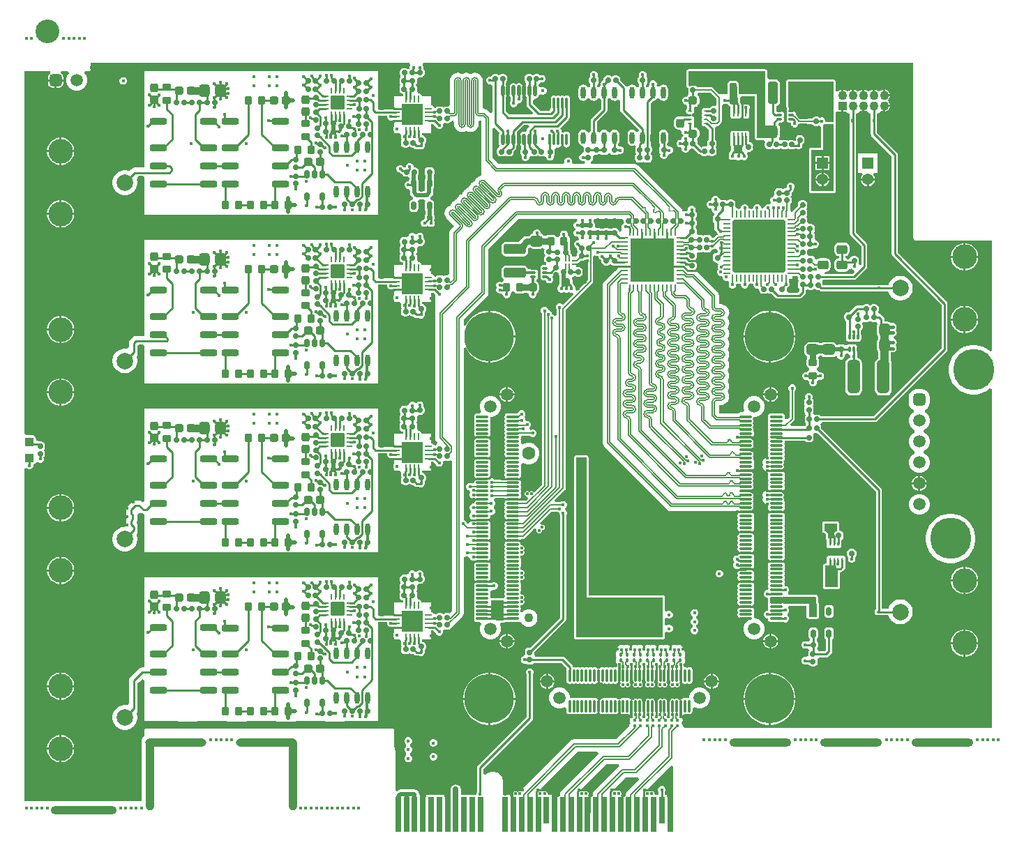
<source format=gtl>
G04*
G04 #@! TF.GenerationSoftware,Altium Limited,Altium Designer,23.11.1 (41)*
G04*
G04 Layer_Physical_Order=1*
G04 Layer_Color=255*
%FSAX25Y25*%
%MOIN*%
G70*
G04*
G04 #@! TF.SameCoordinates,9C2D02B0-F215-45F0-B5E0-11D66DCE4299*
G04*
G04*
G04 #@! TF.FilePolarity,Positive*
G04*
G01*
G75*
%ADD10C,0.00787*%
%ADD12C,0.00984*%
%ADD16C,0.02000*%
%ADD17C,0.00500*%
%ADD18C,0.01000*%
G04:AMPARAMS|DCode=26|XSize=59.06mil|YSize=51.18mil|CornerRadius=12.8mil|HoleSize=0mil|Usage=FLASHONLY|Rotation=270.000|XOffset=0mil|YOffset=0mil|HoleType=Round|Shape=RoundedRectangle|*
%AMROUNDEDRECTD26*
21,1,0.05906,0.02559,0,0,270.0*
21,1,0.03347,0.05118,0,0,270.0*
1,1,0.02559,-0.01280,-0.01673*
1,1,0.02559,-0.01280,0.01673*
1,1,0.02559,0.01280,0.01673*
1,1,0.02559,0.01280,-0.01673*
%
%ADD26ROUNDEDRECTD26*%
G04:AMPARAMS|DCode=27|XSize=23.62mil|YSize=23.62mil|CornerRadius=5.91mil|HoleSize=0mil|Usage=FLASHONLY|Rotation=270.000|XOffset=0mil|YOffset=0mil|HoleType=Round|Shape=RoundedRectangle|*
%AMROUNDEDRECTD27*
21,1,0.02362,0.01181,0,0,270.0*
21,1,0.01181,0.02362,0,0,270.0*
1,1,0.01181,-0.00591,-0.00591*
1,1,0.01181,-0.00591,0.00591*
1,1,0.01181,0.00591,0.00591*
1,1,0.01181,0.00591,-0.00591*
%
%ADD27ROUNDEDRECTD27*%
G04:AMPARAMS|DCode=28|XSize=37.4mil|YSize=41.34mil|CornerRadius=9.35mil|HoleSize=0mil|Usage=FLASHONLY|Rotation=270.000|XOffset=0mil|YOffset=0mil|HoleType=Round|Shape=RoundedRectangle|*
%AMROUNDEDRECTD28*
21,1,0.03740,0.02264,0,0,270.0*
21,1,0.01870,0.04134,0,0,270.0*
1,1,0.01870,-0.01132,-0.00935*
1,1,0.01870,-0.01132,0.00935*
1,1,0.01870,0.01132,0.00935*
1,1,0.01870,0.01132,-0.00935*
%
%ADD28ROUNDEDRECTD28*%
G04:AMPARAMS|DCode=29|XSize=37.4mil|YSize=41.34mil|CornerRadius=9.35mil|HoleSize=0mil|Usage=FLASHONLY|Rotation=180.000|XOffset=0mil|YOffset=0mil|HoleType=Round|Shape=RoundedRectangle|*
%AMROUNDEDRECTD29*
21,1,0.03740,0.02264,0,0,180.0*
21,1,0.01870,0.04134,0,0,180.0*
1,1,0.01870,-0.00935,0.01132*
1,1,0.01870,0.00935,0.01132*
1,1,0.01870,0.00935,-0.01132*
1,1,0.01870,-0.00935,-0.01132*
%
%ADD29ROUNDEDRECTD29*%
G04:AMPARAMS|DCode=30|XSize=39.37mil|YSize=35.43mil|CornerRadius=8.86mil|HoleSize=0mil|Usage=FLASHONLY|Rotation=0.000|XOffset=0mil|YOffset=0mil|HoleType=Round|Shape=RoundedRectangle|*
%AMROUNDEDRECTD30*
21,1,0.03937,0.01772,0,0,0.0*
21,1,0.02165,0.03543,0,0,0.0*
1,1,0.01772,0.01083,-0.00886*
1,1,0.01772,-0.01083,-0.00886*
1,1,0.01772,-0.01083,0.00886*
1,1,0.01772,0.01083,0.00886*
%
%ADD30ROUNDEDRECTD30*%
G04:AMPARAMS|DCode=31|XSize=31.5mil|YSize=81.1mil|CornerRadius=7.87mil|HoleSize=0mil|Usage=FLASHONLY|Rotation=270.000|XOffset=0mil|YOffset=0mil|HoleType=Round|Shape=RoundedRectangle|*
%AMROUNDEDRECTD31*
21,1,0.03150,0.06535,0,0,270.0*
21,1,0.01575,0.08110,0,0,270.0*
1,1,0.01575,-0.03268,-0.00787*
1,1,0.01575,-0.03268,0.00787*
1,1,0.01575,0.03268,0.00787*
1,1,0.01575,0.03268,-0.00787*
%
%ADD31ROUNDEDRECTD31*%
G04:AMPARAMS|DCode=32|XSize=11.81mil|YSize=26.38mil|CornerRadius=2.95mil|HoleSize=0mil|Usage=FLASHONLY|Rotation=270.000|XOffset=0mil|YOffset=0mil|HoleType=Round|Shape=RoundedRectangle|*
%AMROUNDEDRECTD32*
21,1,0.01181,0.02047,0,0,270.0*
21,1,0.00591,0.02638,0,0,270.0*
1,1,0.00591,-0.01024,-0.00295*
1,1,0.00591,-0.01024,0.00295*
1,1,0.00591,0.01024,0.00295*
1,1,0.00591,0.01024,-0.00295*
%
%ADD32ROUNDEDRECTD32*%
G04:AMPARAMS|DCode=33|XSize=59.06mil|YSize=51.18mil|CornerRadius=12.8mil|HoleSize=0mil|Usage=FLASHONLY|Rotation=180.000|XOffset=0mil|YOffset=0mil|HoleType=Round|Shape=RoundedRectangle|*
%AMROUNDEDRECTD33*
21,1,0.05906,0.02559,0,0,180.0*
21,1,0.03347,0.05118,0,0,180.0*
1,1,0.02559,-0.01673,0.01280*
1,1,0.02559,0.01673,0.01280*
1,1,0.02559,0.01673,-0.01280*
1,1,0.02559,-0.01673,-0.01280*
%
%ADD33ROUNDEDRECTD33*%
G04:AMPARAMS|DCode=34|XSize=23.62mil|YSize=23.62mil|CornerRadius=5.91mil|HoleSize=0mil|Usage=FLASHONLY|Rotation=0.000|XOffset=0mil|YOffset=0mil|HoleType=Round|Shape=RoundedRectangle|*
%AMROUNDEDRECTD34*
21,1,0.02362,0.01181,0,0,0.0*
21,1,0.01181,0.02362,0,0,0.0*
1,1,0.01181,0.00591,-0.00591*
1,1,0.01181,-0.00591,-0.00591*
1,1,0.01181,-0.00591,0.00591*
1,1,0.01181,0.00591,0.00591*
%
%ADD34ROUNDEDRECTD34*%
G04:AMPARAMS|DCode=35|XSize=107.09mil|YSize=48.42mil|CornerRadius=12.11mil|HoleSize=0mil|Usage=FLASHONLY|Rotation=270.000|XOffset=0mil|YOffset=0mil|HoleType=Round|Shape=RoundedRectangle|*
%AMROUNDEDRECTD35*
21,1,0.10709,0.02421,0,0,270.0*
21,1,0.08287,0.04842,0,0,270.0*
1,1,0.02421,-0.01211,-0.04144*
1,1,0.02421,-0.01211,0.04144*
1,1,0.02421,0.01211,0.04144*
1,1,0.02421,0.01211,-0.04144*
%
%ADD35ROUNDEDRECTD35*%
G04:AMPARAMS|DCode=36|XSize=19.68mil|YSize=11.81mil|CornerRadius=2.95mil|HoleSize=0mil|Usage=FLASHONLY|Rotation=90.000|XOffset=0mil|YOffset=0mil|HoleType=Round|Shape=RoundedRectangle|*
%AMROUNDEDRECTD36*
21,1,0.01968,0.00591,0,0,90.0*
21,1,0.01378,0.01181,0,0,90.0*
1,1,0.00591,0.00295,0.00689*
1,1,0.00591,0.00295,-0.00689*
1,1,0.00591,-0.00295,-0.00689*
1,1,0.00591,-0.00295,0.00689*
%
%ADD36ROUNDEDRECTD36*%
G04:AMPARAMS|DCode=37|XSize=25.2mil|YSize=25.2mil|CornerRadius=6.3mil|HoleSize=0mil|Usage=FLASHONLY|Rotation=270.000|XOffset=0mil|YOffset=0mil|HoleType=Round|Shape=RoundedRectangle|*
%AMROUNDEDRECTD37*
21,1,0.02520,0.01260,0,0,270.0*
21,1,0.01260,0.02520,0,0,270.0*
1,1,0.01260,-0.00630,-0.00630*
1,1,0.01260,-0.00630,0.00630*
1,1,0.01260,0.00630,0.00630*
1,1,0.01260,0.00630,-0.00630*
%
%ADD37ROUNDEDRECTD37*%
%ADD38O,0.00787X0.03347*%
%ADD39O,0.03347X0.00787*%
G04:AMPARAMS|DCode=40|XSize=39.37mil|YSize=35.43mil|CornerRadius=8.86mil|HoleSize=0mil|Usage=FLASHONLY|Rotation=90.000|XOffset=0mil|YOffset=0mil|HoleType=Round|Shape=RoundedRectangle|*
%AMROUNDEDRECTD40*
21,1,0.03937,0.01772,0,0,90.0*
21,1,0.02165,0.03543,0,0,90.0*
1,1,0.01772,0.00886,0.01083*
1,1,0.01772,0.00886,-0.01083*
1,1,0.01772,-0.00886,-0.01083*
1,1,0.01772,-0.00886,0.01083*
%
%ADD40ROUNDEDRECTD40*%
%ADD41O,0.02362X0.05709*%
G04:AMPARAMS|DCode=42|XSize=25.2mil|YSize=25.2mil|CornerRadius=6.3mil|HoleSize=0mil|Usage=FLASHONLY|Rotation=180.000|XOffset=0mil|YOffset=0mil|HoleType=Round|Shape=RoundedRectangle|*
%AMROUNDEDRECTD42*
21,1,0.02520,0.01260,0,0,180.0*
21,1,0.01260,0.02520,0,0,180.0*
1,1,0.01260,-0.00630,0.00630*
1,1,0.01260,0.00630,0.00630*
1,1,0.01260,0.00630,-0.00630*
1,1,0.01260,-0.00630,-0.00630*
%
%ADD42ROUNDEDRECTD42*%
%ADD43O,0.01378X0.05512*%
G04:AMPARAMS|DCode=44|XSize=9.84mil|YSize=35.43mil|CornerRadius=2.46mil|HoleSize=0mil|Usage=FLASHONLY|Rotation=180.000|XOffset=0mil|YOffset=0mil|HoleType=Round|Shape=RoundedRectangle|*
%AMROUNDEDRECTD44*
21,1,0.00984,0.03051,0,0,180.0*
21,1,0.00492,0.03543,0,0,180.0*
1,1,0.00492,-0.00246,0.01526*
1,1,0.00492,0.00246,0.01526*
1,1,0.00492,0.00246,-0.01526*
1,1,0.00492,-0.00246,-0.01526*
%
%ADD44ROUNDEDRECTD44*%
%ADD45O,0.00984X0.03150*%
%ADD46O,0.03150X0.00984*%
G04:AMPARAMS|DCode=48|XSize=23.62mil|YSize=39.37mil|CornerRadius=5.91mil|HoleSize=0mil|Usage=FLASHONLY|Rotation=0.000|XOffset=0mil|YOffset=0mil|HoleType=Round|Shape=RoundedRectangle|*
%AMROUNDEDRECTD48*
21,1,0.02362,0.02756,0,0,0.0*
21,1,0.01181,0.03937,0,0,0.0*
1,1,0.01181,0.00591,-0.01378*
1,1,0.01181,-0.00591,-0.01378*
1,1,0.01181,-0.00591,0.01378*
1,1,0.01181,0.00591,0.01378*
%
%ADD48ROUNDEDRECTD48*%
G04:AMPARAMS|DCode=49|XSize=11.81mil|YSize=26.38mil|CornerRadius=2.95mil|HoleSize=0mil|Usage=FLASHONLY|Rotation=180.000|XOffset=0mil|YOffset=0mil|HoleType=Round|Shape=RoundedRectangle|*
%AMROUNDEDRECTD49*
21,1,0.01181,0.02047,0,0,180.0*
21,1,0.00591,0.02638,0,0,180.0*
1,1,0.00591,-0.00295,0.01024*
1,1,0.00591,0.00295,0.01024*
1,1,0.00591,0.00295,-0.01024*
1,1,0.00591,-0.00295,-0.01024*
%
%ADD49ROUNDEDRECTD49*%
G04:AMPARAMS|DCode=50|XSize=157.48mil|YSize=59.06mil|CornerRadius=14.76mil|HoleSize=0mil|Usage=FLASHONLY|Rotation=90.000|XOffset=0mil|YOffset=0mil|HoleType=Round|Shape=RoundedRectangle|*
%AMROUNDEDRECTD50*
21,1,0.15748,0.02953,0,0,90.0*
21,1,0.12795,0.05906,0,0,90.0*
1,1,0.02953,0.01476,0.06398*
1,1,0.02953,0.01476,-0.06398*
1,1,0.02953,-0.01476,-0.06398*
1,1,0.02953,-0.01476,0.06398*
%
%ADD50ROUNDEDRECTD50*%
G04:AMPARAMS|DCode=51|XSize=51.18mil|YSize=43.31mil|CornerRadius=10.83mil|HoleSize=0mil|Usage=FLASHONLY|Rotation=180.000|XOffset=0mil|YOffset=0mil|HoleType=Round|Shape=RoundedRectangle|*
%AMROUNDEDRECTD51*
21,1,0.05118,0.02165,0,0,180.0*
21,1,0.02953,0.04331,0,0,180.0*
1,1,0.02165,-0.01476,0.01083*
1,1,0.02165,0.01476,0.01083*
1,1,0.02165,0.01476,-0.01083*
1,1,0.02165,-0.01476,-0.01083*
%
%ADD51ROUNDEDRECTD51*%
%ADD52O,0.01772X0.05512*%
G04:AMPARAMS|DCode=53|XSize=9.84mil|YSize=19.68mil|CornerRadius=2.46mil|HoleSize=0mil|Usage=FLASHONLY|Rotation=180.000|XOffset=0mil|YOffset=0mil|HoleType=Round|Shape=RoundedRectangle|*
%AMROUNDEDRECTD53*
21,1,0.00984,0.01476,0,0,180.0*
21,1,0.00492,0.01968,0,0,180.0*
1,1,0.00492,-0.00246,0.00738*
1,1,0.00492,0.00246,0.00738*
1,1,0.00492,0.00246,-0.00738*
1,1,0.00492,-0.00246,-0.00738*
%
%ADD53ROUNDEDRECTD53*%
%ADD54O,0.00984X0.03347*%
G04:AMPARAMS|DCode=55|XSize=19.68mil|YSize=11.81mil|CornerRadius=2.95mil|HoleSize=0mil|Usage=FLASHONLY|Rotation=0.000|XOffset=0mil|YOffset=0mil|HoleType=Round|Shape=RoundedRectangle|*
%AMROUNDEDRECTD55*
21,1,0.01968,0.00591,0,0,0.0*
21,1,0.01378,0.01181,0,0,0.0*
1,1,0.00591,0.00689,-0.00295*
1,1,0.00591,-0.00689,-0.00295*
1,1,0.00591,-0.00689,0.00295*
1,1,0.00591,0.00689,0.00295*
%
%ADD55ROUNDEDRECTD55*%
G04:AMPARAMS|DCode=56|XSize=9.84mil|YSize=19.68mil|CornerRadius=2.46mil|HoleSize=0mil|Usage=FLASHONLY|Rotation=90.000|XOffset=0mil|YOffset=0mil|HoleType=Round|Shape=RoundedRectangle|*
%AMROUNDEDRECTD56*
21,1,0.00984,0.01476,0,0,90.0*
21,1,0.00492,0.01968,0,0,90.0*
1,1,0.00492,0.00738,0.00246*
1,1,0.00492,0.00738,-0.00246*
1,1,0.00492,-0.00738,-0.00246*
1,1,0.00492,-0.00738,0.00246*
%
%ADD56ROUNDEDRECTD56*%
G04:AMPARAMS|DCode=57|XSize=31.5mil|YSize=149.61mil|CornerRadius=7.87mil|HoleSize=0mil|Usage=FLASHONLY|Rotation=180.000|XOffset=0mil|YOffset=0mil|HoleType=Round|Shape=RoundedRectangle|*
%AMROUNDEDRECTD57*
21,1,0.03150,0.13386,0,0,180.0*
21,1,0.01575,0.14961,0,0,180.0*
1,1,0.01575,-0.00787,0.06693*
1,1,0.01575,0.00787,0.06693*
1,1,0.01575,0.00787,-0.06693*
1,1,0.01575,-0.00787,-0.06693*
%
%ADD57ROUNDEDRECTD57*%
G04:AMPARAMS|DCode=58|XSize=31.5mil|YSize=149.61mil|CornerRadius=7.87mil|HoleSize=0mil|Usage=FLASHONLY|Rotation=270.000|XOffset=0mil|YOffset=0mil|HoleType=Round|Shape=RoundedRectangle|*
%AMROUNDEDRECTD58*
21,1,0.03150,0.13386,0,0,270.0*
21,1,0.01575,0.14961,0,0,270.0*
1,1,0.01575,-0.06693,-0.00787*
1,1,0.01575,-0.06693,0.00787*
1,1,0.01575,0.06693,0.00787*
1,1,0.01575,0.06693,-0.00787*
%
%ADD58ROUNDEDRECTD58*%
G04:AMPARAMS|DCode=59|XSize=31.5mil|YSize=218.5mil|CornerRadius=7.87mil|HoleSize=0mil|Usage=FLASHONLY|Rotation=180.000|XOffset=0mil|YOffset=0mil|HoleType=Round|Shape=RoundedRectangle|*
%AMROUNDEDRECTD59*
21,1,0.03150,0.20276,0,0,180.0*
21,1,0.01575,0.21850,0,0,180.0*
1,1,0.01575,-0.00787,0.10138*
1,1,0.01575,0.00787,0.10138*
1,1,0.01575,0.00787,-0.10138*
1,1,0.01575,-0.00787,-0.10138*
%
%ADD59ROUNDEDRECTD59*%
G04:AMPARAMS|DCode=60|XSize=31.5mil|YSize=196.06mil|CornerRadius=7.87mil|HoleSize=0mil|Usage=FLASHONLY|Rotation=270.000|XOffset=0mil|YOffset=0mil|HoleType=Round|Shape=RoundedRectangle|*
%AMROUNDEDRECTD60*
21,1,0.03150,0.18032,0,0,270.0*
21,1,0.01575,0.19606,0,0,270.0*
1,1,0.01575,-0.09016,-0.00787*
1,1,0.01575,-0.09016,0.00787*
1,1,0.01575,0.09016,0.00787*
1,1,0.01575,0.09016,-0.00787*
%
%ADD60ROUNDEDRECTD60*%
%ADD61O,0.03347X0.00984*%
%ADD62C,0.01100*%
%ADD63O,0.00984X0.03543*%
%ADD64O,0.03543X0.00984*%
G04:AMPARAMS|DCode=65|XSize=13.78mil|YSize=15.75mil|CornerRadius=3.45mil|HoleSize=0mil|Usage=FLASHONLY|Rotation=0.000|XOffset=0mil|YOffset=0mil|HoleType=Round|Shape=RoundedRectangle|*
%AMROUNDEDRECTD65*
21,1,0.01378,0.00886,0,0,0.0*
21,1,0.00689,0.01575,0,0,0.0*
1,1,0.00689,0.00345,-0.00443*
1,1,0.00689,-0.00345,-0.00443*
1,1,0.00689,-0.00345,0.00443*
1,1,0.00689,0.00345,0.00443*
%
%ADD65ROUNDEDRECTD65*%
G04:AMPARAMS|DCode=66|XSize=107.09mil|YSize=48.42mil|CornerRadius=12.11mil|HoleSize=0mil|Usage=FLASHONLY|Rotation=180.000|XOffset=0mil|YOffset=0mil|HoleType=Round|Shape=RoundedRectangle|*
%AMROUNDEDRECTD66*
21,1,0.10709,0.02421,0,0,180.0*
21,1,0.08287,0.04842,0,0,180.0*
1,1,0.02421,-0.04144,0.01211*
1,1,0.02421,0.04144,0.01211*
1,1,0.02421,0.04144,-0.01211*
1,1,0.02421,-0.04144,-0.01211*
%
%ADD66ROUNDEDRECTD66*%
G04:AMPARAMS|DCode=67|XSize=11.81mil|YSize=59.06mil|CornerRadius=2.95mil|HoleSize=0mil|Usage=FLASHONLY|Rotation=0.000|XOffset=0mil|YOffset=0mil|HoleType=Round|Shape=RoundedRectangle|*
%AMROUNDEDRECTD67*
21,1,0.01181,0.05315,0,0,0.0*
21,1,0.00591,0.05906,0,0,0.0*
1,1,0.00591,0.00295,-0.02657*
1,1,0.00591,-0.00295,-0.02657*
1,1,0.00591,-0.00295,0.02657*
1,1,0.00591,0.00295,0.02657*
%
%ADD67ROUNDEDRECTD67*%
G04:AMPARAMS|DCode=68|XSize=11.81mil|YSize=59.06mil|CornerRadius=2.95mil|HoleSize=0mil|Usage=FLASHONLY|Rotation=270.000|XOffset=0mil|YOffset=0mil|HoleType=Round|Shape=RoundedRectangle|*
%AMROUNDEDRECTD68*
21,1,0.01181,0.05315,0,0,270.0*
21,1,0.00591,0.05906,0,0,270.0*
1,1,0.00591,-0.02657,-0.00295*
1,1,0.00591,-0.02657,0.00295*
1,1,0.00591,0.02657,0.00295*
1,1,0.00591,0.02657,-0.00295*
%
%ADD68ROUNDEDRECTD68*%
G04:AMPARAMS|DCode=69|XSize=43.31mil|YSize=43.31mil|CornerRadius=10.83mil|HoleSize=0mil|Usage=FLASHONLY|Rotation=90.000|XOffset=0mil|YOffset=0mil|HoleType=Round|Shape=RoundedRectangle|*
%AMROUNDEDRECTD69*
21,1,0.04331,0.02165,0,0,90.0*
21,1,0.02165,0.04331,0,0,90.0*
1,1,0.02165,0.01083,0.01083*
1,1,0.02165,0.01083,-0.01083*
1,1,0.02165,-0.01083,-0.01083*
1,1,0.02165,-0.01083,0.01083*
%
%ADD69ROUNDEDRECTD69*%
G04:AMPARAMS|DCode=70|XSize=16.54mil|YSize=18.11mil|CornerRadius=4.13mil|HoleSize=0mil|Usage=FLASHONLY|Rotation=0.000|XOffset=0mil|YOffset=0mil|HoleType=Round|Shape=RoundedRectangle|*
%AMROUNDEDRECTD70*
21,1,0.01654,0.00984,0,0,0.0*
21,1,0.00827,0.01811,0,0,0.0*
1,1,0.00827,0.00413,-0.00492*
1,1,0.00827,-0.00413,-0.00492*
1,1,0.00827,-0.00413,0.00492*
1,1,0.00827,0.00413,0.00492*
%
%ADD70ROUNDEDRECTD70*%
%ADD128C,0.01496*%
%ADD143C,0.00500*%
G04:AMPARAMS|DCode=144|XSize=251.97mil|YSize=251.97mil|CornerRadius=6.3mil|HoleSize=0mil|Usage=FLASHONLY|Rotation=90.000|XOffset=0mil|YOffset=0mil|HoleType=Round|Shape=RoundedRectangle|*
%AMROUNDEDRECTD144*
21,1,0.25197,0.23937,0,0,90.0*
21,1,0.23937,0.25197,0,0,90.0*
1,1,0.01260,0.11969,0.11969*
1,1,0.01260,0.11969,-0.11969*
1,1,0.01260,-0.11969,-0.11969*
1,1,0.01260,-0.11969,0.11969*
%
%ADD144ROUNDEDRECTD144*%
G04:AMPARAMS|DCode=145|XSize=96.06mil|YSize=58.66mil|CornerRadius=2.93mil|HoleSize=0mil|Usage=FLASHONLY|Rotation=180.000|XOffset=0mil|YOffset=0mil|HoleType=Round|Shape=RoundedRectangle|*
%AMROUNDEDRECTD145*
21,1,0.09606,0.05280,0,0,180.0*
21,1,0.09020,0.05866,0,0,180.0*
1,1,0.00587,-0.04510,0.02640*
1,1,0.00587,0.04510,0.02640*
1,1,0.00587,0.04510,-0.02640*
1,1,0.00587,-0.04510,-0.02640*
%
%ADD145ROUNDEDRECTD145*%
G04:AMPARAMS|DCode=146|XSize=66.14mil|YSize=66.14mil|CornerRadius=3.31mil|HoleSize=0mil|Usage=FLASHONLY|Rotation=0.000|XOffset=0mil|YOffset=0mil|HoleType=Round|Shape=RoundedRectangle|*
%AMROUNDEDRECTD146*
21,1,0.06614,0.05953,0,0,0.0*
21,1,0.05953,0.06614,0,0,0.0*
1,1,0.00661,0.02976,-0.02976*
1,1,0.00661,-0.02976,-0.02976*
1,1,0.00661,-0.02976,0.02976*
1,1,0.00661,0.02976,0.02976*
%
%ADD146ROUNDEDRECTD146*%
G04:AMPARAMS|DCode=147|XSize=62.99mil|YSize=35.43mil|CornerRadius=1.77mil|HoleSize=0mil|Usage=FLASHONLY|Rotation=180.000|XOffset=0mil|YOffset=0mil|HoleType=Round|Shape=RoundedRectangle|*
%AMROUNDEDRECTD147*
21,1,0.06299,0.03189,0,0,180.0*
21,1,0.05945,0.03543,0,0,180.0*
1,1,0.00354,-0.02972,0.01595*
1,1,0.00354,0.02972,0.01595*
1,1,0.00354,0.02972,-0.01595*
1,1,0.00354,-0.02972,-0.01595*
%
%ADD147ROUNDEDRECTD147*%
G04:AMPARAMS|DCode=148|XSize=62.99mil|YSize=35.43mil|CornerRadius=1.77mil|HoleSize=0mil|Usage=FLASHONLY|Rotation=90.000|XOffset=0mil|YOffset=0mil|HoleType=Round|Shape=RoundedRectangle|*
%AMROUNDEDRECTD148*
21,1,0.06299,0.03189,0,0,90.0*
21,1,0.05945,0.03543,0,0,90.0*
1,1,0.00354,0.01595,0.02972*
1,1,0.00354,0.01595,-0.02972*
1,1,0.00354,-0.01595,-0.02972*
1,1,0.00354,-0.01595,0.02972*
%
%ADD148ROUNDEDRECTD148*%
G04:AMPARAMS|DCode=149|XSize=102.36mil|YSize=102.36mil|CornerRadius=2.56mil|HoleSize=0mil|Usage=FLASHONLY|Rotation=270.000|XOffset=0mil|YOffset=0mil|HoleType=Round|Shape=RoundedRectangle|*
%AMROUNDEDRECTD149*
21,1,0.10236,0.09724,0,0,270.0*
21,1,0.09724,0.10236,0,0,270.0*
1,1,0.00512,-0.04862,-0.04862*
1,1,0.00512,-0.04862,0.04862*
1,1,0.00512,0.04862,0.04862*
1,1,0.00512,0.04862,-0.04862*
%
%ADD149ROUNDEDRECTD149*%
%ADD150R,0.20787X0.20787*%
%ADD151R,0.02756X0.16535*%
%ADD152R,0.02756X0.12598*%
%ADD153C,0.00837*%
%ADD154C,0.00839*%
%ADD155C,0.03740*%
%ADD156C,0.01181*%
%ADD157C,0.01968*%
%ADD158C,0.01598*%
%ADD159C,0.01606*%
%ADD160C,0.05906*%
%ADD161C,0.03543*%
%ADD162C,0.03937*%
%ADD163C,0.02953*%
%ADD164C,0.00751*%
%ADD165C,0.02756*%
%ADD166C,0.04291*%
%ADD167R,0.04291X0.04291*%
%ADD168R,0.05386X0.05386*%
%ADD169C,0.05386*%
%ADD170O,0.29528X0.03937*%
%ADD171O,0.29134X0.03937*%
%ADD172O,0.03937X0.34449*%
%ADD173C,0.07874*%
G04:AMPARAMS|DCode=174|XSize=59.06mil|YSize=59.06mil|CornerRadius=14.76mil|HoleSize=0mil|Usage=FLASHONLY|Rotation=270.000|XOffset=0mil|YOffset=0mil|HoleType=Round|Shape=RoundedRectangle|*
%AMROUNDEDRECTD174*
21,1,0.05906,0.02953,0,0,270.0*
21,1,0.02953,0.05906,0,0,270.0*
1,1,0.02953,-0.01476,-0.01476*
1,1,0.02953,-0.01476,0.01476*
1,1,0.02953,0.01476,0.01476*
1,1,0.02953,0.01476,-0.01476*
%
%ADD174ROUNDEDRECTD174*%
%ADD175C,0.05906*%
%ADD176C,0.23622*%
%ADD177C,0.04300*%
%ADD178C,0.06300*%
%ADD179C,0.11811*%
G04:AMPARAMS|DCode=180|XSize=59.06mil|YSize=59.06mil|CornerRadius=14.76mil|HoleSize=0mil|Usage=FLASHONLY|Rotation=0.000|XOffset=0mil|YOffset=0mil|HoleType=Round|Shape=RoundedRectangle|*
%AMROUNDEDRECTD180*
21,1,0.05906,0.02953,0,0,0.0*
21,1,0.02953,0.05906,0,0,0.0*
1,1,0.02953,0.01476,-0.01476*
1,1,0.02953,-0.01476,-0.01476*
1,1,0.02953,-0.01476,0.01476*
1,1,0.02953,0.01476,0.01476*
%
%ADD180ROUNDEDRECTD180*%
%ADD181O,0.31496X0.03937*%
%ADD182C,0.19685*%
%ADD183C,0.11339*%
%ADD184C,0.01600*%
G36*
X0425961Y0297244D02*
X0426053Y0296783D01*
X0426314Y0296393D01*
X0426705Y0296132D01*
X0427165Y0296040D01*
X0463548D01*
Y0243483D01*
X0462624Y0243101D01*
X0462439Y0243285D01*
X0460931Y0244381D01*
X0459270Y0245227D01*
X0457498Y0245803D01*
X0455656Y0246094D01*
X0453792D01*
X0451951Y0245803D01*
X0450178Y0245227D01*
X0448518Y0244381D01*
X0447010Y0243285D01*
X0445691Y0241967D01*
X0444596Y0240459D01*
X0443750Y0238798D01*
X0443174Y0237025D01*
X0442882Y0235184D01*
Y0233320D01*
X0443174Y0231479D01*
X0443750Y0229706D01*
X0444596Y0228045D01*
X0445691Y0226537D01*
X0447010Y0225219D01*
X0448518Y0224123D01*
X0450178Y0223277D01*
X0451951Y0222701D01*
X0453792Y0222410D01*
X0455656D01*
X0457498Y0222701D01*
X0459270Y0223277D01*
X0460931Y0224123D01*
X0462439Y0225219D01*
X0462624Y0225403D01*
X0463548Y0225021D01*
Y0063028D01*
X0316521D01*
X0315700Y0064028D01*
X0315709Y0064075D01*
Y0064173D01*
X0315525Y0065100D01*
X0315257Y0065502D01*
X0315525Y0065904D01*
X0315709Y0066831D01*
X0315525Y0067758D01*
X0315198Y0068246D01*
X0315325Y0068883D01*
X0315535Y0069115D01*
X0315980Y0069463D01*
X0316311Y0069571D01*
X0316508Y0069532D01*
X0317098D01*
X0317604Y0069633D01*
X0317787Y0069756D01*
X0317971Y0069633D01*
X0318476Y0069532D01*
X0319067D01*
X0319572Y0069633D01*
X0320001Y0069919D01*
X0320287Y0070348D01*
X0320388Y0070853D01*
Y0072482D01*
X0321388Y0073059D01*
X0321781Y0072832D01*
X0323041Y0072495D01*
X0324345D01*
X0325605Y0072832D01*
X0326734Y0073484D01*
X0327656Y0074406D01*
X0328308Y0075536D01*
X0328646Y0076795D01*
Y0078100D01*
X0328308Y0079359D01*
X0327656Y0080489D01*
X0326734Y0081411D01*
X0325605Y0082063D01*
X0324345Y0082400D01*
X0323041D01*
X0321781Y0082063D01*
X0320652Y0081411D01*
X0319730Y0080489D01*
X0319078Y0079359D01*
X0318740Y0078100D01*
Y0077488D01*
X0318476D01*
X0317971Y0077388D01*
X0317787Y0077265D01*
X0317604Y0077388D01*
X0317098Y0077488D01*
X0316508D01*
X0316002Y0077388D01*
X0315574Y0077102D01*
X0315288Y0076673D01*
X0315220Y0076606D01*
X0314246Y0076245D01*
X0314220Y0076247D01*
X0313913Y0076464D01*
X0313911Y0076478D01*
X0313735Y0076741D01*
X0313472Y0076917D01*
X0313161Y0076979D01*
X0312571D01*
X0312261Y0076917D01*
X0311882Y0076782D01*
X0311503Y0076917D01*
X0311193Y0076979D01*
X0310602D01*
X0310292Y0076917D01*
X0310029Y0076741D01*
X0309853Y0076478D01*
X0309791Y0076168D01*
Y0075785D01*
X0308929Y0075310D01*
X0308067Y0075785D01*
Y0076168D01*
X0308005Y0076478D01*
X0307829Y0076741D01*
X0307566Y0076917D01*
X0307256Y0076979D01*
X0306665D01*
X0306355Y0076917D01*
X0306092Y0076741D01*
X0305861D01*
X0305598Y0076917D01*
X0305287Y0076979D01*
X0304697D01*
X0304386Y0076917D01*
X0304123Y0076741D01*
X0303948Y0076478D01*
X0303886Y0076168D01*
Y0075785D01*
X0303024Y0075310D01*
X0302161Y0075785D01*
Y0076168D01*
X0302099Y0076478D01*
X0301924Y0076741D01*
X0301661Y0076917D01*
X0301350Y0076979D01*
X0300760D01*
X0300449Y0076917D01*
X0300186Y0076741D01*
X0299955D01*
X0299692Y0076917D01*
X0299382Y0076979D01*
X0298791D01*
X0298481Y0076917D01*
X0298218Y0076741D01*
X0298042Y0076478D01*
X0297980Y0076168D01*
Y0075785D01*
X0297118Y0075310D01*
X0296256Y0075785D01*
Y0076168D01*
X0296194Y0076478D01*
X0296018Y0076741D01*
X0295755Y0076917D01*
X0295445Y0076979D01*
X0294854D01*
X0294544Y0076917D01*
X0294281Y0076741D01*
X0294050D01*
X0293787Y0076917D01*
X0293476Y0076979D01*
X0292886D01*
X0292576Y0076917D01*
X0292313Y0076741D01*
X0292137Y0076478D01*
X0292134Y0076464D01*
X0291827Y0076247D01*
X0291801Y0076245D01*
X0290827Y0076606D01*
X0290759Y0076673D01*
X0290473Y0077102D01*
X0290045Y0077388D01*
X0289539Y0077488D01*
X0288949D01*
X0288443Y0077388D01*
X0288260Y0077265D01*
X0288076Y0077388D01*
X0287571Y0077488D01*
X0286980D01*
X0286475Y0077388D01*
X0286047Y0077102D01*
X0285848Y0076804D01*
X0285307Y0076733D01*
X0284767Y0076804D01*
X0284568Y0077102D01*
X0284139Y0077388D01*
X0283634Y0077488D01*
X0283043D01*
X0282538Y0077388D01*
X0282354Y0077265D01*
X0282171Y0077388D01*
X0281665Y0077488D01*
X0281075D01*
X0280569Y0077388D01*
X0280386Y0077265D01*
X0280202Y0077388D01*
X0279697Y0077488D01*
X0279106D01*
X0278601Y0077388D01*
X0278417Y0077265D01*
X0278234Y0077388D01*
X0277728Y0077488D01*
X0277138D01*
X0276632Y0077388D01*
X0276204Y0077102D01*
X0276005Y0076804D01*
X0275465Y0076733D01*
X0274924Y0076804D01*
X0274725Y0077102D01*
X0274297Y0077388D01*
X0273791Y0077488D01*
X0273201D01*
X0272695Y0077388D01*
X0272512Y0077265D01*
X0272328Y0077388D01*
X0271823Y0077488D01*
X0271232D01*
X0270727Y0077388D01*
X0270543Y0077265D01*
X0270360Y0077388D01*
X0269854Y0077488D01*
X0269264D01*
X0268758Y0077388D01*
X0268575Y0077265D01*
X0268391Y0077388D01*
X0267886Y0077488D01*
X0267295D01*
X0266790Y0077388D01*
X0266606Y0077265D01*
X0266423Y0077388D01*
X0265917Y0077488D01*
X0265327D01*
X0264821Y0077388D01*
X0264638Y0077265D01*
X0264454Y0077388D01*
X0263949Y0077488D01*
X0263358D01*
X0262853Y0077388D01*
X0262669Y0077265D01*
X0262486Y0077388D01*
X0261980Y0077488D01*
X0261717D01*
Y0078100D01*
X0261379Y0079359D01*
X0260727Y0080489D01*
X0259805Y0081411D01*
X0258676Y0082063D01*
X0257416Y0082400D01*
X0256112D01*
X0254852Y0082063D01*
X0253723Y0081411D01*
X0252801Y0080489D01*
X0252149Y0079359D01*
X0251811Y0078100D01*
Y0076795D01*
X0252149Y0075536D01*
X0252801Y0074406D01*
X0253723Y0073484D01*
X0254852Y0072832D01*
X0256112Y0072495D01*
X0257416D01*
X0258676Y0072832D01*
X0259069Y0073059D01*
X0260069Y0072482D01*
Y0070853D01*
X0260170Y0070348D01*
X0260456Y0069919D01*
X0260884Y0069633D01*
X0261390Y0069532D01*
X0261980D01*
X0262486Y0069633D01*
X0262669Y0069756D01*
X0262853Y0069633D01*
X0263358Y0069532D01*
X0263949D01*
X0264454Y0069633D01*
X0264638Y0069756D01*
X0264821Y0069633D01*
X0265327Y0069532D01*
X0265917D01*
X0266423Y0069633D01*
X0266606Y0069756D01*
X0266790Y0069633D01*
X0267295Y0069532D01*
X0267886D01*
X0268391Y0069633D01*
X0268575Y0069756D01*
X0268758Y0069633D01*
X0269264Y0069532D01*
X0269854D01*
X0270360Y0069633D01*
X0270543Y0069756D01*
X0270727Y0069633D01*
X0271232Y0069532D01*
X0271823D01*
X0272328Y0069633D01*
X0272512Y0069756D01*
X0272695Y0069633D01*
X0273201Y0069532D01*
X0273791D01*
X0274297Y0069633D01*
X0274725Y0069919D01*
X0274924Y0070217D01*
X0275465Y0070288D01*
X0276005Y0070217D01*
X0276204Y0069919D01*
X0276632Y0069633D01*
X0277138Y0069532D01*
X0277728D01*
X0278234Y0069633D01*
X0278417Y0069756D01*
X0278601Y0069633D01*
X0279106Y0069532D01*
X0279697D01*
X0280202Y0069633D01*
X0280386Y0069756D01*
X0280569Y0069633D01*
X0281075Y0069532D01*
X0281665D01*
X0282171Y0069633D01*
X0282354Y0069756D01*
X0282538Y0069633D01*
X0283043Y0069532D01*
X0283634D01*
X0284139Y0069633D01*
X0284568Y0069919D01*
X0284767Y0070217D01*
X0285307Y0070288D01*
X0285848Y0070217D01*
X0286047Y0069919D01*
X0286475Y0069633D01*
X0286980Y0069532D01*
X0287571D01*
X0288076Y0069633D01*
X0288260Y0069756D01*
X0288443Y0069633D01*
X0288949Y0069532D01*
X0289539D01*
X0289736Y0069571D01*
X0290026Y0069476D01*
X0290280Y0069341D01*
X0290437Y0069219D01*
X0290743Y0068897D01*
X0290880Y0068211D01*
X0290577Y0067758D01*
X0290393Y0066831D01*
Y0066732D01*
X0290577Y0065805D01*
X0290791Y0065485D01*
X0290446Y0064969D01*
X0290262Y0064042D01*
Y0063960D01*
X0283940Y0057639D01*
X0263880D01*
X0262953Y0057454D01*
X0262168Y0056929D01*
X0238071Y0032833D01*
X0237652D01*
X0237174Y0032635D01*
X0236860Y0032321D01*
X0236547Y0032635D01*
X0236069Y0032833D01*
X0235552D01*
X0235074Y0032635D01*
X0234708Y0032269D01*
X0234510Y0031791D01*
Y0031274D01*
X0234637Y0030968D01*
X0234148Y0030123D01*
X0233283Y0030231D01*
Y0030921D01*
X0229944D01*
Y0037205D01*
X0229937Y0037244D01*
X0229942Y0037284D01*
X0229910Y0037772D01*
X0229879Y0037886D01*
X0229871Y0038005D01*
X0229619Y0038948D01*
X0229549Y0039089D01*
X0229498Y0039238D01*
X0229010Y0040084D01*
X0228906Y0040202D01*
X0228819Y0040333D01*
X0228128Y0041023D01*
X0227997Y0041111D01*
X0227879Y0041215D01*
X0227033Y0041703D01*
X0226884Y0041754D01*
X0226743Y0041823D01*
X0225800Y0042076D01*
X0225643Y0042086D01*
X0225488Y0042117D01*
X0224512D01*
X0224357Y0042086D01*
X0224200Y0042076D01*
X0223257Y0041823D01*
X0223116Y0041754D01*
X0222967Y0041703D01*
X0222121Y0041215D01*
X0222003Y0041111D01*
X0221872Y0041023D01*
X0221489Y0040641D01*
X0220489Y0041055D01*
Y0043326D01*
X0243700Y0066537D01*
X0244031Y0067033D01*
X0244147Y0067618D01*
Y0088535D01*
X0244418Y0089188D01*
Y0089904D01*
X0244144Y0090566D01*
X0243638Y0091072D01*
X0242976Y0091347D01*
X0242260D01*
X0241599Y0091072D01*
X0241092Y0090566D01*
X0240818Y0089904D01*
Y0089188D01*
X0241089Y0088535D01*
Y0068252D01*
X0217879Y0045041D01*
X0217547Y0044545D01*
X0217430Y0043960D01*
Y0032507D01*
X0217160Y0031854D01*
Y0031138D01*
X0217015Y0030921D01*
X0209708D01*
Y0033596D01*
X0209523Y0034524D01*
X0208998Y0035311D01*
X0208211Y0035836D01*
X0207283Y0036021D01*
X0206356Y0035836D01*
X0205569Y0035311D01*
X0205044Y0034524D01*
X0204859Y0033596D01*
Y0029921D01*
X0201787D01*
Y0030921D01*
X0193095D01*
Y0029921D01*
X0189976D01*
Y0030921D01*
X0189638D01*
Y0031496D01*
X0189482Y0032276D01*
X0189040Y0032938D01*
X0188379Y0033380D01*
X0187598Y0033535D01*
X0187518Y0033519D01*
X0183742D01*
X0183661Y0033535D01*
X0183581Y0033519D01*
X0180877D01*
X0180103Y0033365D01*
X0179447Y0032927D01*
X0179293Y0032773D01*
X0178369Y0033156D01*
Y0050886D01*
X0178364Y0050915D01*
X0178368Y0050945D01*
X0178333Y0051649D01*
X0178312Y0051736D01*
Y0051825D01*
X0178037Y0053206D01*
X0177992Y0053316D01*
X0177969Y0053432D01*
X0177707Y0054065D01*
Y0061972D01*
X0177707Y0062206D01*
X0177707Y0062206D01*
X0177548Y0062589D01*
X0177165Y0062747D01*
X0177165Y0062748D01*
X0176931Y0062747D01*
X0059290Y0062747D01*
X0059055Y0062747D01*
X0059055Y0062747D01*
X0058672Y0062589D01*
X0058514Y0062206D01*
X0058514Y0062206D01*
X0058514Y0061972D01*
X0058514Y0059179D01*
X0058193Y0058933D01*
X0057557Y0058104D01*
X0057157Y0057138D01*
X0057021Y0056102D01*
X0057021Y0056102D01*
Y0028100D01*
X0001204D01*
Y0186951D01*
X0001328Y0187026D01*
X0002204Y0187257D01*
X0002524Y0186938D01*
X0003185Y0186664D01*
X0003901D01*
X0004563Y0186938D01*
X0005069Y0187444D01*
X0005343Y0188106D01*
Y0188822D01*
X0005370Y0188871D01*
X0005439Y0188885D01*
X0006128Y0189345D01*
X0006434Y0189803D01*
X0007298Y0190040D01*
X0007609Y0190042D01*
X0007642Y0190009D01*
X0008303Y0189735D01*
X0009020D01*
X0009681Y0190009D01*
X0010187Y0190516D01*
X0010461Y0191177D01*
Y0191893D01*
X0010297Y0192289D01*
X0010399Y0192357D01*
X0010750Y0192883D01*
X0010874Y0193504D01*
Y0194685D01*
X0010750Y0195306D01*
X0010399Y0195832D01*
Y0195900D01*
X0010750Y0196427D01*
X0010874Y0197047D01*
Y0198228D01*
X0010750Y0198849D01*
X0010399Y0199375D01*
X0009873Y0199727D01*
X0009252Y0199850D01*
X0008540D01*
X0008113Y0200135D01*
X0007528Y0200252D01*
X0006750D01*
Y0200886D01*
X0006588Y0201698D01*
X0006128Y0202387D01*
X0005439Y0202848D01*
X0004626Y0203009D01*
X0002461D01*
X0002204Y0202958D01*
X0001204Y0203662D01*
Y0376933D01*
X0013380D01*
X0013571Y0375933D01*
X0013090Y0375611D01*
X0012631Y0374924D01*
X0012470Y0374114D01*
Y0373138D01*
X0019656D01*
Y0374114D01*
X0019495Y0374924D01*
X0019036Y0375611D01*
X0018554Y0375933D01*
X0018746Y0376933D01*
X0021940D01*
X0022354Y0375933D01*
X0022100Y0375679D01*
X0021448Y0374550D01*
X0021110Y0373290D01*
Y0371986D01*
X0021448Y0370726D01*
X0022100Y0369597D01*
X0023022Y0368675D01*
X0024151Y0368023D01*
X0025411Y0367685D01*
X0026715D01*
X0027975Y0368023D01*
X0029104Y0368675D01*
X0030026Y0369597D01*
X0030678Y0370726D01*
X0031016Y0371986D01*
Y0373290D01*
X0030678Y0374550D01*
X0030026Y0375679D01*
X0029772Y0375933D01*
X0030186Y0376933D01*
X0031890D01*
X0032280Y0377011D01*
X0032611Y0377232D01*
X0032832Y0377563D01*
X0032909Y0377953D01*
Y0380870D01*
X0185178D01*
X0185592Y0379870D01*
X0185482Y0379760D01*
X0185208Y0379098D01*
Y0378565D01*
X0185133Y0378496D01*
X0184625Y0378186D01*
X0184309Y0378080D01*
X0183987Y0378270D01*
X0183366Y0378393D01*
X0182185D01*
X0181564Y0378270D01*
X0181038Y0377918D01*
X0180687Y0377392D01*
X0180563Y0376772D01*
Y0375590D01*
X0180687Y0374970D01*
X0180813Y0374148D01*
X0180453Y0373608D01*
X0180326Y0372972D01*
Y0371713D01*
X0180453Y0371077D01*
X0180813Y0370537D01*
X0180453Y0369671D01*
X0180326Y0369035D01*
Y0367776D01*
X0180453Y0367140D01*
X0180813Y0366600D01*
X0181352Y0366240D01*
X0181988Y0366114D01*
X0182042D01*
Y0365059D01*
X0177657D01*
Y0358687D01*
X0177383Y0358632D01*
X0170177D01*
Y0377165D01*
X0058465D01*
Y0351115D01*
X0058436Y0351047D01*
Y0350331D01*
X0058465Y0350262D01*
Y0330879D01*
X0053839D01*
X0052907Y0330694D01*
X0052118Y0330166D01*
X0051200Y0329248D01*
X0050837Y0329399D01*
X0049696Y0329626D01*
X0048533D01*
X0047392Y0329399D01*
X0046317Y0328954D01*
X0045350Y0328308D01*
X0044527Y0327485D01*
X0043881Y0326518D01*
X0043436Y0325443D01*
X0043209Y0324302D01*
Y0323139D01*
X0043436Y0321998D01*
X0043881Y0320923D01*
X0044527Y0319956D01*
X0045350Y0319133D01*
X0046317Y0318487D01*
X0047392Y0318042D01*
X0048533Y0317815D01*
X0049696D01*
X0050837Y0318042D01*
X0051911Y0318487D01*
X0052879Y0319133D01*
X0053701Y0319956D01*
X0054348Y0320923D01*
X0054793Y0321998D01*
X0055020Y0323139D01*
Y0324302D01*
X0054879Y0325011D01*
X0055436Y0325874D01*
X0055640Y0326011D01*
X0058465D01*
Y0308268D01*
X0170177D01*
Y0355738D01*
X0174370D01*
X0174479Y0355575D01*
Y0354858D01*
X0174754Y0354197D01*
X0175260Y0353691D01*
X0175921Y0353416D01*
X0176638D01*
X0176657Y0353425D01*
X0177657Y0352757D01*
Y0350479D01*
X0177608Y0350429D01*
X0177334Y0349767D01*
Y0349051D01*
X0177608Y0348390D01*
X0177657Y0348340D01*
Y0347342D01*
X0180587D01*
X0180809Y0347091D01*
X0181147Y0346342D01*
X0180976Y0345929D01*
Y0345213D01*
X0181250Y0344551D01*
X0181503Y0344298D01*
Y0344265D01*
X0181277Y0343928D01*
X0181154Y0343307D01*
Y0342126D01*
X0181277Y0341505D01*
X0181629Y0340979D01*
X0182155Y0340628D01*
X0182776Y0340504D01*
X0183957D01*
X0184577Y0340628D01*
X0185103Y0340979D01*
X0185172D01*
X0185698Y0340628D01*
X0186319Y0340504D01*
X0187106D01*
X0187452Y0340159D01*
X0187948Y0339827D01*
X0188533Y0339711D01*
X0189876D01*
X0190292Y0339539D01*
X0191008D01*
X0191669Y0339813D01*
X0192176Y0340319D01*
X0192450Y0340981D01*
Y0341697D01*
X0192303Y0342050D01*
X0192514Y0342191D01*
X0192874Y0342730D01*
X0193000Y0343366D01*
Y0344626D01*
X0192874Y0345262D01*
X0192514Y0345801D01*
X0191974Y0346161D01*
X0191339Y0346288D01*
X0190998D01*
Y0347342D01*
X0195374D01*
Y0351719D01*
X0196611D01*
X0197613Y0350716D01*
X0197883Y0350063D01*
X0198390Y0349557D01*
X0199051Y0349283D01*
X0199767D01*
X0200429Y0349557D01*
X0200935Y0350063D01*
X0201209Y0350725D01*
Y0351441D01*
X0201050Y0351825D01*
X0201767Y0352419D01*
X0202272Y0352211D01*
X0203150Y0352037D01*
X0204028Y0352211D01*
X0204772Y0352709D01*
X0204855Y0352833D01*
X0205315Y0353293D01*
X0206278Y0353192D01*
X0206473Y0352326D01*
Y0351670D01*
X0206507Y0351497D01*
X0206613Y0350688D01*
X0206993Y0349772D01*
X0207596Y0348986D01*
X0208382Y0348383D01*
X0209297Y0348004D01*
X0210107Y0347897D01*
X0210279Y0347863D01*
X0210452Y0347897D01*
X0211262Y0348004D01*
X0212177Y0348383D01*
X0212292Y0348471D01*
X0212407Y0348383D01*
X0213322Y0348004D01*
X0214132Y0347897D01*
X0214305Y0347863D01*
X0214477Y0347897D01*
X0215287Y0348004D01*
X0216202Y0348383D01*
X0216988Y0348986D01*
X0217591Y0349772D01*
X0217970Y0350688D01*
X0218077Y0351497D01*
X0218111Y0351670D01*
Y0352326D01*
X0218330Y0353302D01*
X0219359D01*
Y0334198D01*
X0219362Y0334184D01*
Y0327085D01*
X0218991Y0327036D01*
X0218076Y0326657D01*
X0217428Y0326160D01*
X0217281Y0326062D01*
X0217184Y0325916D01*
X0216687Y0325268D01*
X0216307Y0324352D01*
X0216288Y0324208D01*
X0216145Y0324189D01*
X0215229Y0323810D01*
X0214581Y0323313D01*
X0214435Y0323216D01*
X0214337Y0323069D01*
X0213840Y0322421D01*
X0213461Y0321506D01*
X0213442Y0321362D01*
X0213298Y0321343D01*
X0212383Y0320964D01*
X0211735Y0320467D01*
X0211589Y0320369D01*
X0211491Y0320223D01*
X0210994Y0319575D01*
X0210615Y0318660D01*
X0210596Y0318516D01*
X0210452Y0318497D01*
X0209537Y0318118D01*
X0208889Y0317621D01*
X0208742Y0317523D01*
X0208645Y0317376D01*
X0208148Y0316729D01*
X0207768Y0315813D01*
X0207750Y0315669D01*
X0207606Y0315651D01*
X0206690Y0315271D01*
X0206055Y0314784D01*
X0205900Y0314680D01*
X0205896Y0314676D01*
X0205896Y0314676D01*
X0205798Y0314530D01*
X0205301Y0313882D01*
X0204922Y0312967D01*
X0204903Y0312823D01*
X0204759Y0312804D01*
X0203844Y0312425D01*
X0203209Y0311938D01*
X0203054Y0311834D01*
X0203050Y0311830D01*
X0203050Y0311830D01*
X0202952Y0311684D01*
X0202455Y0311036D01*
X0202076Y0310121D01*
X0201946Y0309138D01*
X0202076Y0308156D01*
X0202455Y0307241D01*
X0202959Y0306584D01*
X0203053Y0306444D01*
X0203053Y0306444D01*
X0203053Y0306443D01*
X0206522Y0302975D01*
X0204845Y0301298D01*
X0204348Y0300554D01*
X0204174Y0299676D01*
Y0280275D01*
X0203174Y0279455D01*
X0203150Y0279459D01*
X0202272Y0279285D01*
X0201344Y0278903D01*
X0200817Y0279254D01*
X0200197Y0279378D01*
X0199016D01*
X0198395Y0279254D01*
X0197869Y0278903D01*
X0197758Y0278737D01*
X0196697Y0278948D01*
X0196681Y0279027D01*
X0196351Y0279521D01*
X0195858Y0279850D01*
X0195374Y0279947D01*
Y0284350D01*
X0190970D01*
X0190874Y0284834D01*
X0190544Y0285328D01*
X0190051Y0285658D01*
X0189469Y0285773D01*
X0189395Y0285759D01*
X0189091Y0286031D01*
X0188682Y0286632D01*
X0188768Y0287067D01*
Y0288327D01*
X0188642Y0288963D01*
X0188281Y0289502D01*
Y0289829D01*
X0188642Y0290368D01*
X0188768Y0291004D01*
Y0292264D01*
X0188739Y0292408D01*
X0189488Y0293279D01*
X0190748D01*
X0191384Y0293406D01*
X0191923Y0293766D01*
X0192283Y0294305D01*
X0192410Y0294941D01*
Y0296201D01*
X0192283Y0296837D01*
X0191923Y0297376D01*
X0191776Y0297474D01*
X0191859Y0297674D01*
Y0298390D01*
X0191585Y0299051D01*
X0191079Y0299557D01*
X0190417Y0299832D01*
X0189701D01*
X0189039Y0299557D01*
X0188793Y0299311D01*
X0188372Y0299085D01*
X0187537Y0299260D01*
X0187437Y0299361D01*
X0186775Y0299635D01*
X0186059D01*
X0185398Y0299361D01*
X0184891Y0298854D01*
X0184666Y0298310D01*
X0184500Y0298127D01*
X0183617Y0297635D01*
X0183366Y0297685D01*
X0182185D01*
X0181564Y0297561D01*
X0181038Y0297210D01*
X0180687Y0296684D01*
X0180563Y0296063D01*
Y0294882D01*
X0180687Y0294261D01*
X0180813Y0293439D01*
X0180453Y0292900D01*
X0180326Y0292264D01*
Y0291004D01*
X0180453Y0290368D01*
X0180813Y0289829D01*
X0180453Y0288963D01*
X0180326Y0288327D01*
Y0287067D01*
X0180453Y0286431D01*
X0180813Y0285892D01*
X0181352Y0285532D01*
X0181988Y0285405D01*
X0182042D01*
Y0284350D01*
X0177657D01*
Y0277998D01*
X0175040D01*
X0175000Y0278006D01*
X0170177D01*
Y0296457D01*
X0058465D01*
Y0270407D01*
X0058436Y0270338D01*
Y0269622D01*
X0058465Y0269554D01*
Y0250367D01*
X0054528D01*
X0053596Y0250182D01*
X0052807Y0249654D01*
X0051724Y0248571D01*
X0051196Y0247782D01*
X0051011Y0246850D01*
Y0245148D01*
X0050011Y0244327D01*
X0049696Y0244390D01*
X0048533D01*
X0047392Y0244163D01*
X0046317Y0243718D01*
X0045350Y0243071D01*
X0044527Y0242249D01*
X0043881Y0241282D01*
X0043436Y0240207D01*
X0043209Y0239066D01*
Y0237903D01*
X0043436Y0236762D01*
X0043881Y0235687D01*
X0044527Y0234720D01*
X0045350Y0233897D01*
X0046317Y0233251D01*
X0047392Y0232806D01*
X0048533Y0232579D01*
X0049696D01*
X0050837Y0232806D01*
X0051911Y0233251D01*
X0052879Y0233897D01*
X0053701Y0234720D01*
X0054348Y0235687D01*
X0054793Y0236762D01*
X0055020Y0237903D01*
Y0239066D01*
X0054793Y0240207D01*
X0054642Y0240570D01*
X0055166Y0241094D01*
X0055694Y0241883D01*
X0055879Y0242815D01*
Y0245499D01*
X0058465D01*
Y0227559D01*
X0170177D01*
Y0274947D01*
X0174425D01*
X0174479Y0274866D01*
Y0274150D01*
X0174754Y0273488D01*
X0175260Y0272982D01*
X0175921Y0272708D01*
X0176638D01*
X0176657Y0272716D01*
X0177657Y0272048D01*
Y0269770D01*
X0177608Y0269720D01*
X0177334Y0269059D01*
Y0268343D01*
X0177608Y0267681D01*
X0177657Y0267632D01*
Y0266634D01*
X0180587D01*
X0180809Y0266383D01*
X0181147Y0265634D01*
X0180976Y0265220D01*
Y0264504D01*
X0181250Y0263843D01*
X0181503Y0263589D01*
Y0263557D01*
X0181277Y0263219D01*
X0181154Y0262598D01*
Y0261417D01*
X0181277Y0260797D01*
X0181629Y0260271D01*
X0182155Y0259919D01*
X0182776Y0259796D01*
X0183957D01*
X0184577Y0259919D01*
X0185103Y0260271D01*
X0185172D01*
X0185698Y0259919D01*
X0186319Y0259796D01*
X0187106D01*
X0187452Y0259450D01*
X0187948Y0259119D01*
X0188533Y0259002D01*
X0189876D01*
X0190292Y0258830D01*
X0191008D01*
X0191669Y0259104D01*
X0192176Y0259610D01*
X0192450Y0260272D01*
Y0260988D01*
X0192303Y0261342D01*
X0192514Y0261482D01*
X0192874Y0262021D01*
X0193000Y0262657D01*
Y0263917D01*
X0192874Y0264553D01*
X0192514Y0265092D01*
X0191974Y0265453D01*
X0191339Y0265579D01*
X0190998D01*
Y0266634D01*
X0195374D01*
Y0271010D01*
X0196611D01*
X0197417Y0270203D01*
Y0261253D01*
X0197411Y0261221D01*
Y0201546D01*
X0197585Y0200669D01*
X0198083Y0199924D01*
X0198434Y0199573D01*
X0198421Y0199234D01*
X0198187Y0198406D01*
X0197869Y0198194D01*
X0197758Y0198028D01*
X0196697Y0198240D01*
X0196681Y0198318D01*
X0196351Y0198812D01*
X0195858Y0199142D01*
X0195374Y0199238D01*
Y0203642D01*
X0190970D01*
X0190874Y0204125D01*
X0190544Y0204619D01*
X0190051Y0204949D01*
X0189469Y0205065D01*
X0189395Y0205050D01*
X0189091Y0205322D01*
X0188682Y0205923D01*
X0188768Y0206358D01*
Y0207618D01*
X0188642Y0208254D01*
X0188349Y0208957D01*
X0188642Y0209659D01*
X0188768Y0210295D01*
Y0211555D01*
X0188739Y0211700D01*
X0189488Y0212570D01*
X0190748D01*
X0191384Y0212697D01*
X0191923Y0213057D01*
X0192283Y0213596D01*
X0192410Y0214232D01*
Y0215492D01*
X0192283Y0216128D01*
X0191923Y0216667D01*
X0191776Y0216765D01*
X0191859Y0216965D01*
Y0217681D01*
X0191585Y0218342D01*
X0191079Y0218849D01*
X0190417Y0219123D01*
X0189701D01*
X0189039Y0218849D01*
X0188793Y0218602D01*
X0188372Y0218376D01*
X0187537Y0218552D01*
X0187437Y0218652D01*
X0186775Y0218926D01*
X0186059D01*
X0185398Y0218652D01*
X0184891Y0218146D01*
X0184666Y0217601D01*
X0184500Y0217419D01*
X0183617Y0216926D01*
X0183366Y0216976D01*
X0182185D01*
X0181564Y0216853D01*
X0181038Y0216501D01*
X0180687Y0215975D01*
X0180563Y0215354D01*
Y0214173D01*
X0180687Y0213553D01*
X0180813Y0212730D01*
X0180453Y0212191D01*
X0180326Y0211555D01*
Y0210295D01*
X0180453Y0209659D01*
X0180813Y0209120D01*
X0180453Y0208254D01*
X0180326Y0207618D01*
Y0206358D01*
X0180453Y0205722D01*
X0180813Y0205183D01*
X0181352Y0204823D01*
X0181988Y0204696D01*
X0182042D01*
Y0203642D01*
X0177657D01*
Y0197289D01*
X0175040D01*
X0175000Y0197297D01*
X0170177D01*
Y0215748D01*
X0058465D01*
Y0189698D01*
X0058436Y0189630D01*
Y0188914D01*
X0058465Y0188845D01*
Y0171440D01*
X0057465Y0171129D01*
X0056849Y0171540D01*
X0055918Y0171725D01*
X0054035D01*
X0053104Y0171540D01*
X0052314Y0171012D01*
X0050444Y0169142D01*
X0049917Y0168353D01*
X0049731Y0167421D01*
Y0165600D01*
X0049917Y0164669D01*
X0050444Y0163879D01*
X0050519Y0163805D01*
Y0163803D01*
X0050444Y0163729D01*
X0049917Y0162939D01*
X0049731Y0162008D01*
Y0160236D01*
X0049753Y0160130D01*
X0048927Y0159153D01*
X0048533D01*
X0047392Y0158927D01*
X0046317Y0158481D01*
X0045350Y0157835D01*
X0044527Y0157013D01*
X0043881Y0156045D01*
X0043436Y0154971D01*
X0043209Y0153830D01*
Y0152666D01*
X0043436Y0151525D01*
X0043881Y0150451D01*
X0044527Y0149484D01*
X0045350Y0148661D01*
X0046317Y0148015D01*
X0047392Y0147570D01*
X0048533Y0147343D01*
X0049696D01*
X0050837Y0147570D01*
X0051911Y0148015D01*
X0052879Y0148661D01*
X0053701Y0149484D01*
X0054348Y0150451D01*
X0054793Y0151525D01*
X0055020Y0152666D01*
Y0153830D01*
X0054793Y0154971D01*
X0054642Y0155334D01*
X0055166Y0155858D01*
X0055694Y0156647D01*
X0055879Y0157579D01*
Y0158957D01*
X0055694Y0159888D01*
X0055166Y0160678D01*
X0054712Y0161132D01*
X0055201Y0161864D01*
X0055387Y0162795D01*
Y0164813D01*
X0055348Y0165005D01*
X0056250Y0165496D01*
X0056270Y0165500D01*
X0057054Y0164976D01*
X0057985Y0164791D01*
X0058465D01*
Y0146850D01*
X0170177D01*
Y0194238D01*
X0174425D01*
X0174479Y0194157D01*
Y0193441D01*
X0174754Y0192780D01*
X0175260Y0192273D01*
X0175921Y0191999D01*
X0176638D01*
X0176657Y0192007D01*
X0177657Y0191339D01*
Y0189061D01*
X0177608Y0189012D01*
X0177334Y0188350D01*
Y0187634D01*
X0177608Y0186972D01*
X0177657Y0186923D01*
Y0185925D01*
X0180587D01*
X0180809Y0185674D01*
X0181147Y0184925D01*
X0180976Y0184512D01*
Y0183795D01*
X0181250Y0183134D01*
X0181503Y0182881D01*
Y0182848D01*
X0181277Y0182510D01*
X0181154Y0181890D01*
Y0180709D01*
X0181277Y0180088D01*
X0181629Y0179562D01*
X0182155Y0179210D01*
X0182776Y0179087D01*
X0183957D01*
X0184577Y0179210D01*
X0185103Y0179562D01*
X0185172D01*
X0185698Y0179210D01*
X0186319Y0179087D01*
X0187106D01*
X0187452Y0178741D01*
X0187948Y0178410D01*
X0188533Y0178293D01*
X0189876D01*
X0190292Y0178121D01*
X0191008D01*
X0191669Y0178395D01*
X0192176Y0178902D01*
X0192450Y0179563D01*
Y0180279D01*
X0192303Y0180633D01*
X0192514Y0180774D01*
X0192874Y0181313D01*
X0193000Y0181949D01*
Y0183209D01*
X0192874Y0183845D01*
X0192514Y0184384D01*
X0191974Y0184744D01*
X0191339Y0184871D01*
X0190998D01*
Y0185925D01*
X0195374D01*
Y0190301D01*
X0196611D01*
X0197613Y0189299D01*
X0197883Y0188646D01*
X0198390Y0188139D01*
X0199051Y0187865D01*
X0199767D01*
X0200429Y0188139D01*
X0200935Y0188646D01*
X0201209Y0189307D01*
Y0190023D01*
X0201050Y0190407D01*
X0201767Y0191002D01*
X0202272Y0190794D01*
X0203150Y0190619D01*
X0204028Y0190794D01*
X0204383Y0191032D01*
X0205383Y0190543D01*
Y0119156D01*
X0204068Y0117841D01*
X0204028Y0117868D01*
X0203150Y0118042D01*
X0202272Y0117868D01*
X0201528Y0117370D01*
X0200817Y0117837D01*
X0200197Y0117960D01*
X0199016D01*
X0198395Y0117837D01*
X0197869Y0117485D01*
X0197758Y0117320D01*
X0196697Y0117531D01*
X0196681Y0117610D01*
X0196351Y0118103D01*
X0195858Y0118433D01*
X0195374Y0118529D01*
Y0122933D01*
X0190970D01*
X0190874Y0123417D01*
X0190544Y0123910D01*
X0190051Y0124240D01*
X0189469Y0124356D01*
X0189395Y0124341D01*
X0189091Y0124613D01*
X0188682Y0125215D01*
X0188768Y0125650D01*
Y0126909D01*
X0188642Y0127545D01*
X0188349Y0128248D01*
X0188642Y0128951D01*
X0188768Y0129587D01*
Y0130847D01*
X0188739Y0130991D01*
X0189488Y0131862D01*
X0190748D01*
X0191384Y0131988D01*
X0191923Y0132349D01*
X0192283Y0132888D01*
X0192410Y0133524D01*
Y0134783D01*
X0192283Y0135419D01*
X0191923Y0135959D01*
X0191776Y0136057D01*
X0191859Y0136256D01*
Y0136972D01*
X0191585Y0137634D01*
X0191079Y0138140D01*
X0190417Y0138414D01*
X0189701D01*
X0189039Y0138140D01*
X0188793Y0137894D01*
X0188372Y0137668D01*
X0187537Y0137843D01*
X0187437Y0137943D01*
X0186775Y0138217D01*
X0186059D01*
X0185398Y0137943D01*
X0184891Y0137437D01*
X0184666Y0136893D01*
X0184500Y0136710D01*
X0183617Y0136217D01*
X0183366Y0136267D01*
X0182185D01*
X0181564Y0136144D01*
X0181038Y0135792D01*
X0180687Y0135266D01*
X0180563Y0134646D01*
Y0133465D01*
X0180687Y0132844D01*
X0180813Y0132022D01*
X0180453Y0131482D01*
X0180326Y0130847D01*
Y0129587D01*
X0180453Y0128951D01*
X0180813Y0128085D01*
X0180453Y0127545D01*
X0180326Y0126909D01*
Y0125650D01*
X0180453Y0125014D01*
X0180813Y0124475D01*
X0181352Y0124114D01*
X0181988Y0123988D01*
X0182042D01*
Y0122933D01*
X0177657D01*
Y0116580D01*
X0175040D01*
X0175000Y0116588D01*
X0170177D01*
Y0135039D01*
X0058465D01*
Y0108990D01*
X0058436Y0108921D01*
Y0108205D01*
X0058465Y0108136D01*
Y0092001D01*
X0057382D01*
X0056450Y0091816D01*
X0055661Y0091288D01*
X0051724Y0087351D01*
X0051196Y0086561D01*
X0051011Y0085630D01*
Y0074675D01*
X0050011Y0073855D01*
X0049696Y0073917D01*
X0048533D01*
X0047392Y0073690D01*
X0046317Y0073245D01*
X0045350Y0072599D01*
X0044527Y0071776D01*
X0043881Y0070809D01*
X0043436Y0069734D01*
X0043209Y0068593D01*
Y0067430D01*
X0043436Y0066289D01*
X0043881Y0065215D01*
X0044527Y0064247D01*
X0045350Y0063425D01*
X0046317Y0062778D01*
X0047392Y0062333D01*
X0048533Y0062106D01*
X0049696D01*
X0050837Y0062333D01*
X0051911Y0062778D01*
X0052879Y0063425D01*
X0053701Y0064247D01*
X0054348Y0065215D01*
X0054793Y0066289D01*
X0055020Y0067430D01*
Y0068593D01*
X0054793Y0069734D01*
X0054642Y0070098D01*
X0055166Y0070622D01*
X0055694Y0071411D01*
X0055879Y0072342D01*
Y0084622D01*
X0057465Y0086208D01*
X0058465Y0085793D01*
Y0066142D01*
X0170177D01*
Y0113530D01*
X0174425D01*
X0174479Y0113449D01*
Y0112733D01*
X0174754Y0112071D01*
X0175260Y0111565D01*
X0175921Y0111291D01*
X0176638D01*
X0176657Y0111299D01*
X0177657Y0110631D01*
Y0108353D01*
X0177608Y0108303D01*
X0177334Y0107641D01*
Y0106925D01*
X0177608Y0106264D01*
X0177657Y0106214D01*
Y0105217D01*
X0180587D01*
X0180809Y0104965D01*
X0181147Y0104217D01*
X0180976Y0103803D01*
Y0103087D01*
X0181250Y0102425D01*
X0181503Y0102172D01*
Y0102139D01*
X0181277Y0101802D01*
X0181154Y0101181D01*
Y0100000D01*
X0181277Y0099379D01*
X0181629Y0098853D01*
X0182155Y0098502D01*
X0182776Y0098378D01*
X0183957D01*
X0184577Y0098502D01*
X0185103Y0098853D01*
X0185172D01*
X0185698Y0098502D01*
X0186319Y0098378D01*
X0187106D01*
X0187452Y0098033D01*
X0187948Y0097701D01*
X0188533Y0097585D01*
X0189876D01*
X0190292Y0097413D01*
X0191008D01*
X0191669Y0097687D01*
X0192176Y0098193D01*
X0192450Y0098855D01*
Y0099571D01*
X0192303Y0099924D01*
X0192514Y0100065D01*
X0192874Y0100604D01*
X0193000Y0101240D01*
Y0102500D01*
X0192874Y0103136D01*
X0192514Y0103675D01*
X0191974Y0104035D01*
X0191339Y0104162D01*
X0190998D01*
Y0105217D01*
X0195374D01*
Y0109593D01*
X0196611D01*
X0197613Y0108590D01*
X0197883Y0107937D01*
X0198390Y0107431D01*
X0199051Y0107157D01*
X0199767D01*
X0200429Y0107431D01*
X0200935Y0107937D01*
X0201209Y0108599D01*
Y0109315D01*
X0201050Y0109699D01*
X0201767Y0110293D01*
X0202272Y0110085D01*
X0203150Y0109911D01*
X0204028Y0110085D01*
X0204772Y0110583D01*
X0204855Y0110707D01*
X0210312Y0116164D01*
X0210809Y0116908D01*
X0210984Y0117786D01*
Y0144513D01*
X0211168Y0144702D01*
X0211984Y0145099D01*
X0212339Y0144952D01*
X0213055D01*
X0213850Y0144425D01*
X0214124Y0143764D01*
X0214630Y0143257D01*
X0215292Y0142983D01*
X0215942D01*
X0215993Y0142929D01*
X0216357Y0142058D01*
X0216071Y0141630D01*
X0215971Y0141125D01*
Y0140534D01*
X0216071Y0140029D01*
X0216194Y0139845D01*
X0216071Y0139662D01*
X0215971Y0139156D01*
Y0138566D01*
X0216071Y0138060D01*
X0216194Y0137876D01*
X0216071Y0137693D01*
X0215971Y0137188D01*
Y0136597D01*
X0216071Y0136092D01*
X0216194Y0135908D01*
X0216071Y0135724D01*
X0215971Y0135219D01*
Y0134628D01*
X0216071Y0134123D01*
X0216357Y0133695D01*
X0216655Y0133496D01*
X0216726Y0132955D01*
X0216655Y0132415D01*
X0216357Y0132216D01*
X0216071Y0131787D01*
X0215971Y0131282D01*
Y0130692D01*
X0216071Y0130186D01*
X0216194Y0130002D01*
X0216071Y0129819D01*
X0215971Y0129314D01*
Y0128723D01*
X0216071Y0128218D01*
X0216194Y0128034D01*
X0216071Y0127850D01*
X0215971Y0127345D01*
Y0126754D01*
X0216071Y0126249D01*
X0216194Y0126066D01*
X0216071Y0125882D01*
X0215971Y0125376D01*
Y0124786D01*
X0216071Y0124281D01*
X0216194Y0124097D01*
X0216071Y0123913D01*
X0215971Y0123408D01*
Y0122818D01*
X0216071Y0122312D01*
X0216194Y0122128D01*
X0216071Y0121945D01*
X0215971Y0121440D01*
Y0120849D01*
X0216071Y0120344D01*
X0216194Y0120160D01*
X0216071Y0119976D01*
X0215971Y0119471D01*
Y0118880D01*
X0216071Y0118375D01*
X0216194Y0118192D01*
X0216071Y0118008D01*
X0215971Y0117502D01*
Y0116912D01*
X0216071Y0116407D01*
X0216194Y0116223D01*
X0216071Y0116039D01*
X0215971Y0115534D01*
Y0114944D01*
X0216071Y0114438D01*
X0216357Y0114010D01*
X0216786Y0113723D01*
X0217291Y0113623D01*
X0218920D01*
X0219498Y0112623D01*
X0219271Y0112229D01*
X0218933Y0110969D01*
Y0109666D01*
X0219271Y0108406D01*
X0219923Y0107276D01*
X0220845Y0106354D01*
X0221974Y0105702D01*
X0223234Y0105365D01*
X0224538D01*
X0225798Y0105702D01*
X0226927Y0106354D01*
X0227849Y0107276D01*
X0228501Y0108406D01*
X0228839Y0109666D01*
Y0110969D01*
X0228501Y0112229D01*
X0228411Y0112386D01*
X0228910Y0113252D01*
X0230118D01*
X0230508Y0113330D01*
X0230839Y0113551D01*
X0230951Y0113718D01*
X0231380D01*
X0231858Y0113623D01*
X0237173D01*
X0237679Y0113723D01*
X0238685Y0113211D01*
X0238805Y0113003D01*
X0239578Y0112230D01*
X0240524Y0111684D01*
X0241580Y0111401D01*
X0242672D01*
X0243728Y0111684D01*
X0244674Y0112230D01*
X0245447Y0113003D01*
X0245993Y0113949D01*
X0246276Y0115005D01*
Y0116097D01*
X0245993Y0117153D01*
X0245447Y0118099D01*
X0244674Y0118872D01*
X0243728Y0119418D01*
X0242672Y0119701D01*
X0241580D01*
X0240524Y0119418D01*
X0239578Y0118872D01*
X0239461Y0118755D01*
X0239333Y0118772D01*
X0238494Y0119202D01*
Y0119471D01*
X0238393Y0119976D01*
X0238271Y0120160D01*
X0238393Y0120344D01*
X0238494Y0120849D01*
Y0121103D01*
X0238500Y0121446D01*
X0239027Y0122027D01*
X0239505Y0122225D01*
X0239871Y0122590D01*
X0240069Y0123068D01*
Y0123585D01*
X0239871Y0124063D01*
X0239548Y0124385D01*
X0239869Y0124706D01*
X0240067Y0125184D01*
Y0125701D01*
X0239869Y0126179D01*
X0239504Y0126545D01*
X0239026Y0126743D01*
X0238508Y0126754D01*
X0238494Y0127345D01*
Y0127345D01*
X0238393Y0127850D01*
X0238271Y0128034D01*
X0238393Y0128218D01*
X0238494Y0128723D01*
Y0129314D01*
X0238393Y0129819D01*
X0238271Y0130002D01*
X0238393Y0130186D01*
X0238494Y0130692D01*
Y0131282D01*
X0238393Y0131787D01*
X0238271Y0131971D01*
X0238393Y0132155D01*
X0238494Y0132660D01*
Y0132816D01*
X0238507Y0133262D01*
X0239038Y0133739D01*
X0239516Y0133937D01*
X0239882Y0134303D01*
X0240079Y0134781D01*
Y0135298D01*
X0239882Y0135776D01*
X0239568Y0136089D01*
X0239882Y0136403D01*
X0240079Y0136881D01*
Y0137398D01*
X0239882Y0137876D01*
X0239516Y0138242D01*
X0239038Y0138439D01*
X0238516Y0138560D01*
X0238494Y0139156D01*
X0238393Y0139662D01*
X0238271Y0139845D01*
X0238393Y0140029D01*
X0238494Y0140534D01*
Y0141125D01*
X0238393Y0141630D01*
X0238271Y0141814D01*
X0238393Y0141997D01*
X0238494Y0142502D01*
Y0143093D01*
X0238393Y0143598D01*
X0238271Y0143782D01*
X0238393Y0143966D01*
X0238494Y0144471D01*
Y0144692D01*
X0238505Y0145073D01*
X0239038Y0145616D01*
X0239516Y0145814D01*
X0239882Y0146179D01*
X0240079Y0146657D01*
Y0147174D01*
X0239882Y0147652D01*
X0239568Y0147966D01*
X0239882Y0148279D01*
X0240079Y0148757D01*
Y0149274D01*
X0239882Y0149752D01*
X0239516Y0150118D01*
X0239038Y0150316D01*
X0238519Y0150374D01*
X0238494Y0150967D01*
X0238393Y0151472D01*
X0238107Y0151901D01*
X0238144Y0152975D01*
X0238404Y0153334D01*
X0239353D01*
X0239841Y0153431D01*
X0240254Y0153708D01*
X0244981Y0158434D01*
X0245829Y0157868D01*
X0245740Y0157655D01*
Y0157138D01*
X0245938Y0156660D01*
X0246304Y0156295D01*
X0246782Y0156097D01*
X0247299D01*
X0247777Y0156295D01*
X0248143Y0156660D01*
X0248340Y0157138D01*
Y0157560D01*
X0248805D01*
X0249283Y0157758D01*
X0249648Y0158124D01*
X0249846Y0158602D01*
Y0159119D01*
X0249648Y0159597D01*
X0249283Y0159962D01*
X0248805Y0160160D01*
X0248288D01*
X0248003Y0160043D01*
X0247437Y0160890D01*
X0252989Y0166442D01*
X0255619D01*
X0255870Y0166191D01*
X0256532Y0165917D01*
X0256744D01*
Y0165390D01*
X0257014Y0164737D01*
Y0115673D01*
X0242668Y0101326D01*
X0242028D01*
X0241407Y0101203D01*
X0240881Y0100851D01*
X0240529Y0100325D01*
X0240406Y0099705D01*
Y0098524D01*
X0240436Y0098371D01*
X0239803Y0097408D01*
X0239703Y0097339D01*
X0239117Y0097097D01*
X0238611Y0096591D01*
X0238337Y0095929D01*
Y0095213D01*
X0238611Y0094551D01*
X0239117Y0094045D01*
X0239779Y0093771D01*
X0240495D01*
X0240830Y0093910D01*
X0240881Y0093834D01*
X0241407Y0093482D01*
X0242028Y0093359D01*
X0243209D01*
X0243829Y0093482D01*
X0244355Y0093834D01*
X0244494Y0094042D01*
X0257634D01*
X0260156Y0091520D01*
Y0091170D01*
X0260069Y0090735D01*
Y0085420D01*
X0260170Y0084914D01*
X0260456Y0084486D01*
X0260884Y0084200D01*
X0261390Y0084099D01*
X0261980D01*
X0262486Y0084200D01*
X0262669Y0084322D01*
X0262853Y0084200D01*
X0263358Y0084099D01*
X0263949D01*
X0264454Y0084200D01*
X0264638Y0084322D01*
X0264821Y0084200D01*
X0265327Y0084099D01*
X0265917D01*
X0266423Y0084200D01*
X0266606Y0084322D01*
X0266790Y0084200D01*
X0267295Y0084099D01*
X0267886D01*
X0268391Y0084200D01*
X0268575Y0084322D01*
X0268758Y0084200D01*
X0269264Y0084099D01*
X0269854D01*
X0270360Y0084200D01*
X0270543Y0084322D01*
X0270727Y0084200D01*
X0271232Y0084099D01*
X0271823D01*
X0272328Y0084200D01*
X0272512Y0084322D01*
X0272695Y0084200D01*
X0273201Y0084099D01*
X0273791D01*
X0274297Y0084200D01*
X0274725Y0084486D01*
X0274924Y0084784D01*
X0275465Y0084855D01*
X0276005Y0084784D01*
X0276204Y0084486D01*
X0276632Y0084200D01*
X0277138Y0084099D01*
X0277728D01*
X0278234Y0084200D01*
X0278417Y0084322D01*
X0278601Y0084200D01*
X0279106Y0084099D01*
X0279697D01*
X0280202Y0084200D01*
X0280386Y0084322D01*
X0280569Y0084200D01*
X0281075Y0084099D01*
X0281665D01*
X0282171Y0084200D01*
X0282354Y0084322D01*
X0282538Y0084200D01*
X0283043Y0084099D01*
X0283634D01*
X0284139Y0084200D01*
X0284568Y0084486D01*
X0284854Y0084914D01*
X0284922Y0084982D01*
X0285729Y0085281D01*
X0286004Y0084496D01*
X0285806Y0084018D01*
Y0083501D01*
X0286004Y0083024D01*
X0286370Y0082658D01*
X0286848Y0082460D01*
X0287365D01*
X0287843Y0082658D01*
X0288238Y0082998D01*
X0288634Y0082658D01*
X0289111Y0082460D01*
X0289629D01*
X0290107Y0082658D01*
X0290472Y0083024D01*
X0290670Y0083501D01*
Y0084018D01*
X0290472Y0084496D01*
X0290116Y0084852D01*
X0290288Y0085110D01*
X0290350Y0085420D01*
Y0085959D01*
X0290472Y0086040D01*
X0291219Y0086317D01*
X0292075Y0085730D01*
Y0085420D01*
X0292137Y0085110D01*
X0292313Y0084847D01*
X0292317Y0084805D01*
X0292008Y0084496D01*
X0291810Y0084018D01*
Y0083501D01*
X0292008Y0083024D01*
X0292374Y0082658D01*
X0292852Y0082460D01*
X0293369D01*
X0293847Y0082658D01*
X0294582D01*
X0295059Y0082460D01*
X0295577D01*
X0296055Y0082658D01*
X0296420Y0083024D01*
X0296618Y0083501D01*
Y0084018D01*
X0296420Y0084496D01*
X0296055Y0084862D01*
X0296046Y0084889D01*
X0296194Y0085110D01*
X0296256Y0085420D01*
Y0085970D01*
X0296895Y0086397D01*
X0297158D01*
X0297948Y0085691D01*
X0297980Y0085509D01*
Y0085420D01*
X0298042Y0085110D01*
X0298055Y0085091D01*
X0298123Y0084705D01*
X0297914Y0084496D01*
X0297716Y0084018D01*
Y0083501D01*
X0297914Y0083024D01*
X0298279Y0082658D01*
X0298757Y0082460D01*
X0299274D01*
X0299752Y0082658D01*
X0300487D01*
X0300965Y0082460D01*
X0301482D01*
X0301960Y0082658D01*
X0302326Y0083024D01*
X0302524Y0083501D01*
Y0084018D01*
X0302326Y0084496D01*
X0301960Y0084862D01*
X0301952Y0084889D01*
X0302099Y0085110D01*
X0302161Y0085420D01*
Y0085970D01*
X0302801Y0086397D01*
X0303063D01*
X0303854Y0085691D01*
X0303886Y0085509D01*
Y0085420D01*
X0303948Y0085110D01*
X0303960Y0085091D01*
X0304028Y0084705D01*
X0303819Y0084496D01*
X0303621Y0084018D01*
Y0083501D01*
X0303819Y0083024D01*
X0304185Y0082658D01*
X0304663Y0082460D01*
X0305180D01*
X0305658Y0082658D01*
X0306393D01*
X0306871Y0082460D01*
X0307388D01*
X0307866Y0082658D01*
X0308231Y0083024D01*
X0308429Y0083501D01*
Y0084018D01*
X0308231Y0084496D01*
X0307866Y0084862D01*
X0307857Y0084889D01*
X0308005Y0085110D01*
X0308067Y0085420D01*
Y0085970D01*
X0308706Y0086397D01*
X0308968D01*
X0309759Y0085691D01*
X0309791Y0085509D01*
Y0085420D01*
X0309853Y0085110D01*
X0309865Y0085091D01*
X0309934Y0084705D01*
X0309725Y0084496D01*
X0309527Y0084018D01*
Y0083501D01*
X0309725Y0083024D01*
X0310090Y0082658D01*
X0310568Y0082460D01*
X0311085D01*
X0311563Y0082658D01*
X0312298D01*
X0312776Y0082460D01*
X0313293D01*
X0313771Y0082658D01*
X0314137Y0083024D01*
X0314335Y0083501D01*
Y0084018D01*
X0314137Y0084496D01*
X0314415Y0085281D01*
X0315217Y0084984D01*
X0315288Y0084914D01*
X0315574Y0084486D01*
X0316002Y0084200D01*
X0316508Y0084099D01*
X0317098D01*
X0317604Y0084200D01*
X0317787Y0084322D01*
X0317971Y0084200D01*
X0318476Y0084099D01*
X0319067D01*
X0319572Y0084200D01*
X0320001Y0084486D01*
X0320287Y0084914D01*
X0320388Y0085420D01*
Y0090735D01*
X0320287Y0091240D01*
X0320001Y0091669D01*
X0319572Y0091955D01*
X0319067Y0092055D01*
X0318476D01*
X0317971Y0091955D01*
X0317787Y0091832D01*
X0317604Y0091955D01*
X0317098Y0092055D01*
X0316508D01*
X0315987Y0092906D01*
X0315916Y0093377D01*
X0316181Y0093642D01*
X0316706Y0094428D01*
X0316891Y0095355D01*
Y0095413D01*
X0316706Y0096340D01*
X0316431Y0096752D01*
X0316706Y0097164D01*
X0316891Y0098090D01*
X0316706Y0099017D01*
X0316366Y0099527D01*
Y0099803D01*
X0316321Y0100026D01*
Y0100288D01*
X0316322Y0100289D01*
X0316137Y0101216D01*
X0315612Y0102002D01*
X0314826Y0102527D01*
X0313900Y0102711D01*
X0313899D01*
X0312972Y0102527D01*
X0312894Y0102474D01*
X0312815Y0102527D01*
X0311888Y0102711D01*
X0311829D01*
X0311800Y0102717D01*
X0310873Y0102532D01*
X0310087Y0102007D01*
X0310086Y0102007D01*
X0309014Y0102202D01*
X0308527Y0102527D01*
X0307600Y0102711D01*
X0307600D01*
X0306673Y0102527D01*
X0306594Y0102474D01*
X0306516Y0102527D01*
X0305589Y0102711D01*
X0305529D01*
X0305500Y0102717D01*
X0304573Y0102532D01*
X0303788Y0102007D01*
X0303786Y0102007D01*
X0302715Y0102201D01*
X0302228Y0102527D01*
X0301301Y0102711D01*
X0301301D01*
X0300374Y0102527D01*
X0300295Y0102474D01*
X0300217Y0102527D01*
X0299290Y0102711D01*
X0299230D01*
X0299201Y0102717D01*
X0298274Y0102532D01*
X0297488Y0102007D01*
X0297487Y0102007D01*
X0296415Y0102202D01*
X0295929Y0102527D01*
X0295002Y0102711D01*
X0295002D01*
X0294075Y0102527D01*
X0293996Y0102474D01*
X0293917Y0102527D01*
X0292990Y0102711D01*
X0292931D01*
X0292902Y0102717D01*
X0291975Y0102532D01*
X0291189Y0102007D01*
X0291188Y0102007D01*
X0290116Y0102201D01*
X0289630Y0102527D01*
X0288703Y0102711D01*
X0288703D01*
X0287776Y0102527D01*
X0287697Y0102474D01*
X0287618Y0102527D01*
X0286691Y0102711D01*
X0286632D01*
X0286603Y0102717D01*
X0285676Y0102532D01*
X0284890Y0102007D01*
X0284890Y0102007D01*
X0284365Y0101221D01*
X0284180Y0100294D01*
Y0100289D01*
X0284225Y0100066D01*
Y0099527D01*
X0283884Y0099017D01*
X0283700Y0098090D01*
X0283884Y0097164D01*
X0284159Y0096752D01*
X0283884Y0096340D01*
X0283700Y0095413D01*
Y0095355D01*
X0283884Y0094428D01*
X0284409Y0093642D01*
X0284611Y0093441D01*
X0284505Y0092672D01*
X0283634Y0092055D01*
X0283043D01*
X0282538Y0091955D01*
X0282354Y0091832D01*
X0282171Y0091955D01*
X0281665Y0092055D01*
X0281075D01*
X0280569Y0091955D01*
X0280386Y0091832D01*
X0280202Y0091955D01*
X0279697Y0092055D01*
X0279106D01*
X0278601Y0091955D01*
X0278417Y0091832D01*
X0278234Y0091955D01*
X0277728Y0092055D01*
X0277138D01*
X0276632Y0091955D01*
X0276204Y0091669D01*
X0276005Y0091371D01*
X0275465Y0091300D01*
X0274924Y0091371D01*
X0274725Y0091669D01*
X0274297Y0091955D01*
X0273791Y0092055D01*
X0273201D01*
X0272695Y0091955D01*
X0272512Y0091832D01*
X0272328Y0091955D01*
X0271823Y0092055D01*
X0271232D01*
X0270727Y0091955D01*
X0270543Y0091832D01*
X0270360Y0091955D01*
X0269854Y0092055D01*
X0269264D01*
X0268758Y0091955D01*
X0268575Y0091832D01*
X0268391Y0091955D01*
X0267886Y0092055D01*
X0267295D01*
X0266790Y0091955D01*
X0266606Y0091832D01*
X0266423Y0091955D01*
X0265917Y0092055D01*
X0265327D01*
X0264821Y0091955D01*
X0264638Y0091832D01*
X0264454Y0091955D01*
X0263949Y0092055D01*
X0263358D01*
X0263339Y0092052D01*
X0263214Y0092154D01*
X0263098Y0092739D01*
X0262767Y0093235D01*
X0259349Y0096652D01*
X0258853Y0096984D01*
X0258268Y0097100D01*
X0245373D01*
X0245115Y0097411D01*
X0244746Y0098100D01*
X0244830Y0098524D01*
Y0099164D01*
X0259625Y0113958D01*
X0259957Y0114454D01*
X0260073Y0115040D01*
Y0164737D01*
X0260344Y0165390D01*
Y0166106D01*
X0260070Y0166768D01*
X0259703Y0167134D01*
X0259624Y0167717D01*
X0259703Y0168299D01*
X0260070Y0168665D01*
X0260344Y0169327D01*
Y0170043D01*
X0260070Y0170705D01*
X0259563Y0171211D01*
X0258902Y0171485D01*
X0258186D01*
X0257524Y0171211D01*
X0257273Y0170959D01*
X0254876D01*
X0254493Y0171883D01*
X0259366Y0176756D01*
X0259642Y0177170D01*
X0259739Y0177657D01*
Y0262858D01*
X0272555Y0275674D01*
X0272831Y0276087D01*
X0272928Y0276575D01*
Y0288467D01*
X0273928Y0288881D01*
X0273980Y0288828D01*
X0274642Y0288554D01*
X0275358D01*
X0275470Y0288480D01*
Y0288125D01*
X0275744Y0287463D01*
X0276250Y0286957D01*
X0276849Y0286708D01*
X0276940Y0286617D01*
Y0285827D01*
X0277067Y0285191D01*
X0277427Y0284652D01*
X0277966Y0284291D01*
X0278602Y0284165D01*
X0279862D01*
X0280498Y0284291D01*
X0281201Y0284584D01*
X0281903Y0284291D01*
X0282539Y0284165D01*
X0283569D01*
X0283852Y0284109D01*
X0284411D01*
X0284548Y0283921D01*
X0284786Y0283109D01*
X0284162Y0282485D01*
X0284162Y0282485D01*
X0278172Y0276495D01*
X0277675Y0275751D01*
X0277500Y0274873D01*
Y0199187D01*
X0277675Y0198309D01*
X0278172Y0197565D01*
X0308493Y0167244D01*
X0309237Y0166747D01*
X0310115Y0166572D01*
X0341876D01*
X0342179Y0165991D01*
X0342286Y0165620D01*
X0342172Y0165426D01*
X0342056Y0165252D01*
X0341955Y0164747D01*
Y0164156D01*
X0342056Y0163651D01*
X0342178Y0163467D01*
X0342056Y0163284D01*
X0341955Y0162778D01*
Y0162188D01*
X0342056Y0161682D01*
X0342178Y0161499D01*
X0342056Y0161315D01*
X0341955Y0160810D01*
Y0160219D01*
X0342056Y0159714D01*
X0342178Y0159530D01*
X0342056Y0159346D01*
X0341955Y0158841D01*
Y0158251D01*
X0342056Y0157745D01*
X0342342Y0157317D01*
X0342639Y0157118D01*
X0342711Y0156577D01*
X0342639Y0156037D01*
X0342342Y0155838D01*
X0342056Y0155410D01*
X0341955Y0154904D01*
Y0154314D01*
X0342056Y0153808D01*
X0342178Y0153625D01*
X0342056Y0153441D01*
X0341955Y0152936D01*
Y0152345D01*
X0342056Y0151840D01*
X0342178Y0151656D01*
X0342056Y0151472D01*
X0341955Y0150967D01*
Y0150376D01*
X0342056Y0149871D01*
X0342178Y0149688D01*
X0342056Y0149504D01*
X0341955Y0148999D01*
Y0148408D01*
X0342056Y0147903D01*
X0342342Y0147474D01*
X0342639Y0147275D01*
X0342711Y0146735D01*
X0342639Y0146194D01*
X0342342Y0145995D01*
X0342056Y0145567D01*
X0342048Y0145531D01*
X0341992Y0145501D01*
X0341276D01*
X0340614Y0145227D01*
X0340108Y0144720D01*
X0339834Y0144059D01*
Y0143343D01*
X0340108Y0142681D01*
X0340515Y0142274D01*
X0340108Y0141866D01*
X0339834Y0141205D01*
Y0140488D01*
X0340108Y0139827D01*
X0340614Y0139321D01*
X0341276Y0139047D01*
X0341926D01*
X0341977Y0138992D01*
X0342342Y0138121D01*
X0342056Y0137693D01*
X0341955Y0137188D01*
Y0136597D01*
X0342056Y0136092D01*
X0342178Y0135908D01*
X0342056Y0135724D01*
X0341955Y0135219D01*
Y0134628D01*
X0342056Y0134123D01*
X0342342Y0133695D01*
X0342639Y0133496D01*
X0342711Y0132955D01*
X0342639Y0132415D01*
X0342342Y0132216D01*
X0342056Y0131787D01*
X0341955Y0131282D01*
Y0130692D01*
X0342056Y0130186D01*
X0342178Y0130002D01*
X0342056Y0129819D01*
X0341955Y0129314D01*
Y0128723D01*
X0342056Y0128218D01*
X0342178Y0128034D01*
X0342056Y0127850D01*
X0341955Y0127345D01*
Y0126754D01*
X0342056Y0126249D01*
X0342178Y0126066D01*
X0342056Y0125882D01*
X0341955Y0125376D01*
Y0124786D01*
X0342056Y0124281D01*
X0342178Y0124097D01*
X0342056Y0123913D01*
X0341955Y0123408D01*
Y0122818D01*
X0342056Y0122312D01*
X0342342Y0121884D01*
X0342639Y0121685D01*
X0342711Y0121144D01*
X0342639Y0120604D01*
X0342342Y0120405D01*
X0342056Y0119976D01*
X0341955Y0119471D01*
Y0118880D01*
X0342056Y0118375D01*
X0342178Y0118192D01*
X0342056Y0118008D01*
X0341955Y0117502D01*
Y0116912D01*
X0342056Y0116407D01*
X0342342Y0115978D01*
X0342770Y0115692D01*
X0343276Y0115591D01*
X0347099D01*
X0347367Y0114591D01*
X0346829Y0114281D01*
X0345907Y0113358D01*
X0345255Y0112229D01*
X0344917Y0110969D01*
Y0109666D01*
X0345255Y0108406D01*
X0345907Y0107276D01*
X0346829Y0106354D01*
X0347958Y0105702D01*
X0349218Y0105365D01*
X0350522D01*
X0351782Y0105702D01*
X0352911Y0106354D01*
X0353833Y0107276D01*
X0354485Y0108406D01*
X0354823Y0109666D01*
Y0110969D01*
X0354485Y0112229D01*
X0353833Y0113358D01*
X0352911Y0114281D01*
X0351782Y0114933D01*
X0350522Y0115270D01*
X0350163D01*
X0350099Y0115340D01*
X0349720Y0116270D01*
X0349811Y0116407D01*
X0349911Y0116912D01*
Y0117502D01*
X0349811Y0118008D01*
X0349688Y0118192D01*
X0349811Y0118375D01*
X0349911Y0118880D01*
Y0119471D01*
X0349811Y0119976D01*
X0349524Y0120405D01*
X0349227Y0120604D01*
X0349156Y0121144D01*
X0349227Y0121685D01*
X0349524Y0121884D01*
X0349811Y0122312D01*
X0349911Y0122818D01*
Y0123408D01*
X0349811Y0123913D01*
X0349688Y0124097D01*
X0349811Y0124281D01*
X0349911Y0124786D01*
Y0125376D01*
X0349811Y0125882D01*
X0349688Y0126066D01*
X0349811Y0126249D01*
X0349911Y0126754D01*
Y0127345D01*
X0349811Y0127850D01*
X0349688Y0128034D01*
X0349811Y0128218D01*
X0349911Y0128723D01*
Y0129314D01*
X0349811Y0129819D01*
X0349688Y0130002D01*
X0349811Y0130186D01*
X0349911Y0130692D01*
Y0131282D01*
X0349811Y0131787D01*
X0349524Y0132216D01*
X0349227Y0132415D01*
X0349156Y0132955D01*
X0349227Y0133496D01*
X0349524Y0133695D01*
X0349811Y0134123D01*
X0349911Y0134628D01*
Y0135219D01*
X0349811Y0135724D01*
X0349688Y0135908D01*
X0349811Y0136092D01*
X0349911Y0136597D01*
Y0137188D01*
X0349811Y0137693D01*
X0349524Y0138121D01*
X0349227Y0138320D01*
X0349156Y0138861D01*
X0349227Y0139401D01*
X0349524Y0139600D01*
X0349811Y0140029D01*
X0349911Y0140534D01*
Y0141125D01*
X0349811Y0141630D01*
X0349688Y0141814D01*
X0349811Y0141997D01*
X0349911Y0142502D01*
Y0143093D01*
X0349811Y0143598D01*
X0349688Y0143782D01*
X0349811Y0143966D01*
X0349911Y0144471D01*
Y0145062D01*
X0349811Y0145567D01*
X0349524Y0145995D01*
X0349227Y0146194D01*
X0349156Y0146735D01*
X0349227Y0147275D01*
X0349524Y0147474D01*
X0349811Y0147903D01*
X0349911Y0148408D01*
Y0148999D01*
X0349811Y0149504D01*
X0349688Y0149688D01*
X0349811Y0149871D01*
X0349911Y0150376D01*
Y0150967D01*
X0349811Y0151472D01*
X0349688Y0151656D01*
X0349811Y0151840D01*
X0349911Y0152345D01*
Y0152936D01*
X0349811Y0153441D01*
X0349688Y0153625D01*
X0349811Y0153808D01*
X0349911Y0154314D01*
Y0154904D01*
X0349811Y0155410D01*
X0349524Y0155838D01*
X0349227Y0156037D01*
X0349156Y0156577D01*
X0349227Y0157118D01*
X0349524Y0157317D01*
X0349811Y0157745D01*
X0349911Y0158251D01*
Y0158841D01*
X0349811Y0159346D01*
X0349688Y0159530D01*
X0349811Y0159714D01*
X0349911Y0160219D01*
Y0160810D01*
X0349811Y0161315D01*
X0349688Y0161499D01*
X0349811Y0161682D01*
X0349911Y0162188D01*
Y0162778D01*
X0349811Y0163284D01*
X0349688Y0163467D01*
X0349811Y0163651D01*
X0349911Y0164156D01*
Y0164747D01*
X0349811Y0165252D01*
X0349524Y0165681D01*
X0349096Y0165967D01*
X0349049Y0165976D01*
X0348508Y0166862D01*
X0348497Y0167067D01*
X0348738Y0167312D01*
X0348901Y0167344D01*
X0349164Y0167520D01*
X0349340Y0167783D01*
X0349401Y0168093D01*
Y0168684D01*
X0349340Y0168994D01*
X0349164Y0169257D01*
Y0169488D01*
X0349340Y0169751D01*
X0349401Y0170062D01*
Y0170652D01*
X0349340Y0170962D01*
X0349164Y0171226D01*
Y0171457D01*
X0349340Y0171720D01*
X0349401Y0172030D01*
Y0172621D01*
X0349340Y0172931D01*
X0349164Y0173194D01*
Y0173425D01*
X0349340Y0173688D01*
X0349401Y0173999D01*
Y0174589D01*
X0349340Y0174899D01*
X0349164Y0175162D01*
X0348901Y0175338D01*
X0348590Y0175400D01*
X0348069D01*
X0347654Y0176262D01*
X0348069Y0177125D01*
X0348590D01*
X0348901Y0177187D01*
X0349164Y0177362D01*
X0349340Y0177625D01*
X0349401Y0177936D01*
Y0178526D01*
X0349340Y0178836D01*
X0349205Y0179215D01*
X0349340Y0179594D01*
X0349401Y0179904D01*
Y0180495D01*
X0349340Y0180805D01*
X0349164Y0181068D01*
Y0181299D01*
X0349340Y0181562D01*
X0349401Y0181873D01*
Y0182463D01*
X0349340Y0182773D01*
X0349164Y0183036D01*
Y0183268D01*
X0349340Y0183531D01*
X0349401Y0183841D01*
Y0184432D01*
X0349340Y0184742D01*
X0349164Y0185005D01*
X0348901Y0185181D01*
X0348738Y0185213D01*
X0348497Y0185458D01*
X0348508Y0185663D01*
X0349049Y0186549D01*
X0349096Y0186558D01*
X0349524Y0186844D01*
X0349811Y0187273D01*
X0349911Y0187778D01*
Y0188369D01*
X0349811Y0188874D01*
X0349688Y0189058D01*
X0349811Y0189241D01*
X0349911Y0189747D01*
Y0190337D01*
X0349811Y0190843D01*
X0349524Y0191271D01*
X0349342Y0191393D01*
X0349340Y0191405D01*
X0349401Y0191715D01*
Y0192306D01*
X0349340Y0192616D01*
X0349205Y0192995D01*
X0349340Y0193373D01*
X0349401Y0193684D01*
Y0194274D01*
X0349340Y0194585D01*
X0349164Y0194848D01*
X0348901Y0195023D01*
X0348590Y0195085D01*
X0348069D01*
X0347654Y0195947D01*
X0348069Y0196810D01*
X0348590D01*
X0348901Y0196871D01*
X0349164Y0197047D01*
X0349340Y0197310D01*
X0349401Y0197621D01*
Y0198211D01*
X0349340Y0198521D01*
X0349164Y0198784D01*
Y0199016D01*
X0349340Y0199279D01*
X0349401Y0199589D01*
Y0200180D01*
X0349340Y0200490D01*
X0349164Y0200753D01*
X0348901Y0200929D01*
X0348738Y0200961D01*
X0348497Y0201205D01*
X0348508Y0201411D01*
X0349049Y0202297D01*
X0349096Y0202306D01*
X0349524Y0202592D01*
X0349811Y0203021D01*
X0349911Y0203526D01*
Y0204117D01*
X0349811Y0204622D01*
X0349524Y0205051D01*
X0349342Y0205172D01*
X0349340Y0205184D01*
X0349401Y0205495D01*
Y0206085D01*
X0349340Y0206396D01*
X0349164Y0206659D01*
Y0206890D01*
X0349340Y0207153D01*
X0349401Y0207463D01*
Y0208054D01*
X0349340Y0208364D01*
X0349164Y0208627D01*
Y0208858D01*
X0349340Y0209121D01*
X0349401Y0209432D01*
Y0210022D01*
X0349340Y0210332D01*
X0349164Y0210596D01*
Y0210762D01*
X0349245Y0210948D01*
X0349340Y0211090D01*
X0349367Y0211229D01*
X0349557Y0211664D01*
X0350522D01*
X0351782Y0212001D01*
X0352911Y0212653D01*
X0353833Y0213576D01*
X0354485Y0214705D01*
X0354823Y0215965D01*
Y0217269D01*
X0354485Y0218528D01*
X0353833Y0219658D01*
X0352911Y0220580D01*
X0351782Y0221232D01*
X0350522Y0221569D01*
X0349218D01*
X0347958Y0221232D01*
X0346829Y0220580D01*
X0345907Y0219658D01*
X0345255Y0218528D01*
X0344917Y0217269D01*
Y0215965D01*
X0345179Y0214989D01*
X0344639Y0213989D01*
X0343546D01*
X0342668Y0213815D01*
X0342214Y0213512D01*
X0333291D01*
X0333073Y0213730D01*
Y0217336D01*
X0333916D01*
X0334057Y0217364D01*
X0334964Y0217484D01*
X0335940Y0217888D01*
X0336778Y0218531D01*
X0337421Y0219370D01*
X0337826Y0220346D01*
X0337945Y0221253D01*
X0337973Y0221393D01*
X0337945Y0221534D01*
X0337826Y0222441D01*
X0337421Y0223417D01*
X0337046Y0223906D01*
X0337421Y0224395D01*
X0337826Y0225371D01*
X0337945Y0226278D01*
X0337973Y0226418D01*
X0337945Y0226559D01*
X0337826Y0227466D01*
X0337421Y0228442D01*
X0337046Y0228931D01*
X0337421Y0229420D01*
X0337826Y0230396D01*
X0337945Y0231303D01*
X0337973Y0231444D01*
X0337945Y0231584D01*
X0337826Y0232491D01*
X0337421Y0233468D01*
X0337046Y0233957D01*
X0337421Y0234446D01*
X0337826Y0235422D01*
X0337945Y0236329D01*
X0337973Y0236469D01*
X0337945Y0236610D01*
X0337826Y0237517D01*
X0337421Y0238493D01*
X0337046Y0238982D01*
X0337421Y0239471D01*
X0337826Y0240447D01*
X0337945Y0241354D01*
X0337973Y0241494D01*
X0337945Y0241635D01*
X0337826Y0242542D01*
X0337421Y0243518D01*
X0337046Y0244007D01*
X0337421Y0244496D01*
X0337826Y0245472D01*
X0337945Y0246379D01*
X0337973Y0246520D01*
X0337945Y0246660D01*
X0337826Y0247567D01*
X0337421Y0248544D01*
X0337046Y0249032D01*
X0337421Y0249521D01*
X0337826Y0250498D01*
X0337945Y0251405D01*
X0337973Y0251545D01*
X0337945Y0251686D01*
X0337826Y0252593D01*
X0337421Y0253569D01*
X0337046Y0254058D01*
X0337421Y0254547D01*
X0337826Y0255523D01*
X0337945Y0256430D01*
X0337973Y0256571D01*
X0337945Y0256711D01*
X0337826Y0257618D01*
X0337421Y0258594D01*
X0337046Y0259083D01*
X0337421Y0259572D01*
X0337826Y0260548D01*
X0337945Y0261455D01*
X0337973Y0261596D01*
X0337945Y0261736D01*
X0337826Y0262643D01*
X0337421Y0263619D01*
X0336778Y0264458D01*
X0335940Y0265101D01*
X0334964Y0265505D01*
X0334057Y0265625D01*
X0333916Y0265653D01*
X0333073D01*
Y0269812D01*
X0332898Y0270690D01*
X0332401Y0271434D01*
X0322580Y0281255D01*
X0322382Y0281387D01*
X0321957Y0282108D01*
X0322145Y0282657D01*
X0322233Y0282789D01*
X0322359Y0283425D01*
Y0284685D01*
X0322233Y0285321D01*
X0321873Y0285860D01*
Y0286778D01*
X0322233Y0287317D01*
X0322359Y0287953D01*
Y0289213D01*
X0322312Y0289452D01*
X0322959Y0290249D01*
X0323082Y0290317D01*
X0323130Y0290307D01*
X0324311D01*
X0324932Y0290431D01*
X0325458Y0290782D01*
X0325526D01*
X0326053Y0290431D01*
X0326673Y0290307D01*
X0327854D01*
X0328475Y0290431D01*
X0329001Y0290782D01*
X0329353Y0291308D01*
X0329405Y0291571D01*
X0329578Y0291664D01*
X0330294D01*
X0330955Y0291938D01*
X0331136Y0292118D01*
X0331587Y0292049D01*
X0332200Y0291811D01*
X0332410Y0291303D01*
X0332466Y0291247D01*
Y0290533D01*
X0332281Y0290087D01*
X0331693D01*
X0331057Y0289961D01*
X0330518Y0289600D01*
X0330158Y0289061D01*
X0330031Y0288425D01*
Y0287165D01*
X0330158Y0286529D01*
X0330518Y0285990D01*
X0331057Y0285630D01*
X0331693Y0285504D01*
X0332233D01*
X0332647Y0284504D01*
X0332628Y0284484D01*
X0332353Y0283823D01*
Y0283106D01*
X0332628Y0282445D01*
X0332789Y0282283D01*
X0332431Y0281925D01*
X0332157Y0281263D01*
Y0280547D01*
X0332431Y0279886D01*
X0332937Y0279380D01*
X0333599Y0279105D01*
X0333890D01*
X0334383Y0278986D01*
X0334814Y0278230D01*
Y0278165D01*
X0335088Y0277503D01*
X0335595Y0276997D01*
X0336256Y0276723D01*
X0336972D01*
X0337048Y0276754D01*
X0337121Y0276748D01*
X0337926Y0276189D01*
X0337943Y0275999D01*
X0337668Y0275338D01*
Y0274622D01*
X0337943Y0273960D01*
X0338449Y0273454D01*
X0339110Y0273180D01*
X0339827D01*
X0340488Y0273454D01*
X0340995Y0273960D01*
X0341268Y0274622D01*
Y0275114D01*
X0341437Y0275252D01*
X0341981Y0275360D01*
X0342421Y0275655D01*
X0342862Y0275360D01*
X0343406Y0275252D01*
X0343574Y0275114D01*
Y0274622D01*
X0343848Y0273960D01*
X0344354Y0273454D01*
X0345016Y0273180D01*
X0345732D01*
X0346394Y0273454D01*
X0346900Y0273960D01*
X0347174Y0274622D01*
Y0275114D01*
X0347342Y0275252D01*
X0347886Y0275360D01*
X0348327Y0275655D01*
X0348767Y0275360D01*
X0349311Y0275252D01*
X0349480Y0275114D01*
Y0274622D01*
X0349754Y0273960D01*
X0350260Y0273454D01*
X0350922Y0273180D01*
X0351638D01*
X0352217Y0272337D01*
Y0272244D01*
X0352340Y0271623D01*
X0352692Y0271097D01*
X0353218Y0270746D01*
X0353839Y0270622D01*
X0355020D01*
X0355640Y0270746D01*
X0356166Y0271097D01*
X0356235D01*
X0356761Y0270746D01*
X0357382Y0270622D01*
X0358138D01*
X0360099Y0268662D01*
X0360568Y0268348D01*
X0361122Y0268238D01*
X0371358D01*
X0371912Y0268348D01*
X0372381Y0268662D01*
X0374055Y0270335D01*
X0374368Y0270805D01*
X0374479Y0271358D01*
Y0272284D01*
X0375479Y0272736D01*
X0375659Y0272616D01*
X0376279Y0272493D01*
X0377461D01*
X0378081Y0272616D01*
X0378607Y0272968D01*
X0378676D01*
X0379202Y0272616D01*
X0379823Y0272493D01*
X0380579D01*
X0380867Y0272205D01*
X0381336Y0271891D01*
X0381890Y0271781D01*
X0408152D01*
X0408254Y0271713D01*
X0408760Y0271612D01*
X0410138D01*
X0410643Y0271713D01*
X0410745Y0271781D01*
X0413920D01*
X0413976Y0271497D01*
X0414424Y0270416D01*
X0415073Y0269444D01*
X0415900Y0268617D01*
X0416873Y0267967D01*
X0417953Y0267519D01*
X0419100Y0267291D01*
X0420270D01*
X0421417Y0267519D01*
X0422497Y0267967D01*
X0423470Y0268617D01*
X0424297Y0269444D01*
X0424946Y0270416D01*
X0425394Y0271497D01*
X0425622Y0272644D01*
Y0273813D01*
X0425394Y0274960D01*
X0424946Y0276041D01*
X0424297Y0277013D01*
X0423470Y0277840D01*
X0422497Y0278490D01*
X0421417Y0278937D01*
X0420270Y0279165D01*
X0419100D01*
X0417953Y0278937D01*
X0416873Y0278490D01*
X0415900Y0277840D01*
X0415073Y0277013D01*
X0414424Y0276041D01*
X0413976Y0274960D01*
X0413920Y0274675D01*
X0410745D01*
X0410643Y0274744D01*
X0410138Y0274844D01*
X0408760D01*
X0408254Y0274744D01*
X0408152Y0274675D01*
X0382626D01*
Y0275295D01*
X0382502Y0275916D01*
X0382305Y0276211D01*
X0382621Y0277024D01*
X0382759Y0277195D01*
X0397539D01*
X0398093Y0277305D01*
X0398563Y0277619D01*
X0403484Y0282540D01*
X0403798Y0283009D01*
X0403908Y0283563D01*
Y0293799D01*
X0403798Y0294353D01*
X0403484Y0294823D01*
X0398435Y0299871D01*
Y0352010D01*
X0398464Y0352054D01*
X0398565Y0352559D01*
Y0353937D01*
X0398464Y0354442D01*
X0398435Y0354486D01*
Y0356588D01*
X0398588Y0356629D01*
X0399534Y0357175D01*
X0400306Y0357947D01*
X0400715Y0358056D01*
X0400928Y0357934D01*
X0401488Y0357784D01*
Y0360492D01*
X0402488D01*
Y0357784D01*
X0403048Y0357934D01*
X0403261Y0358056D01*
X0403671Y0357947D01*
X0404443Y0357175D01*
X0405388Y0356629D01*
X0405541Y0356588D01*
Y0354545D01*
X0405473Y0354442D01*
X0405372Y0353937D01*
Y0352559D01*
X0405473Y0352054D01*
X0405541Y0351951D01*
Y0347146D01*
X0405651Y0346592D01*
X0405965Y0346122D01*
X0415581Y0336507D01*
Y0289665D01*
X0415691Y0289112D01*
X0416004Y0288642D01*
X0439399Y0265247D01*
Y0244596D01*
X0406881Y0212077D01*
X0381656D01*
X0381462Y0212367D01*
X0380936Y0212719D01*
X0380315Y0212842D01*
X0379134D01*
X0378628Y0212742D01*
X0378408Y0212800D01*
X0377888Y0213669D01*
X0378073Y0213946D01*
X0378197Y0214567D01*
Y0215748D01*
X0378073Y0216369D01*
X0377722Y0216895D01*
Y0216964D01*
X0378073Y0217490D01*
X0378197Y0218110D01*
Y0219291D01*
X0378073Y0219912D01*
X0377722Y0220438D01*
X0377620Y0220506D01*
X0377784Y0220902D01*
Y0221618D01*
X0377510Y0222280D01*
X0377004Y0222786D01*
X0376342Y0223060D01*
X0375626D01*
X0374965Y0222786D01*
X0374458Y0222280D01*
X0374184Y0221618D01*
Y0220902D01*
X0374348Y0220506D01*
X0374247Y0220438D01*
X0373895Y0219912D01*
X0373772Y0219291D01*
Y0218110D01*
X0373895Y0217490D01*
X0374247Y0216964D01*
Y0216895D01*
X0373895Y0216369D01*
X0373772Y0215748D01*
Y0214567D01*
X0373895Y0213946D01*
X0374247Y0213420D01*
X0374263Y0213409D01*
X0374444Y0212367D01*
X0374092Y0211841D01*
X0373969Y0211221D01*
Y0210039D01*
X0374092Y0209419D01*
X0374313Y0209089D01*
X0374391Y0208465D01*
X0374313Y0207840D01*
X0374092Y0207510D01*
X0374038Y0207237D01*
X0367531D01*
X0367148Y0208161D01*
X0368913Y0209926D01*
X0369189Y0210339D01*
X0369286Y0210827D01*
Y0224123D01*
X0369538Y0224374D01*
X0369812Y0225036D01*
Y0225752D01*
X0369538Y0226413D01*
X0369031Y0226920D01*
X0368370Y0227194D01*
X0367654D01*
X0366992Y0226920D01*
X0366486Y0226413D01*
X0366212Y0225752D01*
Y0225036D01*
X0366486Y0224374D01*
X0366737Y0224123D01*
Y0211355D01*
X0365934Y0210552D01*
X0364672Y0210595D01*
X0364378Y0210895D01*
X0364478Y0211400D01*
Y0211991D01*
X0364378Y0212496D01*
X0364091Y0212925D01*
X0363663Y0213211D01*
X0363158Y0213311D01*
X0357842D01*
X0357337Y0213211D01*
X0356909Y0212925D01*
X0356622Y0212496D01*
X0356522Y0211991D01*
Y0211400D01*
X0356622Y0210895D01*
X0356745Y0210711D01*
X0356622Y0210528D01*
X0356522Y0210022D01*
Y0209432D01*
X0356622Y0208926D01*
X0356745Y0208743D01*
X0356622Y0208559D01*
X0356522Y0208054D01*
Y0207463D01*
X0356622Y0206958D01*
X0356745Y0206774D01*
X0356622Y0206591D01*
X0356522Y0206085D01*
Y0205495D01*
X0356622Y0204989D01*
X0356745Y0204806D01*
X0356622Y0204622D01*
X0356522Y0204117D01*
Y0203526D01*
X0356622Y0203021D01*
X0356745Y0202837D01*
X0356622Y0202654D01*
X0356522Y0202148D01*
Y0201558D01*
X0356622Y0201052D01*
X0356745Y0200869D01*
X0356622Y0200685D01*
X0356522Y0200180D01*
Y0199589D01*
X0356622Y0199084D01*
X0356745Y0198900D01*
X0356622Y0198717D01*
X0356522Y0198211D01*
Y0197621D01*
X0356622Y0197115D01*
X0356745Y0196932D01*
X0356622Y0196748D01*
X0356522Y0196243D01*
Y0195652D01*
X0356622Y0195147D01*
X0356745Y0194963D01*
X0356622Y0194780D01*
X0356522Y0194274D01*
Y0193684D01*
X0356595Y0193315D01*
X0356435Y0192867D01*
X0356101Y0192314D01*
X0355369Y0192168D01*
X0354625Y0191671D01*
X0354128Y0190927D01*
X0353953Y0190049D01*
X0354128Y0189171D01*
X0354243Y0188999D01*
X0354128Y0188826D01*
X0353953Y0187949D01*
X0354128Y0187071D01*
X0354625Y0186326D01*
X0355369Y0185829D01*
X0355940Y0185716D01*
X0356411Y0185178D01*
X0356575Y0184700D01*
X0356522Y0184432D01*
Y0183841D01*
X0356622Y0183336D01*
X0356745Y0183152D01*
X0356622Y0182969D01*
X0356522Y0182463D01*
Y0181873D01*
X0356622Y0181367D01*
X0356745Y0181184D01*
X0356622Y0181000D01*
X0356522Y0180495D01*
Y0179904D01*
X0356622Y0179399D01*
X0356745Y0179215D01*
X0356622Y0179032D01*
X0356522Y0178526D01*
Y0177936D01*
X0356591Y0177588D01*
X0356511Y0177279D01*
X0356507Y0177267D01*
X0356003Y0176557D01*
X0355369Y0176430D01*
X0354625Y0175933D01*
X0354128Y0175189D01*
X0353953Y0174311D01*
X0354128Y0173433D01*
X0354229Y0173282D01*
X0354128Y0173131D01*
X0353953Y0172253D01*
X0354128Y0171375D01*
X0354625Y0170631D01*
X0355369Y0170134D01*
X0356026Y0170003D01*
X0356157Y0169825D01*
X0356465Y0169315D01*
X0356580Y0168975D01*
X0356522Y0168684D01*
Y0168093D01*
X0356622Y0167588D01*
X0356909Y0167159D01*
X0357206Y0166960D01*
X0357277Y0166420D01*
X0357206Y0165879D01*
X0356909Y0165681D01*
X0356622Y0165252D01*
X0356522Y0164747D01*
Y0164156D01*
X0356622Y0163651D01*
X0356745Y0163467D01*
X0356622Y0163284D01*
X0356522Y0162778D01*
Y0162188D01*
X0356622Y0161682D01*
X0356745Y0161499D01*
X0356622Y0161315D01*
X0356522Y0160810D01*
Y0160219D01*
X0356622Y0159714D01*
X0356745Y0159530D01*
X0356622Y0159346D01*
X0356522Y0158841D01*
Y0158251D01*
X0356622Y0157745D01*
X0356745Y0157562D01*
X0356622Y0157378D01*
X0356522Y0156873D01*
Y0156282D01*
X0356622Y0155777D01*
X0356745Y0155593D01*
X0356622Y0155410D01*
X0356522Y0154904D01*
Y0154314D01*
X0356622Y0153808D01*
X0356745Y0153625D01*
X0356622Y0153441D01*
X0356522Y0152936D01*
Y0152345D01*
X0356622Y0151840D01*
X0356745Y0151656D01*
X0356622Y0151472D01*
X0356522Y0150967D01*
Y0150376D01*
X0356622Y0149871D01*
X0356745Y0149688D01*
X0356622Y0149504D01*
X0356522Y0148999D01*
Y0148408D01*
X0356622Y0147903D01*
X0356745Y0147719D01*
X0356622Y0147536D01*
X0356522Y0147030D01*
Y0146440D01*
X0356622Y0145934D01*
X0356745Y0145751D01*
X0356622Y0145567D01*
X0356522Y0145062D01*
Y0144471D01*
X0356622Y0143966D01*
X0356909Y0143537D01*
X0357206Y0143338D01*
X0357277Y0142798D01*
X0357206Y0142257D01*
X0356909Y0142058D01*
X0356622Y0141630D01*
X0356522Y0141125D01*
Y0140534D01*
X0356622Y0140029D01*
X0356745Y0139845D01*
X0356622Y0139662D01*
X0356522Y0139156D01*
Y0138566D01*
X0356622Y0138060D01*
X0356745Y0137876D01*
X0356622Y0137693D01*
X0356522Y0137188D01*
Y0136597D01*
X0356622Y0136092D01*
X0356745Y0135908D01*
X0356622Y0135724D01*
X0356522Y0135219D01*
Y0134628D01*
X0356622Y0134123D01*
X0356745Y0133940D01*
X0356622Y0133756D01*
X0356522Y0133251D01*
Y0132660D01*
X0356622Y0132155D01*
X0356745Y0131971D01*
X0356622Y0131787D01*
X0356522Y0131282D01*
Y0130692D01*
X0356622Y0130186D01*
X0356745Y0130002D01*
X0356622Y0129819D01*
X0356522Y0129314D01*
Y0128867D01*
X0355889D01*
X0355228Y0128593D01*
X0354721Y0128087D01*
X0354447Y0127425D01*
Y0126709D01*
X0354721Y0126047D01*
X0355228Y0125541D01*
X0355889Y0125267D01*
X0356461Y0125137D01*
Y0123057D01*
X0356471Y0123008D01*
X0356466Y0122958D01*
X0356509Y0122814D01*
X0356538Y0122667D01*
X0356557Y0122639D01*
X0356622Y0122312D01*
X0356745Y0122128D01*
X0356622Y0121945D01*
X0356522Y0121440D01*
Y0120849D01*
X0356622Y0120344D01*
X0356745Y0120160D01*
X0356622Y0119976D01*
X0356522Y0119471D01*
Y0119024D01*
X0355889D01*
X0355228Y0118750D01*
X0354721Y0118244D01*
X0354447Y0117582D01*
Y0116866D01*
X0354721Y0116205D01*
X0355228Y0115699D01*
X0355889Y0115424D01*
X0356522D01*
Y0114944D01*
X0356622Y0114438D01*
X0356909Y0114010D01*
X0357337Y0113723D01*
X0357842Y0113623D01*
X0363158D01*
X0363636Y0113718D01*
X0363762D01*
X0364395Y0113456D01*
X0365111D01*
X0365772Y0113730D01*
X0366279Y0114236D01*
X0366553Y0114898D01*
Y0115614D01*
X0366279Y0116276D01*
X0365912Y0116642D01*
X0365833Y0117224D01*
X0365912Y0117806D01*
X0366279Y0118173D01*
X0366553Y0118835D01*
Y0119551D01*
X0366279Y0120212D01*
X0366070Y0120421D01*
X0366484Y0121421D01*
X0374965D01*
Y0116142D01*
X0375042Y0115752D01*
X0375263Y0115421D01*
X0375594Y0115200D01*
X0375984Y0115122D01*
X0379921D01*
X0380311Y0115200D01*
X0380642Y0115421D01*
X0380863Y0115752D01*
X0380941Y0116142D01*
Y0122220D01*
X0380921Y0122318D01*
Y0122419D01*
X0380883Y0122511D01*
X0380863Y0122610D01*
X0380807Y0122693D01*
X0380769Y0122786D01*
X0380527Y0123148D01*
X0380460Y0123486D01*
Y0124545D01*
X0380549Y0124990D01*
Y0125138D01*
X0380564Y0125285D01*
X0380549Y0125336D01*
Y0125388D01*
X0380492Y0125525D01*
X0380450Y0125666D01*
X0380185Y0126166D01*
X0380089Y0126284D01*
X0380005Y0126410D01*
X0379964Y0126437D01*
X0379933Y0126475D01*
X0379800Y0126547D01*
X0379674Y0126631D01*
X0379626Y0126640D01*
X0379583Y0126664D01*
X0379432Y0126679D01*
X0379284Y0126709D01*
X0366278D01*
X0366233Y0126780D01*
X0365971Y0127709D01*
X0366279Y0128016D01*
X0366553Y0128677D01*
Y0129393D01*
X0366279Y0130055D01*
X0365772Y0130561D01*
X0365111Y0130835D01*
X0364478D01*
Y0131282D01*
X0364378Y0131787D01*
X0364255Y0131971D01*
X0364378Y0132155D01*
X0364478Y0132660D01*
Y0133251D01*
X0364378Y0133756D01*
X0364255Y0133940D01*
X0364378Y0134123D01*
X0364478Y0134628D01*
Y0135219D01*
X0364378Y0135724D01*
X0364255Y0135908D01*
X0364378Y0136092D01*
X0364478Y0136597D01*
Y0137188D01*
X0364378Y0137693D01*
X0364255Y0137876D01*
X0364378Y0138060D01*
X0364478Y0138566D01*
Y0139156D01*
X0364378Y0139662D01*
X0364255Y0139845D01*
X0364378Y0140029D01*
X0364478Y0140534D01*
Y0141125D01*
X0364378Y0141630D01*
X0364091Y0142058D01*
X0363794Y0142257D01*
X0363722Y0142798D01*
X0363794Y0143338D01*
X0364091Y0143537D01*
X0364378Y0143966D01*
X0364478Y0144471D01*
Y0145062D01*
X0364378Y0145567D01*
X0364255Y0145751D01*
X0364378Y0145934D01*
X0364478Y0146440D01*
Y0147030D01*
X0364378Y0147536D01*
X0364255Y0147719D01*
X0364378Y0147903D01*
X0364478Y0148408D01*
Y0148999D01*
X0364378Y0149504D01*
X0364255Y0149688D01*
X0364378Y0149871D01*
X0364478Y0150376D01*
Y0150967D01*
X0364378Y0151472D01*
X0364255Y0151656D01*
X0364378Y0151840D01*
X0364478Y0152345D01*
Y0152936D01*
X0364378Y0153441D01*
X0364255Y0153625D01*
X0364378Y0153808D01*
X0364478Y0154314D01*
Y0154904D01*
X0364378Y0155410D01*
X0364255Y0155593D01*
X0364378Y0155777D01*
X0364478Y0156282D01*
Y0156873D01*
X0364378Y0157378D01*
X0364255Y0157562D01*
X0364378Y0157745D01*
X0364478Y0158251D01*
Y0158841D01*
X0364378Y0159346D01*
X0364255Y0159530D01*
X0364378Y0159714D01*
X0364478Y0160219D01*
Y0160810D01*
X0364378Y0161315D01*
X0364255Y0161499D01*
X0364378Y0161682D01*
X0364478Y0162188D01*
Y0162778D01*
X0364378Y0163284D01*
X0364255Y0163467D01*
X0364378Y0163651D01*
X0364478Y0164156D01*
Y0164747D01*
X0364378Y0165252D01*
X0364091Y0165681D01*
X0363794Y0165879D01*
X0363722Y0166420D01*
X0363794Y0166960D01*
X0364091Y0167159D01*
X0364378Y0167588D01*
X0364478Y0168093D01*
Y0168684D01*
X0364378Y0169189D01*
X0364255Y0169373D01*
X0364378Y0169556D01*
X0364478Y0170062D01*
Y0170652D01*
X0364378Y0171158D01*
X0364091Y0171586D01*
X0363909Y0171708D01*
X0363907Y0171720D01*
X0363968Y0172030D01*
Y0172621D01*
X0363907Y0172931D01*
X0363772Y0173310D01*
X0363907Y0173688D01*
X0363968Y0173999D01*
Y0174589D01*
X0363907Y0174899D01*
X0363731Y0175162D01*
X0363468Y0175338D01*
X0363305Y0175371D01*
X0363064Y0175615D01*
X0363075Y0175821D01*
X0363616Y0176706D01*
X0363663Y0176716D01*
X0364091Y0177002D01*
X0364378Y0177430D01*
X0364478Y0177936D01*
Y0178526D01*
X0364378Y0179032D01*
X0364255Y0179215D01*
X0364378Y0179399D01*
X0364478Y0179904D01*
Y0180495D01*
X0364378Y0181000D01*
X0364255Y0181184D01*
X0364378Y0181367D01*
X0364478Y0181873D01*
Y0182463D01*
X0364378Y0182969D01*
X0364255Y0183152D01*
X0364378Y0183336D01*
X0364478Y0183841D01*
Y0184432D01*
X0364378Y0184937D01*
X0364091Y0185365D01*
X0363663Y0185652D01*
X0363445Y0185896D01*
X0363191Y0186625D01*
X0363196Y0186737D01*
X0363397Y0187015D01*
X0363468Y0187029D01*
X0363731Y0187205D01*
X0363907Y0187468D01*
X0363968Y0187778D01*
Y0188369D01*
X0363907Y0188679D01*
X0363772Y0189058D01*
X0363907Y0189436D01*
X0363968Y0189747D01*
Y0190337D01*
X0363907Y0190647D01*
X0363909Y0190659D01*
X0364091Y0190781D01*
X0364378Y0191210D01*
X0364478Y0191715D01*
Y0192306D01*
X0364378Y0192811D01*
X0364255Y0192995D01*
X0364378Y0193178D01*
X0364478Y0193684D01*
Y0194274D01*
X0364378Y0194780D01*
X0364255Y0194963D01*
X0364378Y0195147D01*
X0364478Y0195652D01*
Y0196243D01*
X0364378Y0196748D01*
X0364255Y0196932D01*
X0364378Y0197115D01*
X0364478Y0197621D01*
Y0198211D01*
X0364378Y0198717D01*
X0364255Y0198900D01*
X0364378Y0199084D01*
X0364478Y0199589D01*
Y0200180D01*
X0364563Y0200283D01*
X0374081D01*
X0374247Y0200034D01*
X0374773Y0199683D01*
X0375394Y0199559D01*
X0376575D01*
X0377195Y0199683D01*
X0377722Y0200034D01*
X0378073Y0200560D01*
X0378197Y0201181D01*
Y0202362D01*
X0378073Y0202983D01*
X0378536Y0203972D01*
X0378590Y0204016D01*
X0378857Y0204142D01*
X0379134Y0204087D01*
X0379890D01*
X0408002Y0175975D01*
Y0119851D01*
X0407826Y0119733D01*
X0407540Y0119305D01*
X0407439Y0118799D01*
Y0118209D01*
X0407540Y0117703D01*
X0407826Y0117275D01*
X0408254Y0116989D01*
X0408760Y0116888D01*
X0410138D01*
X0410643Y0116989D01*
X0410745Y0117057D01*
X0413920D01*
X0413976Y0116772D01*
X0414424Y0115692D01*
X0415073Y0114719D01*
X0415900Y0113892D01*
X0416873Y0113243D01*
X0417953Y0112795D01*
X0419100Y0112567D01*
X0420270D01*
X0421417Y0112795D01*
X0422497Y0113243D01*
X0423470Y0113892D01*
X0424297Y0114719D01*
X0424946Y0115692D01*
X0425394Y0116772D01*
X0425622Y0117919D01*
Y0119089D01*
X0425394Y0120236D01*
X0424946Y0121316D01*
X0424297Y0122289D01*
X0423470Y0123116D01*
X0422497Y0123765D01*
X0421417Y0124213D01*
X0420270Y0124441D01*
X0419100D01*
X0417953Y0124213D01*
X0416873Y0123765D01*
X0415900Y0123116D01*
X0415073Y0122289D01*
X0414424Y0121316D01*
X0413976Y0120236D01*
X0413920Y0119951D01*
X0410896D01*
Y0176575D01*
X0410786Y0177129D01*
X0410472Y0177598D01*
X0381937Y0206133D01*
Y0206890D01*
X0381813Y0207510D01*
X0381462Y0208036D01*
Y0208263D01*
X0382342Y0209183D01*
X0407480D01*
X0408034Y0209293D01*
X0408504Y0209607D01*
X0441870Y0242973D01*
X0442183Y0243442D01*
X0442294Y0243996D01*
Y0265846D01*
X0442183Y0266400D01*
X0441870Y0266870D01*
X0418475Y0290265D01*
Y0337106D01*
X0418364Y0337660D01*
X0418051Y0338130D01*
X0408435Y0347745D01*
Y0351951D01*
X0408504Y0352054D01*
X0408604Y0352559D01*
Y0353937D01*
X0408504Y0354442D01*
X0408435Y0354545D01*
Y0356588D01*
X0408588Y0356629D01*
X0409534Y0357175D01*
X0410306Y0357947D01*
X0410715Y0358056D01*
X0410928Y0357934D01*
X0411488Y0357784D01*
Y0360492D01*
X0411988D01*
Y0360992D01*
X0414697D01*
X0414547Y0361552D01*
X0414185Y0362178D01*
X0414022Y0362341D01*
X0413785Y0362992D01*
X0414022Y0363643D01*
X0414185Y0363806D01*
X0414547Y0364432D01*
X0414697Y0364992D01*
X0411988D01*
Y0365492D01*
X0411488D01*
Y0368201D01*
X0410928Y0368051D01*
X0410302Y0367689D01*
X0410139Y0367526D01*
X0409488Y0367288D01*
X0408837Y0367526D01*
X0408674Y0367689D01*
X0408048Y0368051D01*
X0407488Y0368201D01*
Y0365492D01*
X0406488D01*
Y0368201D01*
X0405928Y0368051D01*
X0405302Y0367689D01*
X0405139Y0367526D01*
X0404488Y0367288D01*
X0403837Y0367526D01*
X0403674Y0367689D01*
X0403048Y0368051D01*
X0402488Y0368201D01*
Y0365492D01*
X0401488D01*
Y0368201D01*
X0400928Y0368051D01*
X0400302Y0367689D01*
X0400139Y0367526D01*
X0399488Y0367288D01*
X0398837Y0367526D01*
X0398674Y0367689D01*
X0398048Y0368051D01*
X0397488Y0368201D01*
Y0365492D01*
X0396488D01*
Y0368201D01*
X0395928Y0368051D01*
X0395302Y0367689D01*
X0395139Y0367526D01*
X0394488Y0367288D01*
X0393837Y0367526D01*
X0393674Y0367689D01*
X0393048Y0368051D01*
X0392488Y0368201D01*
Y0365492D01*
X0391488D01*
Y0368201D01*
X0390928Y0368051D01*
X0390302Y0367689D01*
X0389815Y0367202D01*
X0389704Y0367206D01*
X0388815Y0367487D01*
Y0371988D01*
X0388737Y0372378D01*
X0388516Y0372709D01*
X0388186Y0372930D01*
X0387795Y0373008D01*
X0371448D01*
X0371329Y0373031D01*
X0368907D01*
X0368789Y0373008D01*
X0366240D01*
X0365850Y0372930D01*
X0365519Y0372709D01*
X0365298Y0372378D01*
X0365221Y0371988D01*
Y0360055D01*
X0365298Y0359665D01*
X0365298Y0359665D01*
X0365446Y0359309D01*
Y0358998D01*
X0365381Y0358842D01*
X0365335Y0358773D01*
X0365319Y0358692D01*
X0365298Y0358642D01*
X0365298Y0358642D01*
X0365221Y0358252D01*
Y0358041D01*
X0365234Y0357971D01*
Y0357677D01*
X0365335Y0357172D01*
X0365458Y0356988D01*
X0365335Y0356805D01*
X0365234Y0356299D01*
Y0355709D01*
X0365335Y0355203D01*
X0365458Y0355020D01*
X0365335Y0354836D01*
X0365234Y0354331D01*
Y0353740D01*
X0365335Y0353235D01*
X0365621Y0352806D01*
X0366050Y0352520D01*
X0366469Y0352437D01*
X0367393Y0352228D01*
Y0351512D01*
X0367667Y0350851D01*
X0368173Y0350344D01*
X0368835Y0350070D01*
X0369551D01*
X0370213Y0350344D01*
X0370719Y0350851D01*
X0370993Y0351512D01*
X0371376Y0351777D01*
X0377481D01*
X0377790Y0351314D01*
X0378316Y0350962D01*
X0378937Y0350839D01*
X0380118D01*
X0380658Y0350946D01*
X0380784Y0350934D01*
X0381658Y0350374D01*
Y0340488D01*
X0377165D01*
X0376775Y0340410D01*
X0376444Y0340190D01*
X0376223Y0339859D01*
X0376146Y0339469D01*
Y0319783D01*
X0376223Y0319393D01*
X0376444Y0319062D01*
X0376775Y0318842D01*
X0377165Y0318764D01*
X0387795Y0318764D01*
X0388186Y0318842D01*
X0388516Y0319062D01*
X0388737Y0319393D01*
X0388815Y0319783D01*
X0388815Y0351673D01*
X0388737Y0352063D01*
X0388636Y0352215D01*
X0388737Y0352366D01*
X0388815Y0352756D01*
Y0356924D01*
X0389243Y0357746D01*
X0389815Y0357747D01*
X0391488D01*
Y0360492D01*
X0392488D01*
Y0357747D01*
X0393871D01*
X0394443Y0357175D01*
X0395388Y0356629D01*
X0395541Y0356588D01*
Y0354604D01*
X0395433Y0354442D01*
X0395333Y0353937D01*
Y0352559D01*
X0395433Y0352054D01*
X0395541Y0351892D01*
Y0299272D01*
X0395651Y0298718D01*
X0395965Y0298248D01*
X0401014Y0293200D01*
Y0284317D01*
X0400937Y0284256D01*
X0399814Y0284640D01*
X0399744Y0284925D01*
X0399803Y0285014D01*
X0399930Y0285650D01*
Y0286910D01*
X0399803Y0287545D01*
X0399443Y0288085D01*
X0398904Y0288445D01*
X0398268Y0288571D01*
X0397008D01*
X0396372Y0288445D01*
X0395833Y0288085D01*
X0395473Y0287545D01*
X0395439Y0287376D01*
X0394451Y0287174D01*
X0394120Y0287395D01*
X0393360Y0287546D01*
Y0288635D01*
X0394120Y0288786D01*
X0394809Y0289247D01*
X0395269Y0289935D01*
X0395431Y0290748D01*
Y0292913D01*
X0395269Y0293726D01*
X0394809Y0294415D01*
X0394120Y0294875D01*
X0393307Y0295037D01*
X0390354D01*
X0389542Y0294875D01*
X0388853Y0294415D01*
X0388392Y0293726D01*
X0388231Y0292913D01*
Y0290748D01*
X0388392Y0289935D01*
X0388853Y0289247D01*
X0389542Y0288786D01*
X0390301Y0288635D01*
Y0287546D01*
X0389542Y0287395D01*
X0388853Y0286935D01*
X0388392Y0286246D01*
X0388231Y0285433D01*
Y0283268D01*
X0388392Y0282455D01*
X0388853Y0281766D01*
X0389542Y0281306D01*
X0390354Y0281144D01*
X0393307D01*
X0394120Y0281306D01*
X0394809Y0281766D01*
X0395197Y0282348D01*
X0395459Y0282460D01*
X0395569Y0282481D01*
X0396306Y0282546D01*
X0396618Y0282234D01*
X0397280Y0281960D01*
X0397397D01*
X0397811Y0280960D01*
X0396940Y0280089D01*
X0383351D01*
X0383302Y0280144D01*
X0383756Y0281144D01*
X0384252D01*
X0385065Y0281306D01*
X0385753Y0281766D01*
X0386214Y0282455D01*
X0386375Y0283268D01*
Y0285433D01*
X0386214Y0286246D01*
X0385753Y0286935D01*
X0385065Y0287395D01*
X0384252Y0287557D01*
X0381299D01*
X0380487Y0287395D01*
X0379906Y0287007D01*
X0379594Y0287019D01*
X0379579Y0287024D01*
X0378852Y0287319D01*
X0378779Y0287683D01*
X0378419Y0288222D01*
X0377880Y0288583D01*
X0377244Y0288709D01*
X0376024D01*
X0375976Y0288730D01*
X0375959Y0288739D01*
X0375256Y0289584D01*
X0375284Y0289724D01*
Y0290984D01*
X0375260Y0291105D01*
X0375947Y0291936D01*
X0376028Y0291981D01*
X0377165D01*
X0377786Y0292104D01*
X0378312Y0292456D01*
X0378366Y0292537D01*
X0378680Y0292407D01*
X0379396D01*
X0380058Y0292681D01*
X0380564Y0293187D01*
X0380838Y0293849D01*
Y0294565D01*
X0380564Y0295227D01*
X0380058Y0295733D01*
X0379396Y0296007D01*
X0379389D01*
X0379176Y0296216D01*
X0378720Y0297007D01*
X0378787Y0297342D01*
Y0298524D01*
X0378664Y0299144D01*
X0378312Y0299670D01*
Y0299936D01*
X0378664Y0300462D01*
X0378787Y0301083D01*
Y0302264D01*
X0378664Y0302884D01*
X0378312Y0303411D01*
X0377786Y0303762D01*
X0377165Y0303886D01*
X0376020D01*
X0375967Y0303906D01*
X0375230Y0304755D01*
X0375244Y0304823D01*
Y0306004D01*
X0375120Y0306625D01*
X0374825Y0307291D01*
X0375101Y0307986D01*
X0375224Y0308607D01*
Y0309788D01*
X0375101Y0310408D01*
X0374749Y0310934D01*
Y0311242D01*
X0374769Y0311255D01*
X0375120Y0311781D01*
X0375244Y0312402D01*
Y0313583D01*
X0375120Y0314203D01*
X0374769Y0314729D01*
X0374243Y0315081D01*
X0373622Y0315204D01*
X0372441D01*
X0371820Y0315081D01*
X0371294Y0314729D01*
X0370943Y0314203D01*
X0370819Y0313583D01*
Y0312789D01*
X0368483Y0310454D01*
X0368175Y0309993D01*
X0368155Y0309891D01*
X0367892Y0309835D01*
X0367423Y0310174D01*
X0367011Y0310669D01*
Y0313333D01*
X0367288Y0313519D01*
X0367640Y0314045D01*
X0367763Y0314665D01*
Y0315846D01*
X0367640Y0316467D01*
X0367288Y0316993D01*
Y0317062D01*
X0367640Y0317588D01*
X0367763Y0318209D01*
Y0318898D01*
X0368191Y0319325D01*
X0368523Y0319821D01*
X0368639Y0320407D01*
Y0320719D01*
X0368750Y0320831D01*
X0369024Y0321492D01*
Y0322208D01*
X0368750Y0322870D01*
X0368244Y0323376D01*
X0367583Y0323650D01*
X0366866D01*
X0366205Y0323376D01*
X0365699Y0322870D01*
X0365424Y0322208D01*
Y0321492D01*
X0364573Y0320934D01*
X0364340Y0320888D01*
X0363548Y0320536D01*
X0363022Y0320888D01*
X0362402Y0321011D01*
X0361221D01*
X0360600Y0320888D01*
X0360074Y0320536D01*
X0359722Y0320010D01*
X0359599Y0319390D01*
Y0318209D01*
X0359629Y0318056D01*
X0359022Y0317102D01*
X0358900Y0317018D01*
X0358331Y0316782D01*
X0357824Y0316276D01*
X0357550Y0315614D01*
Y0314898D01*
X0357824Y0314236D01*
X0357855Y0314206D01*
X0357899Y0314054D01*
X0357291Y0313274D01*
X0356953Y0313414D01*
X0356237D01*
X0355575Y0313140D01*
X0355068Y0312634D01*
X0354795Y0311972D01*
Y0311878D01*
X0353957Y0311388D01*
X0353080Y0311809D01*
Y0311993D01*
X0352805Y0312654D01*
X0352299Y0313161D01*
X0351638Y0313435D01*
X0350922D01*
X0350260Y0313161D01*
X0349753Y0312654D01*
X0349480Y0311993D01*
Y0311500D01*
X0349311Y0311362D01*
X0348767Y0311254D01*
X0348327Y0310960D01*
X0347886Y0311254D01*
X0347342Y0311362D01*
X0347174Y0311500D01*
Y0311993D01*
X0346900Y0312654D01*
X0346394Y0313161D01*
X0345732Y0313435D01*
X0345016D01*
X0344354Y0313161D01*
X0343848Y0312654D01*
X0343574Y0311993D01*
Y0311500D01*
X0343406Y0311362D01*
X0342862Y0311254D01*
X0342421Y0310960D01*
X0341981Y0311254D01*
X0341437Y0311362D01*
X0340890Y0312273D01*
Y0312333D01*
X0340879Y0312385D01*
X0340933Y0312657D01*
Y0313917D01*
X0340807Y0314553D01*
X0340447Y0315092D01*
X0339908Y0315453D01*
X0339272Y0315579D01*
X0338012D01*
X0337376Y0315453D01*
X0336837Y0315092D01*
X0336054Y0315376D01*
X0335433Y0315500D01*
X0334252D01*
X0334099Y0315469D01*
X0333195Y0315956D01*
X0333029Y0316177D01*
X0332825Y0316669D01*
X0332319Y0317176D01*
X0331657Y0317450D01*
X0330941D01*
X0330280Y0317176D01*
X0329773Y0316669D01*
X0329499Y0316008D01*
X0329332Y0315254D01*
X0328579Y0315087D01*
X0327917Y0314813D01*
X0327411Y0314307D01*
X0327137Y0313646D01*
Y0312929D01*
X0327411Y0312268D01*
X0327917Y0311761D01*
X0328579Y0311487D01*
X0329332Y0311320D01*
X0329499Y0310567D01*
X0329773Y0309906D01*
X0330280Y0309399D01*
X0330728Y0309117D01*
X0330714Y0308137D01*
X0330518Y0308006D01*
X0330158Y0307467D01*
X0330031Y0306831D01*
Y0305571D01*
X0330158Y0304935D01*
X0330518Y0304396D01*
X0330793Y0304212D01*
Y0301836D01*
X0330910Y0301251D01*
X0331241Y0300755D01*
X0332136Y0299860D01*
Y0299839D01*
X0332363Y0299116D01*
X0332009Y0298653D01*
X0330597Y0297241D01*
X0330301Y0297363D01*
X0329585D01*
X0329393Y0297466D01*
X0329353Y0297668D01*
X0329001Y0298194D01*
X0328475Y0298546D01*
X0327854Y0298669D01*
X0326673D01*
X0326053Y0298546D01*
X0325492Y0298214D01*
X0324932Y0298546D01*
X0324311Y0298669D01*
X0323130D01*
X0323082Y0298659D01*
X0322959Y0298727D01*
X0322312Y0299525D01*
X0322359Y0299764D01*
Y0301024D01*
X0322233Y0301660D01*
X0321941Y0302362D01*
X0322233Y0303065D01*
X0322359Y0303701D01*
Y0304961D01*
X0322233Y0305597D01*
X0321941Y0306299D01*
X0322233Y0307002D01*
X0322359Y0307638D01*
Y0308898D01*
X0322233Y0309534D01*
X0321873Y0310073D01*
X0321749Y0310156D01*
X0321879Y0310470D01*
Y0311186D01*
X0321605Y0311847D01*
X0321098Y0312353D01*
X0320437Y0312628D01*
X0319721D01*
X0319059Y0312353D01*
X0318553Y0311847D01*
X0318279Y0311186D01*
Y0310979D01*
X0317991Y0310343D01*
X0317363Y0310068D01*
X0317150D01*
X0316656Y0309863D01*
X0315942Y0310075D01*
X0315555Y0310275D01*
X0315505Y0310524D01*
X0315008Y0311268D01*
X0294310Y0331965D01*
X0293566Y0332463D01*
X0292688Y0332638D01*
X0271870D01*
X0271772Y0333637D01*
X0271782Y0333640D01*
X0272308Y0333991D01*
X0272660Y0334517D01*
X0272783Y0335138D01*
Y0336283D01*
X0272803Y0336336D01*
X0273653Y0337073D01*
X0273721Y0337059D01*
X0274902D01*
X0275522Y0337183D01*
X0276345Y0337408D01*
X0276884Y0337047D01*
X0277520Y0336921D01*
X0278780D01*
X0279415Y0337047D01*
X0279955Y0337408D01*
X0280104Y0337631D01*
X0280173Y0337655D01*
X0281146D01*
X0281215Y0337631D01*
X0281364Y0337408D01*
X0281903Y0337047D01*
X0282539Y0336921D01*
X0283799D01*
X0284435Y0337047D01*
X0284974Y0337408D01*
X0285064Y0337541D01*
X0285469Y0337373D01*
X0286185D01*
X0286846Y0337647D01*
X0287353Y0338154D01*
X0287627Y0338815D01*
Y0339531D01*
X0287353Y0340193D01*
X0286846Y0340699D01*
X0286185Y0340973D01*
X0285469D01*
X0284930Y0341512D01*
X0284877Y0342104D01*
X0285244Y0342653D01*
X0285413Y0343504D01*
Y0346850D01*
X0285244Y0347701D01*
X0284762Y0348423D01*
X0284040Y0348905D01*
X0283189Y0349074D01*
X0282338Y0348905D01*
X0281616Y0348423D01*
X0281234Y0347850D01*
X0280689Y0347768D01*
X0280144Y0347850D01*
X0279762Y0348423D01*
X0279040Y0348905D01*
X0278189Y0349074D01*
X0277338Y0348905D01*
X0276617Y0348423D01*
X0276234Y0347850D01*
X0275689Y0347768D01*
X0275144Y0347850D01*
X0274762Y0348423D01*
X0274718Y0348452D01*
Y0352792D01*
X0279270Y0357344D01*
X0279602Y0357840D01*
X0279718Y0358425D01*
Y0363359D01*
X0279762Y0363388D01*
X0280144Y0363961D01*
X0280689Y0364043D01*
X0281234Y0363961D01*
X0281616Y0363388D01*
X0282338Y0362906D01*
X0283189Y0362737D01*
X0284040Y0362906D01*
X0284762Y0363388D01*
X0284774Y0363406D01*
X0285774Y0363103D01*
Y0358465D01*
X0285890Y0357879D01*
X0286222Y0357383D01*
X0294385Y0349220D01*
X0294712Y0348769D01*
X0294380Y0348114D01*
X0293316Y0348111D01*
X0293108Y0348423D01*
X0292387Y0348905D01*
X0291535Y0349074D01*
X0290685Y0348905D01*
X0289963Y0348423D01*
X0289481Y0347701D01*
X0289312Y0346850D01*
Y0343504D01*
X0289481Y0342653D01*
X0289963Y0341931D01*
X0290685Y0341449D01*
X0291535Y0341280D01*
X0292387Y0341449D01*
X0292589Y0341584D01*
X0293310Y0340863D01*
X0293187Y0340680D01*
X0293063Y0340059D01*
Y0338878D01*
X0293187Y0338257D01*
X0293333Y0337435D01*
X0292972Y0336896D01*
X0292846Y0336260D01*
Y0335000D01*
X0292972Y0334364D01*
X0293333Y0333825D01*
X0293872Y0333465D01*
X0294508Y0333338D01*
X0295768D01*
X0296404Y0333465D01*
X0296943Y0333825D01*
X0296955D01*
X0297494Y0333465D01*
X0298130Y0333338D01*
X0299390D01*
X0300026Y0333465D01*
X0300565Y0333825D01*
X0300925Y0334364D01*
X0301052Y0335000D01*
Y0336260D01*
X0300925Y0336896D01*
X0300565Y0337435D01*
X0300908Y0338257D01*
X0301031Y0338878D01*
Y0340059D01*
X0300908Y0340680D01*
X0300556Y0341206D01*
X0300348Y0341345D01*
Y0361611D01*
X0301485Y0362747D01*
X0301536Y0362737D01*
X0302386Y0362906D01*
X0303108Y0363388D01*
X0303491Y0363961D01*
X0304035Y0364043D01*
X0304580Y0363961D01*
X0304963Y0363388D01*
X0305684Y0362906D01*
X0306536Y0362737D01*
X0307386Y0362906D01*
X0308108Y0363388D01*
X0308590Y0364110D01*
X0308759Y0364961D01*
Y0368307D01*
X0308590Y0369158D01*
X0308108Y0369880D01*
X0307386Y0370362D01*
X0306536Y0370531D01*
X0305684Y0370362D01*
X0304963Y0369880D01*
X0304742Y0369548D01*
X0303683Y0369534D01*
X0303285Y0370207D01*
X0303377Y0370430D01*
Y0371146D01*
X0303103Y0371807D01*
X0302596Y0372314D01*
X0301935Y0372588D01*
X0301219D01*
X0300557Y0372314D01*
X0300051Y0371807D01*
X0299777Y0371146D01*
Y0370430D01*
X0299879Y0370184D01*
X0299411Y0369414D01*
X0298412Y0369425D01*
X0298200Y0369742D01*
X0298321Y0370833D01*
X0298681Y0371372D01*
X0298808Y0372008D01*
Y0373268D01*
X0298681Y0373904D01*
X0298321Y0374443D01*
X0298219Y0374511D01*
X0298355Y0374840D01*
Y0375556D01*
X0298081Y0376217D01*
X0297575Y0376724D01*
X0296913Y0376998D01*
X0296197D01*
X0295535Y0376724D01*
X0295029Y0376217D01*
X0294755Y0375556D01*
Y0374840D01*
X0294874Y0374552D01*
X0294711Y0374443D01*
X0294351Y0373904D01*
X0294224Y0373268D01*
Y0372008D01*
X0294351Y0371372D01*
X0294711Y0370833D01*
X0294719Y0370828D01*
X0294861Y0369727D01*
X0294580Y0369306D01*
X0294036Y0369225D01*
X0293491Y0369306D01*
X0293108Y0369880D01*
X0292387Y0370362D01*
X0291535Y0370531D01*
X0290685Y0370362D01*
X0289963Y0369880D01*
X0289742Y0369549D01*
X0289382Y0369526D01*
X0288645Y0369689D01*
X0288385Y0370077D01*
X0285874Y0372588D01*
Y0373228D01*
X0285750Y0373849D01*
X0285399Y0374375D01*
X0284873Y0374727D01*
X0284252Y0374850D01*
X0283071D01*
X0282450Y0374727D01*
X0281890Y0374395D01*
X0281329Y0374727D01*
X0280709Y0374850D01*
X0279528D01*
X0278907Y0374727D01*
X0278381Y0374375D01*
X0278029Y0373849D01*
X0277906Y0373228D01*
Y0372607D01*
X0277886Y0372588D01*
X0277872D01*
X0277211Y0372314D01*
X0276704Y0371808D01*
X0276430Y0371146D01*
Y0370430D01*
X0276532Y0370184D01*
X0276065Y0369414D01*
X0275065Y0369425D01*
X0274853Y0369742D01*
X0274974Y0370833D01*
X0275335Y0371372D01*
X0275461Y0372008D01*
Y0373268D01*
X0275335Y0373904D01*
X0274974Y0374443D01*
X0274872Y0374511D01*
X0275009Y0374840D01*
Y0375556D01*
X0274735Y0376217D01*
X0274228Y0376724D01*
X0273567Y0376998D01*
X0272851D01*
X0272189Y0376724D01*
X0271683Y0376217D01*
X0271409Y0375556D01*
Y0374840D01*
X0271528Y0374552D01*
X0271364Y0374443D01*
X0271004Y0373904D01*
X0270878Y0373268D01*
Y0372008D01*
X0271004Y0371372D01*
X0271364Y0370833D01*
X0271372Y0370828D01*
X0271515Y0369727D01*
X0271234Y0369306D01*
X0270689Y0369225D01*
X0270144Y0369306D01*
X0269761Y0369880D01*
X0269040Y0370362D01*
X0268189Y0370531D01*
X0267338Y0370362D01*
X0266617Y0369880D01*
X0266134Y0369158D01*
X0265965Y0368307D01*
Y0364961D01*
X0266134Y0364110D01*
X0266617Y0363388D01*
X0267338Y0362906D01*
X0268189Y0362737D01*
X0269040Y0362906D01*
X0269761Y0363388D01*
X0270144Y0363961D01*
X0270689Y0364043D01*
X0271234Y0363961D01*
X0271617Y0363388D01*
X0272338Y0362906D01*
X0273189Y0362737D01*
X0274040Y0362906D01*
X0274762Y0363388D01*
X0275144Y0363961D01*
X0275689Y0364043D01*
X0276234Y0363961D01*
X0276617Y0363388D01*
X0276660Y0363359D01*
Y0359059D01*
X0272108Y0354507D01*
X0271776Y0354011D01*
X0271660Y0353425D01*
Y0348452D01*
X0271617Y0348423D01*
X0271234Y0347850D01*
X0270689Y0347768D01*
X0270144Y0347850D01*
X0269761Y0348423D01*
X0269040Y0348905D01*
X0268189Y0349074D01*
X0267338Y0348905D01*
X0266617Y0348423D01*
X0266134Y0347701D01*
X0265965Y0346850D01*
Y0343504D01*
X0266134Y0342653D01*
X0266617Y0341931D01*
X0267338Y0341449D01*
X0267856Y0341346D01*
X0268239Y0340818D01*
X0268388Y0340537D01*
X0268448Y0340312D01*
X0268359Y0339862D01*
Y0338681D01*
X0268391Y0338520D01*
X0267781Y0337610D01*
X0267654Y0337528D01*
X0266992Y0337254D01*
X0266486Y0336748D01*
X0266212Y0336086D01*
Y0335370D01*
X0266486Y0334709D01*
X0266992Y0334202D01*
X0267654Y0333928D01*
X0268370D01*
X0268509Y0333986D01*
X0268975Y0333637D01*
X0268643Y0332638D01*
X0263549D01*
X0262824Y0333500D01*
Y0334216D01*
X0262550Y0334878D01*
X0262043Y0335384D01*
X0261382Y0335658D01*
X0260666D01*
X0260004Y0335384D01*
X0259498Y0334878D01*
X0259224Y0334216D01*
Y0333500D01*
X0258499Y0332638D01*
X0227890D01*
X0224960Y0335567D01*
Y0349624D01*
X0225960Y0350038D01*
X0228203Y0347795D01*
Y0347279D01*
X0227948Y0346897D01*
X0227802Y0346161D01*
Y0342421D01*
X0227948Y0341686D01*
X0228000Y0341608D01*
X0227980Y0341337D01*
X0227678Y0340409D01*
X0227397Y0340222D01*
X0227045Y0339695D01*
X0226922Y0339075D01*
Y0337894D01*
X0227045Y0337273D01*
X0227397Y0336747D01*
X0227923Y0336396D01*
X0228543Y0336272D01*
X0229724D01*
X0230345Y0336396D01*
X0230906Y0336727D01*
X0231466Y0336395D01*
X0232087Y0336272D01*
X0233268D01*
X0233888Y0336396D01*
X0234414Y0336747D01*
X0234766Y0337273D01*
X0234889Y0337894D01*
Y0338534D01*
X0235827Y0339472D01*
X0236159Y0339968D01*
X0236275Y0340553D01*
Y0341171D01*
X0236619Y0341686D01*
X0236765Y0342421D01*
Y0346161D01*
X0236619Y0346897D01*
X0236372Y0347267D01*
Y0347693D01*
X0239905Y0351226D01*
X0241950D01*
X0242333Y0350303D01*
X0241586Y0349556D01*
X0241254Y0349060D01*
X0241199Y0348780D01*
X0240975Y0348405D01*
X0240138Y0348049D01*
X0239961Y0348084D01*
X0239225Y0347938D01*
X0238601Y0347521D01*
X0238184Y0346897D01*
X0238038Y0346161D01*
Y0342421D01*
X0238184Y0341686D01*
X0238579Y0341095D01*
Y0340029D01*
X0238327Y0339652D01*
X0238200Y0339016D01*
Y0337756D01*
X0238327Y0337120D01*
X0238687Y0336581D01*
X0238849Y0336472D01*
X0238736Y0336200D01*
Y0335484D01*
X0239011Y0334822D01*
X0239517Y0334316D01*
X0240178Y0334042D01*
X0240895D01*
X0241556Y0334316D01*
X0242062Y0334822D01*
X0242336Y0335484D01*
Y0335851D01*
X0243140Y0336474D01*
X0243406Y0336441D01*
X0243474Y0336396D01*
X0244094Y0336272D01*
X0245276D01*
X0245896Y0336396D01*
X0246457Y0336727D01*
X0247017Y0336395D01*
X0247638Y0336272D01*
X0248819D01*
X0249440Y0336396D01*
X0249509Y0336407D01*
X0250464Y0335877D01*
Y0335666D01*
X0250738Y0335004D01*
X0251244Y0334498D01*
X0251906Y0334224D01*
X0252622D01*
X0253283Y0334498D01*
X0253790Y0335004D01*
X0254064Y0335666D01*
Y0336382D01*
X0254013Y0336504D01*
X0254128Y0336581D01*
X0254488Y0337120D01*
X0254615Y0337756D01*
Y0339016D01*
X0254511Y0339538D01*
X0254526Y0339745D01*
X0254647Y0340040D01*
X0255542Y0340633D01*
X0256201Y0340502D01*
X0256860Y0340633D01*
X0257418Y0341007D01*
X0257614Y0341299D01*
X0257792Y0341350D01*
X0258547D01*
X0258725Y0341299D01*
X0258920Y0341007D01*
X0259479Y0340633D01*
X0260138Y0340502D01*
X0260797Y0340633D01*
X0261355Y0341007D01*
X0261729Y0341565D01*
X0261860Y0342224D01*
Y0346358D01*
X0261729Y0347017D01*
X0261355Y0347576D01*
X0260797Y0347949D01*
X0260138Y0348080D01*
X0259479Y0347949D01*
X0258920Y0347576D01*
X0257908Y0347747D01*
X0257736Y0348020D01*
X0257705Y0348089D01*
Y0348783D01*
X0257432Y0349445D01*
X0257128Y0349748D01*
X0261219Y0353840D01*
X0261551Y0354336D01*
X0261667Y0354921D01*
Y0358796D01*
X0261729Y0358888D01*
X0261860Y0359547D01*
Y0363681D01*
X0261729Y0364340D01*
X0261355Y0364899D01*
X0260797Y0365272D01*
X0260138Y0365403D01*
X0259479Y0365272D01*
X0259154Y0365055D01*
X0258828Y0365272D01*
X0258169Y0365403D01*
X0257510Y0365272D01*
X0257185Y0365055D01*
X0256860Y0365272D01*
X0256201Y0365403D01*
X0255542Y0365272D01*
X0255217Y0365055D01*
X0254891Y0365272D01*
X0254232Y0365403D01*
X0253573Y0365272D01*
X0253015Y0364899D01*
X0252641Y0364340D01*
X0252510Y0363681D01*
Y0359547D01*
X0252628Y0358955D01*
X0252041Y0358124D01*
X0247582D01*
X0244049Y0361657D01*
Y0362958D01*
X0245049Y0363733D01*
X0245079Y0363727D01*
X0245815Y0363873D01*
X0246438Y0364290D01*
X0246855Y0364914D01*
X0246989Y0365587D01*
X0247307Y0365794D01*
X0248002Y0366049D01*
X0248559Y0365818D01*
X0249275D01*
X0249937Y0366092D01*
X0250443Y0366599D01*
X0250717Y0367260D01*
Y0367976D01*
X0250443Y0368638D01*
X0249937Y0369144D01*
X0249275Y0369418D01*
X0248559D01*
X0248002Y0369187D01*
X0247669Y0369254D01*
X0246956Y0369617D01*
X0246855Y0370126D01*
X0246851Y0370132D01*
X0247078Y0371142D01*
X0247873Y0371607D01*
X0248067Y0371527D01*
X0248783D01*
X0249445Y0371801D01*
X0249951Y0372307D01*
X0250225Y0372969D01*
Y0373685D01*
X0249951Y0374346D01*
X0249445Y0374853D01*
X0248783Y0375127D01*
X0248067D01*
X0247671Y0374963D01*
X0247603Y0375064D01*
X0247077Y0375416D01*
X0246457Y0375539D01*
X0245276D01*
X0244655Y0375416D01*
X0244094Y0375084D01*
X0243534Y0375416D01*
X0242913Y0375539D01*
X0241732D01*
X0241112Y0375416D01*
X0240586Y0375064D01*
X0240234Y0374538D01*
X0240111Y0373917D01*
Y0372736D01*
X0240234Y0372116D01*
X0240586Y0371589D01*
X0240775Y0371463D01*
X0240921Y0370391D01*
X0240743Y0370126D01*
X0240597Y0369390D01*
Y0365650D01*
X0240743Y0364914D01*
X0240990Y0364544D01*
Y0361024D01*
X0241107Y0360438D01*
X0241438Y0359942D01*
X0244203Y0357178D01*
X0243820Y0356254D01*
X0232917D01*
X0231254Y0357917D01*
Y0364544D01*
X0231501Y0364914D01*
X0231647Y0365650D01*
Y0369390D01*
X0231501Y0370126D01*
X0231254Y0370495D01*
Y0371451D01*
X0231462Y0371589D01*
X0231813Y0372116D01*
X0231937Y0372736D01*
Y0373917D01*
X0231813Y0374538D01*
X0231462Y0375064D01*
X0230936Y0375416D01*
X0230315Y0375539D01*
X0229134D01*
X0228513Y0375416D01*
X0227953Y0375084D01*
X0227392Y0375416D01*
X0226772Y0375539D01*
X0225591D01*
X0224970Y0375416D01*
X0224444Y0375064D01*
X0224092Y0374538D01*
X0223895Y0374432D01*
X0223882Y0374438D01*
X0223166D01*
X0222504Y0374164D01*
X0221998Y0373657D01*
X0221724Y0372996D01*
Y0372280D01*
X0221998Y0371618D01*
X0222504Y0371112D01*
X0223166Y0370838D01*
X0223882D01*
X0224660Y0370078D01*
Y0357472D01*
X0223660Y0357058D01*
X0222486Y0358231D01*
X0221742Y0358728D01*
X0220864Y0358903D01*
X0220445D01*
X0220124Y0359800D01*
Y0372446D01*
X0220090Y0372618D01*
X0219983Y0373428D01*
X0219604Y0374343D01*
X0219001Y0375129D01*
X0218215Y0375732D01*
X0217300Y0376111D01*
X0216490Y0376218D01*
X0216317Y0376252D01*
X0216145Y0376218D01*
X0215335Y0376111D01*
X0214420Y0375732D01*
X0214305Y0375644D01*
X0214190Y0375732D01*
X0213274Y0376111D01*
X0212465Y0376218D01*
X0212292Y0376252D01*
X0212119Y0376218D01*
X0211310Y0376111D01*
X0210394Y0375732D01*
X0210279Y0375644D01*
X0210164Y0375732D01*
X0209249Y0376111D01*
X0208439Y0376218D01*
X0208267Y0376252D01*
X0208094Y0376218D01*
X0207284Y0376111D01*
X0206369Y0375732D01*
X0205583Y0375129D01*
X0204980Y0374343D01*
X0204601Y0373428D01*
X0204494Y0372618D01*
X0204460Y0372446D01*
Y0360816D01*
X0203460Y0360106D01*
X0203150Y0360168D01*
X0202272Y0359994D01*
X0201344Y0359611D01*
X0200817Y0359963D01*
X0200197Y0360086D01*
X0199016D01*
X0198395Y0359963D01*
X0197869Y0359611D01*
X0197758Y0359446D01*
X0196697Y0359657D01*
X0196681Y0359736D01*
X0196351Y0360229D01*
X0195858Y0360559D01*
X0195374Y0360655D01*
Y0365059D01*
X0190970D01*
X0190874Y0365543D01*
X0190544Y0366036D01*
X0190051Y0366366D01*
X0189469Y0366482D01*
X0189395Y0366467D01*
X0189091Y0366739D01*
X0188682Y0367340D01*
X0188768Y0367776D01*
Y0369035D01*
X0188642Y0369671D01*
X0188281Y0370211D01*
Y0370537D01*
X0188642Y0371077D01*
X0188768Y0371713D01*
Y0372972D01*
X0188739Y0373117D01*
X0189488Y0373988D01*
X0190748D01*
X0191384Y0374114D01*
X0191923Y0374475D01*
X0192283Y0375014D01*
X0192410Y0375650D01*
Y0376909D01*
X0192283Y0377545D01*
X0191923Y0378085D01*
X0191776Y0378183D01*
X0191859Y0378382D01*
Y0379098D01*
X0191585Y0379760D01*
X0191475Y0379870D01*
X0191889Y0380870D01*
X0425961D01*
Y0297244D01*
D02*
G37*
G36*
X0387795Y0352756D02*
X0383887D01*
Y0353409D01*
X0383613Y0354071D01*
X0383106Y0354577D01*
X0382445Y0354851D01*
X0381729D01*
X0381333Y0354687D01*
X0381265Y0354788D01*
X0380739Y0355140D01*
X0380118Y0355263D01*
X0378937D01*
X0378316Y0355140D01*
X0377790Y0354788D01*
X0377484Y0354331D01*
X0371723D01*
X0370606Y0355604D01*
X0370573Y0355629D01*
X0370550Y0355664D01*
X0370538Y0355676D01*
X0370537Y0355676D01*
X0370537Y0355677D01*
X0369937Y0356277D01*
X0369936Y0356277D01*
X0369923Y0356291D01*
Y0356299D01*
X0369823Y0356805D01*
X0369536Y0357233D01*
X0369108Y0357519D01*
X0368602Y0357620D01*
X0366555D01*
X0366240Y0358041D01*
Y0358252D01*
X0366465Y0358795D01*
Y0359512D01*
X0366240Y0360055D01*
Y0371988D01*
X0387795D01*
Y0352756D01*
D02*
G37*
G36*
Y0319783D02*
X0377165Y0319783D01*
Y0339469D01*
X0382677D01*
Y0351347D01*
X0383106Y0351525D01*
X0383254Y0351673D01*
X0387795D01*
X0387795Y0319783D01*
D02*
G37*
G36*
X0287551Y0305367D02*
X0287541Y0305315D01*
X0287715Y0304437D01*
X0287650Y0304220D01*
X0287284Y0304069D01*
X0286778Y0303562D01*
X0286504Y0302901D01*
Y0302185D01*
X0286521Y0302143D01*
X0286614Y0301181D01*
X0286614Y0301181D01*
X0286614Y0301181D01*
Y0300692D01*
X0285614Y0300154D01*
X0285391Y0300302D01*
X0285264Y0300938D01*
X0284904Y0301477D01*
X0284365Y0301837D01*
X0283729Y0301963D01*
X0282469D01*
X0281833Y0301837D01*
X0281621Y0301695D01*
X0280641D01*
X0280428Y0301837D01*
X0279792Y0301963D01*
X0278532D01*
X0277896Y0301837D01*
X0277684Y0301695D01*
X0276704D01*
X0276491Y0301837D01*
X0275855Y0301963D01*
X0274595D01*
X0274549Y0301954D01*
X0273802Y0302551D01*
X0273669Y0302754D01*
Y0303839D01*
X0273546Y0304459D01*
X0273194Y0304985D01*
X0273118Y0305036D01*
X0273257Y0305371D01*
Y0306087D01*
X0273444Y0306367D01*
X0286731D01*
X0287551Y0305367D01*
D02*
G37*
G36*
X0265362Y0306168D02*
X0265245Y0305406D01*
X0264947Y0304995D01*
X0264413Y0304774D01*
X0263906Y0304268D01*
X0263632Y0303606D01*
Y0302890D01*
X0263906Y0302228D01*
X0264005Y0302130D01*
X0264301Y0301476D01*
X0264005Y0300823D01*
X0263906Y0300724D01*
X0263632Y0300063D01*
Y0299347D01*
X0263906Y0298685D01*
X0264413Y0298179D01*
X0265074Y0297905D01*
X0265190D01*
X0265776Y0297700D01*
X0266005Y0296747D01*
X0265369Y0296050D01*
X0265136D01*
X0264474Y0295776D01*
X0263968Y0295270D01*
X0263694Y0294608D01*
Y0293892D01*
X0263968Y0293231D01*
X0264474Y0292724D01*
X0265128Y0292454D01*
X0265209Y0292372D01*
Y0291732D01*
X0265332Y0291112D01*
X0265616Y0290427D01*
X0265256Y0289888D01*
X0265129Y0289252D01*
Y0289078D01*
X0264862Y0288189D01*
X0262790D01*
Y0288642D01*
X0262693Y0289129D01*
X0262417Y0289543D01*
X0261996Y0289963D01*
Y0291083D01*
X0261870Y0291719D01*
X0261728Y0291931D01*
Y0294496D01*
X0261765Y0294685D01*
Y0296850D01*
X0261619Y0297586D01*
X0261202Y0298210D01*
X0260701Y0298545D01*
X0260757Y0298678D01*
Y0299394D01*
X0260483Y0300056D01*
X0259976Y0300562D01*
X0259315Y0300836D01*
X0258599D01*
X0257937Y0300562D01*
X0257431Y0300056D01*
X0257157Y0299394D01*
Y0298678D01*
X0257212Y0298545D01*
X0256711Y0298210D01*
X0256329Y0297638D01*
X0255946Y0297586D01*
X0255668D01*
X0255285Y0297638D01*
X0254903Y0298210D01*
X0254279Y0298627D01*
X0253543Y0298773D01*
X0251772D01*
X0251036Y0298627D01*
X0250536Y0298293D01*
X0249547D01*
X0249281Y0298691D01*
X0248527Y0299195D01*
X0247863Y0299327D01*
Y0299985D01*
X0247589Y0300646D01*
X0247083Y0301153D01*
X0246421Y0301427D01*
X0245705D01*
X0245043Y0301153D01*
X0244537Y0300646D01*
X0244263Y0299985D01*
Y0299366D01*
X0243402Y0299195D01*
X0242648Y0298691D01*
X0242250Y0298096D01*
X0241041D01*
X0240074Y0297904D01*
X0239255Y0297356D01*
X0237526Y0295627D01*
X0237396Y0295433D01*
X0231289D01*
X0230427Y0295262D01*
X0229696Y0294773D01*
X0229207Y0294042D01*
X0229035Y0293179D01*
Y0290758D01*
X0229207Y0289895D01*
X0229696Y0289164D01*
X0230427Y0288675D01*
X0231289Y0288504D01*
X0239577D01*
X0240439Y0288675D01*
X0241171Y0289164D01*
X0241659Y0289895D01*
X0241831Y0290758D01*
Y0292280D01*
X0242166Y0292511D01*
X0242831Y0292723D01*
X0243402Y0292341D01*
X0244291Y0292164D01*
X0247638D01*
X0248527Y0292341D01*
X0248948Y0292622D01*
X0249618Y0292031D01*
X0249698Y0291920D01*
X0249578Y0291319D01*
Y0290059D01*
X0249705Y0289423D01*
X0250065Y0288884D01*
Y0288872D01*
X0249705Y0288333D01*
X0249578Y0287697D01*
Y0286437D01*
X0249705Y0285801D01*
X0250044Y0285293D01*
X0250008Y0285103D01*
X0249715Y0284293D01*
X0248937D01*
X0248432Y0284193D01*
X0248003Y0283906D01*
X0247717Y0283478D01*
X0247616Y0282972D01*
Y0282382D01*
X0247717Y0281876D01*
X0247840Y0281693D01*
X0247717Y0281509D01*
X0247616Y0281004D01*
Y0280413D01*
X0247717Y0279908D01*
X0247840Y0279724D01*
X0247717Y0279541D01*
X0247616Y0279035D01*
Y0278445D01*
X0247717Y0277940D01*
X0248003Y0277511D01*
X0248432Y0277225D01*
X0248937Y0277124D01*
X0250142D01*
X0250270Y0276996D01*
X0250541Y0276343D01*
X0251047Y0275836D01*
X0251709Y0275562D01*
X0252425D01*
X0253086Y0275836D01*
X0253593Y0276343D01*
X0253867Y0277004D01*
Y0277720D01*
X0253593Y0278382D01*
X0253571Y0278404D01*
X0253560Y0278432D01*
X0253730Y0279622D01*
X0253739Y0279627D01*
X0255069Y0280957D01*
X0255709D01*
X0256449Y0280413D01*
X0256572Y0279793D01*
X0256835Y0279400D01*
Y0276969D01*
X0256836Y0276963D01*
Y0275390D01*
X0256655Y0275208D01*
X0256323Y0274712D01*
X0256207Y0274127D01*
Y0274008D01*
X0256151Y0273953D01*
X0255877Y0273291D01*
Y0272575D01*
X0256151Y0271914D01*
X0256658Y0271407D01*
X0257319Y0271133D01*
X0258035D01*
X0258697Y0271407D01*
X0258897Y0271608D01*
X0259118Y0271387D01*
X0259780Y0271113D01*
X0260496D01*
X0261157Y0271387D01*
X0261378Y0271608D01*
X0261579Y0271407D01*
X0262240Y0271133D01*
X0262957D01*
X0263023Y0271160D01*
X0263589Y0270313D01*
X0258460Y0265184D01*
X0258416Y0265193D01*
X0257909Y0265699D01*
X0257248Y0265973D01*
X0256532D01*
X0255870Y0265699D01*
X0255364Y0265193D01*
X0255090Y0264531D01*
Y0263815D01*
X0255364Y0263154D01*
X0255615Y0262902D01*
Y0260442D01*
X0255365Y0260303D01*
X0254615Y0260135D01*
X0254268Y0260483D01*
X0253606Y0260757D01*
X0253276D01*
Y0261086D01*
X0253002Y0261748D01*
X0252496Y0262254D01*
X0251834Y0262528D01*
X0251505D01*
Y0262858D01*
X0251231Y0263520D01*
X0250724Y0264026D01*
X0250063Y0264300D01*
X0249347D01*
X0248685Y0264026D01*
X0248179Y0263520D01*
X0247905Y0262858D01*
Y0262142D01*
X0248179Y0261480D01*
X0248430Y0261229D01*
Y0179367D01*
X0244686Y0175622D01*
X0244606Y0175638D01*
X0244240Y0176004D01*
X0243762Y0176202D01*
X0243245D01*
X0242768Y0176004D01*
X0242476Y0175712D01*
X0242141Y0176047D01*
X0241663Y0176245D01*
X0241146D01*
X0240668Y0176047D01*
X0240302Y0175681D01*
X0240104Y0175203D01*
Y0174686D01*
X0240302Y0174208D01*
X0240668Y0173843D01*
X0241146Y0173645D01*
X0241294D01*
X0241740Y0172677D01*
X0240695Y0171631D01*
X0238404D01*
X0238144Y0171991D01*
X0238107Y0173065D01*
X0238393Y0173493D01*
X0238494Y0173999D01*
Y0174589D01*
X0238393Y0175094D01*
X0238271Y0175278D01*
X0238393Y0175462D01*
X0238494Y0175967D01*
Y0176558D01*
X0238393Y0177063D01*
X0238271Y0177247D01*
X0238393Y0177430D01*
X0238494Y0177936D01*
Y0178526D01*
X0238393Y0179032D01*
X0238271Y0179215D01*
X0238393Y0179399D01*
X0238494Y0179904D01*
Y0180495D01*
X0238393Y0181000D01*
X0238107Y0181429D01*
X0237809Y0181627D01*
X0237738Y0182168D01*
X0237809Y0182708D01*
X0238107Y0182907D01*
X0238393Y0183336D01*
X0238494Y0183841D01*
Y0184432D01*
X0238393Y0184937D01*
X0238271Y0185121D01*
X0238393Y0185304D01*
X0238494Y0185810D01*
Y0186400D01*
X0238393Y0186906D01*
X0238271Y0187089D01*
X0238393Y0187273D01*
X0238494Y0187778D01*
Y0188369D01*
X0238393Y0188874D01*
X0238992Y0189687D01*
X0239258Y0189837D01*
X0239494Y0189864D01*
X0240138Y0189492D01*
X0241448Y0189141D01*
X0242804D01*
X0244114Y0189492D01*
X0245288Y0190170D01*
X0246247Y0191129D01*
X0246925Y0192304D01*
X0247276Y0193613D01*
Y0194969D01*
X0246925Y0196279D01*
X0246247Y0197453D01*
X0245288Y0198412D01*
X0244114Y0199090D01*
X0242804Y0199441D01*
X0241448D01*
X0240138Y0199090D01*
X0239421Y0198676D01*
X0239174Y0198686D01*
X0238470Y0199469D01*
X0238494Y0199589D01*
Y0200180D01*
X0238393Y0200685D01*
X0238271Y0200869D01*
X0238393Y0201052D01*
X0238494Y0201558D01*
Y0202148D01*
X0238868Y0202605D01*
X0242881D01*
X0243075Y0202411D01*
X0243737Y0202137D01*
X0244453D01*
X0245114Y0202411D01*
X0245620Y0202917D01*
X0245895Y0203579D01*
Y0204295D01*
X0245620Y0204957D01*
X0245114Y0205463D01*
X0244453Y0205737D01*
X0243737D01*
X0243075Y0205463D01*
X0243051Y0205439D01*
X0242810Y0205493D01*
X0242720Y0205663D01*
X0242580Y0206570D01*
X0242864Y0206854D01*
X0243139Y0207516D01*
Y0208232D01*
X0242864Y0208894D01*
X0242358Y0209400D01*
X0241697Y0209674D01*
X0241503D01*
X0240978Y0209678D01*
X0240580Y0210397D01*
X0240305Y0211059D01*
X0240207Y0212071D01*
X0240322Y0212349D01*
X0240481Y0212733D01*
Y0213449D01*
X0240207Y0214110D01*
X0239701Y0214616D01*
X0239039Y0214891D01*
X0238323D01*
X0237662Y0214616D01*
X0237155Y0214110D01*
X0236881Y0213449D01*
Y0213311D01*
X0231858D01*
X0231353Y0213211D01*
X0230924Y0212925D01*
X0230638Y0212496D01*
X0230538Y0211991D01*
Y0211400D01*
X0230638Y0210895D01*
X0230761Y0210711D01*
X0230638Y0210528D01*
X0230538Y0210022D01*
Y0209432D01*
X0230638Y0208926D01*
X0230761Y0208743D01*
X0230638Y0208559D01*
X0230538Y0208054D01*
Y0207463D01*
X0230638Y0206958D01*
X0230761Y0206774D01*
X0230638Y0206591D01*
X0230538Y0206085D01*
Y0205495D01*
X0230638Y0204989D01*
X0230761Y0204806D01*
X0230638Y0204622D01*
X0230538Y0204117D01*
Y0203526D01*
X0230638Y0203021D01*
X0230761Y0202837D01*
X0230638Y0202654D01*
X0230538Y0202148D01*
Y0201558D01*
X0230638Y0201052D01*
X0230761Y0200869D01*
X0230638Y0200685D01*
X0230538Y0200180D01*
Y0199589D01*
X0230638Y0199084D01*
X0230761Y0198900D01*
X0230638Y0198717D01*
X0230538Y0198211D01*
Y0197621D01*
X0230638Y0197115D01*
X0230761Y0196932D01*
X0230638Y0196748D01*
X0230538Y0196243D01*
Y0195652D01*
X0230638Y0195147D01*
X0230761Y0194963D01*
X0230638Y0194780D01*
X0230538Y0194274D01*
Y0193684D01*
X0230638Y0193178D01*
X0230924Y0192750D01*
X0231222Y0192551D01*
X0231293Y0192010D01*
X0231222Y0191470D01*
X0230924Y0191271D01*
X0230638Y0190843D01*
X0230538Y0190337D01*
Y0189747D01*
X0230638Y0189241D01*
X0230761Y0189058D01*
X0230638Y0188874D01*
X0230538Y0188369D01*
Y0187778D01*
X0230638Y0187273D01*
X0230761Y0187089D01*
X0230638Y0186906D01*
X0230538Y0186400D01*
Y0185810D01*
X0230638Y0185304D01*
X0230761Y0185121D01*
X0230638Y0184937D01*
X0230538Y0184432D01*
Y0183841D01*
X0230638Y0183336D01*
X0230924Y0182907D01*
X0230702Y0181870D01*
X0230534Y0181630D01*
X0225837D01*
X0225429Y0182038D01*
X0224767Y0182312D01*
X0224312D01*
X0223831Y0183010D01*
X0223760Y0183236D01*
X0223826Y0183336D01*
X0223927Y0183841D01*
Y0184432D01*
X0223826Y0184937D01*
X0223704Y0185121D01*
X0223826Y0185304D01*
X0223927Y0185810D01*
Y0186400D01*
X0223826Y0186906D01*
X0223704Y0187089D01*
X0223826Y0187273D01*
X0223927Y0187778D01*
Y0188369D01*
X0223826Y0188874D01*
X0223704Y0189058D01*
X0223826Y0189241D01*
X0223927Y0189747D01*
Y0190337D01*
X0223826Y0190843D01*
X0223540Y0191271D01*
X0223242Y0191470D01*
X0223171Y0192010D01*
X0223242Y0192551D01*
X0223540Y0192750D01*
X0223826Y0193178D01*
X0223927Y0193684D01*
Y0194274D01*
X0223826Y0194780D01*
X0223704Y0194963D01*
X0223826Y0195147D01*
X0223927Y0195652D01*
Y0196243D01*
X0223826Y0196748D01*
X0223704Y0196932D01*
X0223826Y0197115D01*
X0223927Y0197621D01*
Y0198211D01*
X0223826Y0198717D01*
X0223704Y0198900D01*
X0223826Y0199084D01*
X0223927Y0199589D01*
Y0200180D01*
X0223826Y0200685D01*
X0223540Y0201114D01*
X0223242Y0201312D01*
X0223171Y0201853D01*
X0223242Y0202393D01*
X0223540Y0202592D01*
X0223826Y0203021D01*
X0223927Y0203526D01*
Y0204117D01*
X0223826Y0204622D01*
X0223704Y0204806D01*
X0223826Y0204989D01*
X0223927Y0205495D01*
Y0206085D01*
X0223826Y0206591D01*
X0223704Y0206774D01*
X0223826Y0206958D01*
X0223927Y0207463D01*
Y0208054D01*
X0223826Y0208559D01*
X0223704Y0208743D01*
X0223826Y0208926D01*
X0223927Y0209432D01*
Y0210022D01*
X0223826Y0210528D01*
X0223704Y0210711D01*
X0223826Y0210895D01*
X0223927Y0211400D01*
Y0211664D01*
X0224538D01*
X0225798Y0212001D01*
X0226927Y0212653D01*
X0227849Y0213576D01*
X0228501Y0214705D01*
X0228839Y0215965D01*
Y0217269D01*
X0228501Y0218528D01*
X0227849Y0219658D01*
X0226927Y0220580D01*
X0225798Y0221232D01*
X0224538Y0221569D01*
X0223234D01*
X0221974Y0221232D01*
X0220845Y0220580D01*
X0219923Y0219658D01*
X0219271Y0218528D01*
X0218933Y0217269D01*
Y0215965D01*
X0219271Y0214705D01*
X0219498Y0214311D01*
X0218920Y0213311D01*
X0217291D01*
X0216786Y0213211D01*
X0216357Y0212925D01*
X0216071Y0212496D01*
X0215971Y0211991D01*
Y0211400D01*
X0216071Y0210895D01*
X0216194Y0210711D01*
X0216071Y0210528D01*
X0215971Y0210022D01*
Y0209432D01*
X0216071Y0208926D01*
X0216194Y0208743D01*
X0216071Y0208559D01*
X0215971Y0208054D01*
Y0207463D01*
X0216071Y0206958D01*
X0216194Y0206774D01*
X0216071Y0206591D01*
X0215971Y0206085D01*
Y0205495D01*
X0216071Y0204989D01*
X0216194Y0204806D01*
X0216071Y0204622D01*
X0215971Y0204117D01*
Y0203526D01*
X0216071Y0203021D01*
X0216357Y0202592D01*
X0216655Y0202393D01*
X0216726Y0201853D01*
X0216655Y0201312D01*
X0216357Y0201114D01*
X0216071Y0200685D01*
X0215971Y0200180D01*
Y0199589D01*
X0216071Y0199084D01*
X0216194Y0198900D01*
X0216071Y0198717D01*
X0215971Y0198211D01*
Y0197621D01*
X0216071Y0197115D01*
X0216194Y0196932D01*
X0216071Y0196748D01*
X0215971Y0196243D01*
Y0195652D01*
X0216071Y0195147D01*
X0216194Y0194963D01*
X0216071Y0194780D01*
X0215971Y0194274D01*
Y0193684D01*
X0216071Y0193178D01*
X0216357Y0192750D01*
X0216655Y0192551D01*
X0216726Y0192010D01*
X0216655Y0191470D01*
X0216357Y0191271D01*
X0216071Y0190843D01*
X0215971Y0190337D01*
Y0189747D01*
X0216071Y0189241D01*
X0216194Y0189058D01*
X0216071Y0188874D01*
X0215971Y0188369D01*
Y0187778D01*
X0216071Y0187273D01*
X0216194Y0187089D01*
X0216071Y0186906D01*
X0215971Y0186400D01*
Y0185810D01*
X0216071Y0185304D01*
X0216194Y0185121D01*
X0216071Y0184937D01*
X0215971Y0184432D01*
Y0183841D01*
X0216071Y0183336D01*
X0216357Y0182907D01*
X0216655Y0182708D01*
X0216726Y0182168D01*
X0216655Y0181627D01*
X0216357Y0181429D01*
X0216071Y0181000D01*
X0215971Y0180495D01*
Y0180410D01*
X0215512Y0180129D01*
X0214971Y0179924D01*
X0214433Y0180147D01*
X0213717D01*
X0213055Y0179872D01*
X0212549Y0179366D01*
X0212275Y0178705D01*
Y0177988D01*
X0212549Y0177327D01*
X0213055Y0176821D01*
X0213717Y0176547D01*
X0213850D01*
Y0176217D01*
X0214124Y0175555D01*
X0214171Y0175508D01*
X0214122Y0175459D01*
X0213848Y0174797D01*
Y0174081D01*
X0214122Y0173420D01*
X0214629Y0172914D01*
X0215290Y0172640D01*
X0215841D01*
X0215968Y0172529D01*
X0216357Y0171586D01*
X0216071Y0171158D01*
X0215971Y0170652D01*
Y0170205D01*
X0215338D01*
X0214676Y0169931D01*
X0214170Y0169425D01*
X0213896Y0168764D01*
Y0168047D01*
X0214170Y0167386D01*
X0214537Y0167019D01*
X0214616Y0166437D01*
X0214537Y0165855D01*
X0214170Y0165488D01*
X0213896Y0164827D01*
Y0164111D01*
X0214170Y0163449D01*
X0214537Y0163082D01*
X0214617Y0162501D01*
X0214538Y0161918D01*
X0214171Y0161551D01*
X0214020Y0161186D01*
X0213146Y0160746D01*
X0212897Y0160699D01*
X0212748Y0160776D01*
X0212468Y0161035D01*
X0212254Y0161551D01*
X0211748Y0162057D01*
X0211086Y0162331D01*
X0210984D01*
Y0244706D01*
X0211984Y0244946D01*
X0212682Y0243577D01*
X0213830Y0241996D01*
X0215211Y0240615D01*
X0216792Y0239467D01*
X0218532Y0238580D01*
X0220390Y0237976D01*
X0222320Y0237670D01*
X0222797D01*
Y0250081D01*
Y0262492D01*
X0222320D01*
X0220390Y0262187D01*
X0218532Y0261583D01*
X0216792Y0260696D01*
X0215211Y0259548D01*
X0213830Y0258167D01*
X0212682Y0256586D01*
X0211984Y0255217D01*
X0210984Y0255457D01*
Y0257882D01*
X0222291Y0269190D01*
X0222789Y0269934D01*
X0222963Y0270812D01*
Y0291865D01*
X0237466Y0306367D01*
X0265228D01*
X0265362Y0306168D01*
D02*
G37*
G36*
X0269623Y0286783D02*
X0270339D01*
X0270379Y0286756D01*
Y0277103D01*
X0265219Y0271942D01*
X0264371Y0272509D01*
X0264398Y0272575D01*
Y0273291D01*
X0264124Y0273953D01*
X0263990Y0274087D01*
X0263897Y0274557D01*
X0263565Y0275054D01*
X0263046Y0275573D01*
Y0277018D01*
X0262896Y0277773D01*
X0263250Y0278673D01*
X0264276Y0279069D01*
X0264537Y0278915D01*
X0265158Y0278792D01*
X0266339D01*
X0266959Y0278915D01*
X0267485Y0279267D01*
X0267837Y0279793D01*
X0267960Y0280413D01*
Y0281594D01*
X0267837Y0282215D01*
X0267485Y0282741D01*
X0266959Y0283093D01*
X0266339Y0283216D01*
X0265158D01*
X0264862Y0283458D01*
Y0285143D01*
X0265217D01*
X0265704Y0285240D01*
X0266118Y0285516D01*
X0266932Y0286330D01*
X0268051D01*
X0268687Y0286457D01*
X0269226Y0286817D01*
X0269294Y0286919D01*
X0269623Y0286783D01*
D02*
G37*
G36*
X0370819Y0278785D02*
Y0277953D01*
X0370943Y0277332D01*
X0371294Y0276806D01*
Y0276737D01*
X0370943Y0276211D01*
X0370819Y0275590D01*
Y0274410D01*
X0370943Y0273789D01*
X0371294Y0273263D01*
X0371584Y0273069D01*
Y0271958D01*
X0370759Y0271132D01*
X0366299D01*
X0365540Y0272106D01*
Y0273230D01*
X0366079Y0273454D01*
X0366585Y0273960D01*
X0366859Y0274622D01*
Y0275338D01*
X0366585Y0275999D01*
X0366480Y0276104D01*
Y0277559D01*
X0368012D01*
Y0279091D01*
X0370514D01*
X0370819Y0278785D01*
D02*
G37*
G36*
X0230724Y0172628D02*
X0230924Y0171586D01*
X0230638Y0171158D01*
X0230538Y0170652D01*
Y0170062D01*
X0230638Y0169556D01*
X0230761Y0169373D01*
X0230638Y0169189D01*
X0230538Y0168684D01*
Y0168093D01*
X0230638Y0167588D01*
X0230761Y0167404D01*
X0230638Y0167220D01*
X0230538Y0166715D01*
Y0166125D01*
X0230638Y0165619D01*
X0230761Y0165436D01*
X0230638Y0165252D01*
X0230538Y0164747D01*
Y0164156D01*
X0230638Y0163651D01*
X0230924Y0163222D01*
X0231222Y0163023D01*
X0231293Y0162483D01*
X0231222Y0161942D01*
X0230924Y0161743D01*
X0230638Y0161315D01*
X0230538Y0160810D01*
Y0160219D01*
X0230638Y0159714D01*
X0230761Y0159530D01*
X0230638Y0159346D01*
X0230538Y0158841D01*
Y0158251D01*
X0230638Y0157745D01*
X0230761Y0157562D01*
X0230638Y0157378D01*
X0230538Y0156873D01*
Y0156282D01*
X0230638Y0155777D01*
X0230761Y0155593D01*
X0230638Y0155410D01*
X0230538Y0154904D01*
Y0154314D01*
X0230638Y0153808D01*
X0230924Y0153380D01*
X0231222Y0153181D01*
X0231293Y0152640D01*
X0231222Y0152100D01*
X0230924Y0151901D01*
X0230638Y0151472D01*
X0230538Y0150967D01*
Y0150376D01*
X0230638Y0149871D01*
X0230761Y0149688D01*
X0230638Y0149504D01*
X0230538Y0148999D01*
Y0148408D01*
X0230638Y0147903D01*
X0230761Y0147719D01*
X0230638Y0147536D01*
X0230538Y0147030D01*
Y0146440D01*
X0230638Y0145934D01*
X0230761Y0145751D01*
X0230638Y0145567D01*
X0230538Y0145062D01*
Y0144471D01*
X0230638Y0143966D01*
X0230761Y0143782D01*
X0230638Y0143598D01*
X0230538Y0143093D01*
Y0142502D01*
X0230638Y0141997D01*
X0230761Y0141814D01*
X0230638Y0141630D01*
X0230538Y0141125D01*
Y0140534D01*
X0230638Y0140029D01*
X0230761Y0139845D01*
X0230638Y0139662D01*
X0230538Y0139156D01*
Y0138566D01*
X0230638Y0138060D01*
X0230761Y0137876D01*
X0230638Y0137693D01*
X0230538Y0137188D01*
Y0136597D01*
X0230638Y0136092D01*
X0230761Y0135908D01*
X0230638Y0135724D01*
X0230538Y0135219D01*
Y0134628D01*
X0230638Y0134123D01*
X0230761Y0133940D01*
X0230638Y0133756D01*
X0230538Y0133251D01*
Y0132660D01*
X0230638Y0132155D01*
X0230761Y0131971D01*
X0230638Y0131787D01*
X0230538Y0131282D01*
Y0130692D01*
X0230638Y0130186D01*
X0230761Y0130002D01*
X0230638Y0129819D01*
X0230538Y0129314D01*
Y0128723D01*
X0230638Y0128218D01*
X0230761Y0128034D01*
X0230638Y0127850D01*
X0230538Y0127345D01*
Y0126754D01*
X0230638Y0126249D01*
X0230761Y0126066D01*
X0230638Y0125882D01*
X0230538Y0125376D01*
X0230118Y0125035D01*
X0224213D01*
X0223927Y0125270D01*
Y0125376D01*
X0223826Y0125882D01*
X0223704Y0126066D01*
X0223826Y0126249D01*
X0223927Y0126754D01*
Y0127345D01*
X0223826Y0127850D01*
X0224122Y0128731D01*
X0225062Y0129176D01*
X0225233Y0129105D01*
X0225949D01*
X0226610Y0129379D01*
X0227116Y0129886D01*
X0227391Y0130547D01*
Y0131264D01*
X0227116Y0131925D01*
X0226610Y0132431D01*
X0225949Y0132705D01*
X0225233D01*
X0224775Y0132516D01*
X0223439D01*
X0223337Y0132794D01*
X0223273Y0133516D01*
X0223540Y0133695D01*
X0223826Y0134123D01*
X0223927Y0134628D01*
Y0135219D01*
X0223826Y0135724D01*
X0223704Y0135908D01*
X0223826Y0136092D01*
X0223927Y0136597D01*
Y0137188D01*
X0223826Y0137693D01*
X0223704Y0137876D01*
X0223826Y0138060D01*
X0223927Y0138566D01*
Y0139156D01*
X0223826Y0139662D01*
X0223704Y0139845D01*
X0223826Y0140029D01*
X0223927Y0140534D01*
Y0141125D01*
X0223826Y0141630D01*
X0223540Y0142058D01*
X0223242Y0142257D01*
X0223171Y0142798D01*
X0223242Y0143338D01*
X0223540Y0143537D01*
X0223826Y0143966D01*
X0223927Y0144471D01*
Y0145062D01*
X0223826Y0145567D01*
X0223704Y0145751D01*
X0223826Y0145934D01*
X0223927Y0146440D01*
Y0147030D01*
X0223826Y0147536D01*
X0223704Y0147719D01*
X0223826Y0147903D01*
X0223927Y0148408D01*
Y0148999D01*
X0223826Y0149504D01*
X0223704Y0149688D01*
X0223826Y0149871D01*
X0223927Y0150376D01*
Y0150967D01*
X0223826Y0151472D01*
X0223540Y0151901D01*
X0223242Y0152100D01*
X0223171Y0152640D01*
X0223242Y0153181D01*
X0223540Y0153380D01*
X0223826Y0153808D01*
X0223927Y0154314D01*
Y0154904D01*
X0223826Y0155410D01*
X0223704Y0155593D01*
X0223826Y0155777D01*
X0223927Y0156282D01*
Y0156873D01*
X0223826Y0157378D01*
X0223704Y0157562D01*
X0223826Y0157745D01*
X0223927Y0158251D01*
Y0158841D01*
X0223826Y0159346D01*
X0223704Y0159530D01*
X0223826Y0159714D01*
X0223927Y0160219D01*
Y0160810D01*
X0223826Y0161315D01*
X0223540Y0161743D01*
X0223242Y0161942D01*
X0223171Y0162483D01*
X0223242Y0163023D01*
X0223540Y0163222D01*
X0223826Y0163651D01*
X0223927Y0164156D01*
Y0164735D01*
X0224560D01*
X0225221Y0165009D01*
X0225728Y0165516D01*
X0226002Y0166177D01*
Y0166893D01*
X0225728Y0167555D01*
X0225433Y0167849D01*
X0225309Y0168465D01*
X0225438Y0169054D01*
X0225739Y0169354D01*
X0226013Y0170016D01*
Y0170732D01*
X0225739Y0171394D01*
X0225638Y0171494D01*
X0225532Y0171999D01*
X0226205Y0172880D01*
X0230547D01*
X0230724Y0172628D01*
D02*
G37*
G36*
X0379549Y0125189D02*
X0379440Y0124646D01*
Y0123386D01*
X0379567Y0122750D01*
X0379921Y0122220D01*
Y0116142D01*
X0375984D01*
Y0122441D01*
X0363990D01*
X0363663Y0122660D01*
X0363158Y0122760D01*
X0357842D01*
X0357480Y0123057D01*
Y0125137D01*
X0357842Y0125434D01*
X0363158D01*
X0363663Y0125534D01*
X0363894Y0125689D01*
X0379284D01*
X0379549Y0125189D01*
D02*
G37*
G36*
X0230118Y0114272D02*
X0226936D01*
X0226927Y0114281D01*
X0225798Y0114933D01*
X0224538Y0115270D01*
X0224213D01*
Y0124016D01*
X0230118D01*
Y0114272D01*
D02*
G37*
G36*
X0311000Y0044654D02*
Y0029921D01*
X0308087D01*
Y0030921D01*
X0307238D01*
Y0032453D01*
X0307509Y0033106D01*
Y0033823D01*
X0307235Y0034484D01*
X0306728Y0034991D01*
X0306067Y0035265D01*
X0305351D01*
X0304689Y0034991D01*
X0304183Y0034484D01*
X0303909Y0033823D01*
Y0033106D01*
X0304179Y0032453D01*
Y0030921D01*
X0303071D01*
X0302203Y0031438D01*
Y0031955D01*
X0302005Y0032433D01*
X0301639Y0032798D01*
X0301162Y0032996D01*
X0300644D01*
X0300259Y0032837D01*
X0299776Y0032981D01*
X0299412Y0033152D01*
X0299213Y0034174D01*
X0310077Y0045037D01*
X0311000Y0044654D01*
D02*
G37*
G36*
X0294736Y0038317D02*
X0289250Y0032831D01*
X0288725Y0032045D01*
X0288541Y0031118D01*
Y0030421D01*
X0288083D01*
Y0029921D01*
X0286546D01*
X0286162Y0030921D01*
X0286257Y0031016D01*
X0286455Y0031493D01*
Y0032011D01*
X0286257Y0032489D01*
X0285891Y0032854D01*
X0285413Y0033052D01*
X0284896D01*
X0284480Y0032880D01*
X0284206Y0032946D01*
X0283612Y0033204D01*
X0283400Y0034207D01*
X0288433Y0039240D01*
X0293434D01*
X0293436Y0039241D01*
X0294353D01*
X0294736Y0038317D01*
D02*
G37*
G36*
X0285364Y0044736D02*
X0285199Y0044626D01*
X0273484Y0032911D01*
X0272959Y0032125D01*
X0272775Y0031198D01*
Y0030421D01*
X0272335D01*
Y0029921D01*
X0270914D01*
X0270500Y0030921D01*
X0270509Y0030930D01*
X0270707Y0031407D01*
Y0031925D01*
X0270509Y0032403D01*
X0270143Y0032768D01*
X0269665Y0032966D01*
X0269148D01*
X0268673Y0032769D01*
X0268663Y0032771D01*
X0267751Y0033107D01*
X0267511Y0034066D01*
X0279181Y0045736D01*
X0285061D01*
X0285364Y0044736D01*
D02*
G37*
G36*
X0275368Y0050543D02*
X0257736Y0032911D01*
X0257211Y0032125D01*
X0257027Y0031198D01*
Y0030421D01*
X0256587D01*
Y0029921D01*
X0252969D01*
Y0030921D01*
X0251885D01*
X0251022Y0031449D01*
Y0031967D01*
X0250824Y0032444D01*
X0250458Y0032810D01*
X0249980Y0033008D01*
X0249463D01*
X0249086Y0032852D01*
X0248529Y0033028D01*
X0248244Y0033165D01*
X0248050Y0034192D01*
X0265402Y0051543D01*
X0274954D01*
X0275368Y0050543D01*
D02*
G37*
%LPC*%
G36*
X0237402Y0371313D02*
X0236666Y0371166D01*
X0236122Y0370803D01*
X0235578Y0371166D01*
X0234842Y0371313D01*
X0234107Y0371166D01*
X0233483Y0370749D01*
X0233066Y0370126D01*
X0232920Y0369390D01*
Y0365650D01*
X0233066Y0364914D01*
X0233313Y0364544D01*
Y0362626D01*
X0233043Y0361972D01*
Y0361256D01*
X0233317Y0360595D01*
X0233823Y0360088D01*
X0234485Y0359814D01*
X0235201D01*
X0235862Y0360088D01*
X0236368Y0360595D01*
X0236505Y0360924D01*
X0237043Y0361783D01*
X0237760D01*
X0238421Y0362057D01*
X0238928Y0362563D01*
X0239202Y0363225D01*
Y0363941D01*
X0238944Y0364563D01*
X0239178Y0364914D01*
X0239324Y0365650D01*
Y0369390D01*
X0239178Y0370126D01*
X0238761Y0370749D01*
X0238137Y0371166D01*
X0237402Y0371313D01*
D02*
G37*
G36*
X0048685Y0374143D02*
X0047969D01*
X0047307Y0373868D01*
X0046801Y0373362D01*
X0046527Y0372701D01*
Y0371985D01*
X0046801Y0371323D01*
X0047307Y0370817D01*
X0047969Y0370543D01*
X0048685D01*
X0049346Y0370817D01*
X0049853Y0371323D01*
X0050127Y0371985D01*
Y0372701D01*
X0049853Y0373362D01*
X0049346Y0373868D01*
X0048685Y0374143D01*
D02*
G37*
G36*
X0019656Y0372138D02*
X0016563D01*
Y0369044D01*
X0017539D01*
X0018350Y0369205D01*
X0019036Y0369664D01*
X0019495Y0370351D01*
X0019656Y0371161D01*
Y0372138D01*
D02*
G37*
G36*
X0015563D02*
X0012470D01*
Y0371161D01*
X0012631Y0370351D01*
X0013090Y0369664D01*
X0013777Y0369205D01*
X0014587Y0369044D01*
X0015563D01*
Y0372138D01*
D02*
G37*
G36*
X0412488Y0368201D02*
Y0365992D01*
X0414697D01*
X0414547Y0366552D01*
X0414185Y0367178D01*
X0413674Y0367689D01*
X0413048Y0368051D01*
X0412488Y0368201D01*
D02*
G37*
G36*
X0414697Y0359992D02*
X0412488D01*
Y0357784D01*
X0413048Y0357934D01*
X0413674Y0358295D01*
X0414185Y0358806D01*
X0414547Y0359432D01*
X0414697Y0359992D01*
D02*
G37*
G36*
X0346211Y0348682D02*
X0345719D01*
X0345232Y0348585D01*
X0344980Y0348417D01*
X0344728Y0348585D01*
X0344242Y0348682D01*
X0343750D01*
X0343264Y0348585D01*
X0343012Y0348417D01*
X0342760Y0348585D01*
X0342274Y0348682D01*
X0341781D01*
X0341295Y0348585D01*
X0341043Y0348417D01*
X0340791Y0348585D01*
X0340305Y0348682D01*
X0339813D01*
X0339327Y0348585D01*
X0338915Y0348310D01*
X0338639Y0347898D01*
X0338543Y0347411D01*
Y0345951D01*
X0338530Y0345886D01*
Y0341771D01*
X0338646Y0341185D01*
X0338934Y0340755D01*
X0338923Y0340699D01*
Y0339314D01*
X0338387Y0338778D01*
X0338055Y0338282D01*
X0337939Y0337697D01*
Y0337330D01*
X0337668Y0336677D01*
Y0335961D01*
X0337943Y0335299D01*
X0338449Y0334793D01*
X0339110Y0334519D01*
X0339826D01*
X0340488Y0334793D01*
X0340846Y0335151D01*
X0341303Y0334695D01*
X0341965Y0334420D01*
X0342681D01*
X0343342Y0334695D01*
X0343701Y0335053D01*
X0344059Y0334695D01*
X0344721Y0334420D01*
X0345437D01*
X0346098Y0334695D01*
X0346605Y0335201D01*
X0346879Y0335862D01*
Y0336578D01*
X0346605Y0337240D01*
X0346461Y0337384D01*
X0346446Y0337456D01*
X0346957Y0338297D01*
X0347145Y0338456D01*
X0347638D01*
X0348274Y0338583D01*
X0348813Y0338943D01*
X0349173Y0339482D01*
X0349300Y0340118D01*
Y0341378D01*
X0349173Y0342014D01*
X0348813Y0342553D01*
X0348274Y0342913D01*
X0347638Y0343040D01*
X0347494D01*
Y0345886D01*
X0347481Y0345951D01*
Y0347411D01*
X0347384Y0347898D01*
X0347109Y0348310D01*
X0346697Y0348585D01*
X0346211Y0348682D01*
D02*
G37*
G36*
X0355118Y0377890D02*
X0318504D01*
X0318114Y0377812D01*
X0317783Y0377591D01*
X0317562Y0377260D01*
X0317484Y0376870D01*
Y0369989D01*
X0317520Y0369808D01*
X0317551Y0369626D01*
X0317559Y0369613D01*
X0317562Y0369599D01*
X0317664Y0369445D01*
X0317762Y0369289D01*
X0317775Y0369280D01*
X0317783Y0369268D01*
X0317936Y0369165D01*
X0318087Y0369058D01*
X0318438Y0368901D01*
X0318359Y0368504D01*
Y0367323D01*
X0318482Y0366702D01*
X0318518Y0366648D01*
X0318617Y0365884D01*
X0318249Y0365388D01*
X0318007Y0365226D01*
X0317624Y0364653D01*
X0317525Y0364694D01*
X0316809D01*
X0316147Y0364420D01*
X0315641Y0363913D01*
X0315367Y0363252D01*
Y0362536D01*
X0315641Y0361874D01*
X0316147Y0361368D01*
X0316809Y0361094D01*
X0317525D01*
X0317725Y0360170D01*
Y0359191D01*
X0317618Y0359119D01*
X0317342Y0358707D01*
X0317245Y0358221D01*
Y0357728D01*
X0317342Y0357242D01*
X0317618Y0356830D01*
X0318030Y0356555D01*
X0317870Y0355567D01*
X0316438D01*
X0315853Y0355451D01*
X0315558Y0355254D01*
X0315465Y0355272D01*
X0313595D01*
X0312840Y0355122D01*
X0312199Y0354694D01*
X0311772Y0354054D01*
X0311622Y0353299D01*
Y0351035D01*
X0311772Y0350280D01*
X0312199Y0349640D01*
X0312840Y0349213D01*
X0313595Y0349063D01*
X0314506D01*
X0315228Y0348193D01*
Y0347477D01*
X0315502Y0346815D01*
X0315997Y0346319D01*
X0315502Y0345824D01*
X0315228Y0345162D01*
Y0345047D01*
X0314988Y0344362D01*
X0314304Y0344123D01*
X0314188D01*
X0313527Y0343849D01*
X0313020Y0343342D01*
X0312747Y0342681D01*
Y0341965D01*
X0313020Y0341303D01*
X0313527Y0340797D01*
X0314188Y0340523D01*
X0314304D01*
X0314988Y0340283D01*
X0315228Y0339599D01*
Y0339484D01*
X0315502Y0338822D01*
X0316008Y0338316D01*
X0316670Y0338042D01*
X0317386D01*
X0318047Y0338316D01*
X0318553Y0338822D01*
X0318796Y0339408D01*
X0318864Y0339508D01*
X0319828Y0340141D01*
X0319980Y0340111D01*
X0320620D01*
X0323027Y0337704D01*
X0323523Y0337372D01*
X0324108Y0337256D01*
X0324199D01*
X0324407Y0336946D01*
X0324933Y0336594D01*
X0325553Y0336471D01*
X0326734D01*
X0327355Y0336594D01*
X0327881Y0336946D01*
X0327950D01*
X0328476Y0336594D01*
X0329097Y0336471D01*
X0330278D01*
X0330898Y0336594D01*
X0331424Y0336946D01*
X0331776Y0337472D01*
X0331899Y0338093D01*
Y0339274D01*
X0331776Y0339894D01*
X0331483Y0340553D01*
X0331776Y0341212D01*
X0331899Y0341833D01*
Y0343014D01*
X0331776Y0343635D01*
X0331424Y0344161D01*
X0331217Y0344300D01*
Y0349593D01*
X0331216Y0349596D01*
X0331932Y0350596D01*
X0331988D01*
X0332476Y0350693D01*
X0332889Y0350969D01*
X0333972Y0352052D01*
X0334248Y0352465D01*
X0334345Y0352953D01*
Y0360621D01*
X0335345Y0361243D01*
X0335469Y0361192D01*
X0336185D01*
X0337085Y0361302D01*
X0337512Y0360662D01*
X0338152Y0360234D01*
X0338530Y0360159D01*
Y0356918D01*
X0338522Y0356878D01*
X0338543Y0356774D01*
Y0355345D01*
X0338639Y0354858D01*
X0338915Y0354446D01*
X0339327Y0354171D01*
X0339813Y0354074D01*
X0340305D01*
X0340791Y0354171D01*
X0341043Y0354339D01*
X0341295Y0354171D01*
X0341781Y0354074D01*
X0342274D01*
X0342760Y0354171D01*
X0343172Y0354446D01*
X0343447Y0354858D01*
X0343486Y0355054D01*
X0344506D01*
X0344545Y0354858D01*
X0344820Y0354446D01*
X0345232Y0354171D01*
X0345719Y0354074D01*
X0346211D01*
X0346697Y0354171D01*
X0347109Y0354446D01*
X0347384Y0354858D01*
X0347481Y0355345D01*
Y0356846D01*
X0347486Y0356870D01*
Y0358621D01*
X0347491Y0358626D01*
X0347765Y0359288D01*
Y0360004D01*
X0347491Y0360665D01*
X0346984Y0361172D01*
X0346323Y0361446D01*
X0345606D01*
X0344945Y0361172D01*
X0344549Y0360776D01*
X0343950Y0360869D01*
X0343740Y0360957D01*
X0343541Y0361074D01*
X0343433Y0361618D01*
X0343143Y0362052D01*
X0343144Y0362057D01*
Y0363927D01*
X0343105Y0364122D01*
X0343811Y0365122D01*
X0350260D01*
Y0345177D01*
X0350338Y0344787D01*
X0350559Y0344456D01*
X0350889Y0344235D01*
X0351279Y0344158D01*
X0354475D01*
X0354921Y0343586D01*
X0355000Y0343143D01*
X0354998Y0343140D01*
X0354874Y0342520D01*
Y0341339D01*
X0354998Y0340718D01*
X0355349Y0340192D01*
X0355875Y0339840D01*
X0356496Y0339717D01*
X0357677D01*
X0358298Y0339840D01*
X0358858Y0340172D01*
X0359419Y0339840D01*
X0360039Y0339717D01*
X0361221D01*
X0361841Y0339840D01*
X0362367Y0340192D01*
X0362633D01*
X0363159Y0339840D01*
X0363780Y0339717D01*
X0364961D01*
X0365581Y0339840D01*
X0366142Y0340172D01*
X0366702Y0339840D01*
X0367323Y0339717D01*
X0368504D01*
X0369125Y0339840D01*
X0369198Y0339889D01*
X0370132D01*
X0370785Y0339619D01*
X0371501D01*
X0372163Y0339893D01*
X0372669Y0340399D01*
X0372943Y0341061D01*
Y0341777D01*
X0372898Y0341884D01*
X0372963Y0342006D01*
X0373489Y0342357D01*
X0373841Y0342883D01*
X0373964Y0343504D01*
Y0344685D01*
X0373841Y0345306D01*
X0373489Y0345832D01*
X0372963Y0346183D01*
X0372342Y0346307D01*
X0371161D01*
X0370541Y0346183D01*
X0370015Y0345832D01*
X0369663Y0345306D01*
X0369577Y0344870D01*
X0369453Y0344637D01*
X0368540Y0344134D01*
X0368504Y0344141D01*
X0367323D01*
X0366702Y0344018D01*
X0366142Y0343687D01*
X0365581Y0344018D01*
X0364961Y0344141D01*
X0363780D01*
X0363159Y0344018D01*
X0362907Y0343849D01*
X0361847Y0344154D01*
X0361836Y0344175D01*
X0361790Y0344314D01*
X0361660Y0345074D01*
X0361990Y0345567D01*
X0362167Y0346457D01*
Y0349803D01*
X0361990Y0350693D01*
X0361486Y0351447D01*
X0361497Y0351576D01*
X0361830Y0352419D01*
X0362776D01*
X0363281Y0352520D01*
X0363709Y0352806D01*
X0363996Y0353235D01*
X0364096Y0353740D01*
Y0354331D01*
X0363996Y0354836D01*
X0363873Y0355020D01*
X0363996Y0355203D01*
X0364096Y0355709D01*
Y0356299D01*
X0363996Y0356805D01*
X0363709Y0357233D01*
X0363281Y0357519D01*
X0362776Y0357620D01*
X0360728D01*
X0360348Y0358564D01*
Y0360300D01*
X0360892Y0360408D01*
X0361623Y0360896D01*
X0362112Y0361628D01*
X0362283Y0362490D01*
Y0370778D01*
X0362112Y0371640D01*
X0361623Y0372371D01*
X0360892Y0372860D01*
X0360030Y0373031D01*
X0357608D01*
X0357138Y0372938D01*
X0356138Y0373565D01*
Y0376870D01*
X0356060Y0377260D01*
X0355839Y0377591D01*
X0355508Y0377812D01*
X0355118Y0377890D01*
D02*
G37*
G36*
X0019046Y0345187D02*
X0018905D01*
Y0339181D01*
X0024911D01*
Y0339322D01*
X0024661Y0340579D01*
X0024171Y0341763D01*
X0023459Y0342828D01*
X0022553Y0343734D01*
X0021487Y0344446D01*
X0020303Y0344937D01*
X0019046Y0345187D01*
D02*
G37*
G36*
X0017906D02*
X0017765D01*
X0016508Y0344937D01*
X0015324Y0344446D01*
X0014258Y0343734D01*
X0013352Y0342828D01*
X0012640Y0341763D01*
X0012150Y0340579D01*
X0011900Y0339322D01*
Y0339181D01*
X0017906D01*
Y0345187D01*
D02*
G37*
G36*
X0306536Y0349074D02*
X0305684Y0348905D01*
X0304963Y0348423D01*
X0304481Y0347701D01*
X0304312Y0346850D01*
Y0343504D01*
X0304481Y0342653D01*
X0304814Y0342154D01*
X0304849Y0341077D01*
X0304488Y0340538D01*
X0304362Y0339902D01*
Y0338642D01*
X0304488Y0338006D01*
X0304849Y0337467D01*
X0305012Y0337357D01*
X0304893Y0337070D01*
Y0336354D01*
X0305167Y0335692D01*
X0305673Y0335186D01*
X0306335Y0334912D01*
X0307051D01*
X0307713Y0335186D01*
X0308219Y0335692D01*
X0308493Y0336354D01*
Y0336449D01*
X0308772Y0337162D01*
X0309417Y0337373D01*
X0309572D01*
X0310233Y0337647D01*
X0310739Y0338154D01*
X0311013Y0338815D01*
Y0339531D01*
X0310739Y0340193D01*
X0310233Y0340699D01*
X0309572Y0340973D01*
X0308855D01*
X0308357Y0341574D01*
X0308274Y0342179D01*
X0308590Y0342653D01*
X0308759Y0343504D01*
Y0346850D01*
X0308590Y0347701D01*
X0308108Y0348423D01*
X0307386Y0348905D01*
X0306536Y0349074D01*
D02*
G37*
G36*
X0024911Y0338181D02*
X0018905D01*
Y0332176D01*
X0019046D01*
X0020303Y0332426D01*
X0021487Y0332916D01*
X0022553Y0333628D01*
X0023459Y0334534D01*
X0024171Y0335600D01*
X0024661Y0336784D01*
X0024911Y0338040D01*
Y0338181D01*
D02*
G37*
G36*
X0017906D02*
X0011900D01*
Y0338040D01*
X0012150Y0336784D01*
X0012640Y0335600D01*
X0013352Y0334534D01*
X0014258Y0333628D01*
X0015324Y0332916D01*
X0016508Y0332426D01*
X0017765Y0332176D01*
X0017906D01*
Y0338181D01*
D02*
G37*
G36*
X0185594Y0333099D02*
X0184878D01*
X0184217Y0332825D01*
X0183710Y0332319D01*
X0183436Y0331657D01*
Y0330952D01*
X0183169D01*
X0182879Y0330895D01*
X0182454D01*
X0182390Y0330958D01*
X0182235Y0331335D01*
X0181728Y0331841D01*
X0181067Y0332115D01*
X0180351D01*
X0179689Y0331841D01*
X0179183Y0331335D01*
X0178909Y0330673D01*
Y0329957D01*
X0179183Y0329295D01*
X0179689Y0328789D01*
X0180351Y0328515D01*
X0180508D01*
X0180739Y0328284D01*
X0181235Y0327952D01*
X0181601Y0327880D01*
X0181671Y0327529D01*
X0182023Y0327003D01*
X0182549Y0326651D01*
X0183169Y0326528D01*
X0184350D01*
X0185231Y0325714D01*
Y0325399D01*
X0185116Y0325227D01*
X0184877Y0324358D01*
X0184160D01*
X0183499Y0324084D01*
X0182993Y0323578D01*
X0182719Y0322916D01*
Y0322200D01*
X0182993Y0321539D01*
X0183499Y0321032D01*
X0184160Y0320758D01*
X0184877D01*
X0185379Y0319884D01*
Y0318870D01*
X0185532Y0318095D01*
X0185971Y0317439D01*
X0186812Y0316598D01*
X0186702Y0316040D01*
X0186450Y0315565D01*
X0185994Y0315475D01*
X0185468Y0315123D01*
X0185116Y0314597D01*
X0184993Y0313976D01*
Y0311221D01*
X0185116Y0310600D01*
X0185468Y0310074D01*
X0185994Y0309722D01*
X0186614Y0309599D01*
X0187795D01*
X0188416Y0309722D01*
X0188942Y0310074D01*
X0189294Y0310600D01*
X0189417Y0311221D01*
Y0313976D01*
X0189294Y0314597D01*
X0189229Y0314693D01*
X0189751Y0315693D01*
X0192138D01*
X0192661Y0314693D01*
X0192596Y0314597D01*
X0192473Y0313976D01*
Y0311221D01*
X0192596Y0310600D01*
X0192682Y0310472D01*
Y0308536D01*
X0192559Y0308352D01*
X0192433Y0307717D01*
Y0306740D01*
X0191705Y0306013D01*
X0191328Y0305857D01*
X0190822Y0305350D01*
X0190548Y0304689D01*
Y0303973D01*
X0190822Y0303311D01*
X0191328Y0302805D01*
X0191990Y0302531D01*
X0192706D01*
X0193367Y0302805D01*
X0193910Y0303279D01*
X0194453Y0302805D01*
X0195114Y0302531D01*
X0195831D01*
X0196492Y0302805D01*
X0196998Y0303311D01*
X0197272Y0303973D01*
Y0304689D01*
X0196998Y0305350D01*
X0196887Y0305462D01*
Y0305817D01*
X0196890Y0305821D01*
X0197016Y0306457D01*
Y0307717D01*
X0196890Y0308352D01*
X0196728Y0308595D01*
Y0310531D01*
X0196774Y0310600D01*
X0196897Y0311221D01*
Y0313976D01*
X0196774Y0314597D01*
X0196422Y0315123D01*
X0195896Y0315475D01*
X0195440Y0315565D01*
X0195188Y0316040D01*
X0195078Y0316598D01*
X0195919Y0317439D01*
X0196357Y0318095D01*
X0196511Y0318870D01*
Y0320837D01*
X0196774Y0321230D01*
X0196897Y0321850D01*
Y0324606D01*
X0196774Y0325227D01*
X0196728Y0325296D01*
Y0327232D01*
X0196890Y0327474D01*
X0197016Y0328110D01*
Y0329370D01*
X0196890Y0330006D01*
X0196529Y0330545D01*
X0195990Y0330905D01*
X0195354Y0331032D01*
X0194095D01*
X0193458Y0330905D01*
X0192919Y0330545D01*
X0192559Y0330006D01*
X0192433Y0329370D01*
Y0328110D01*
X0192559Y0327474D01*
X0192682Y0327291D01*
Y0325355D01*
X0192596Y0325227D01*
X0192473Y0324606D01*
Y0323070D01*
X0192465Y0323031D01*
Y0319740D01*
X0189425D01*
Y0323031D01*
X0189417Y0323070D01*
Y0324606D01*
X0189294Y0325227D01*
X0189277Y0325252D01*
Y0327357D01*
X0189392Y0327529D01*
X0189515Y0328150D01*
Y0329331D01*
X0189392Y0329951D01*
X0189040Y0330477D01*
X0188514Y0330829D01*
X0187894Y0330952D01*
X0187036D01*
Y0331657D01*
X0186762Y0332319D01*
X0186256Y0332825D01*
X0185594Y0333099D01*
D02*
G37*
G36*
X0408925Y0337764D02*
X0399539D01*
Y0328378D01*
X0401342D01*
X0401756Y0327378D01*
X0401597Y0327219D01*
X0401164Y0326468D01*
X0400957Y0325697D01*
X0404232D01*
X0407507D01*
X0407301Y0326468D01*
X0406867Y0327219D01*
X0406708Y0327378D01*
X0407122Y0328378D01*
X0408925D01*
Y0337764D01*
D02*
G37*
G36*
X0407507Y0324697D02*
X0404732D01*
Y0321922D01*
X0405503Y0322128D01*
X0406254Y0322562D01*
X0406867Y0323175D01*
X0407301Y0323926D01*
X0407507Y0324697D01*
D02*
G37*
G36*
X0403732D02*
X0400957D01*
X0401164Y0323926D01*
X0401597Y0323175D01*
X0402210Y0322562D01*
X0402961Y0322128D01*
X0403732Y0321922D01*
Y0324697D01*
D02*
G37*
G36*
X0019046Y0315265D02*
X0018905D01*
Y0309260D01*
X0024911D01*
Y0309401D01*
X0024661Y0310657D01*
X0024171Y0311841D01*
X0023459Y0312907D01*
X0022553Y0313813D01*
X0021487Y0314525D01*
X0020303Y0315015D01*
X0019046Y0315265D01*
D02*
G37*
G36*
X0017906D02*
X0017765D01*
X0016508Y0315015D01*
X0015324Y0314525D01*
X0014258Y0313813D01*
X0013352Y0312907D01*
X0012640Y0311841D01*
X0012150Y0310657D01*
X0011900Y0309401D01*
Y0309260D01*
X0017906D01*
Y0315265D01*
D02*
G37*
G36*
X0024911Y0308260D02*
X0018905D01*
Y0302254D01*
X0019046D01*
X0020303Y0302504D01*
X0021487Y0302995D01*
X0022553Y0303707D01*
X0023459Y0304613D01*
X0024171Y0305678D01*
X0024661Y0306862D01*
X0024911Y0308119D01*
Y0308260D01*
D02*
G37*
G36*
X0017906D02*
X0011900D01*
Y0308119D01*
X0012150Y0306862D01*
X0012640Y0305678D01*
X0013352Y0304613D01*
X0014258Y0303707D01*
X0015324Y0302995D01*
X0016508Y0302504D01*
X0017765Y0302254D01*
X0017906D01*
Y0308260D01*
D02*
G37*
G36*
X0451034Y0294694D02*
X0450894D01*
Y0288689D01*
X0456899D01*
Y0288830D01*
X0456649Y0290087D01*
X0456159Y0291270D01*
X0455447Y0292336D01*
X0454541Y0293242D01*
X0453475Y0293954D01*
X0452291Y0294444D01*
X0451034Y0294694D01*
D02*
G37*
G36*
X0449894D02*
X0449753D01*
X0448496Y0294444D01*
X0447312Y0293954D01*
X0446247Y0293242D01*
X0445340Y0292336D01*
X0444629Y0291270D01*
X0444138Y0290087D01*
X0443888Y0288830D01*
Y0288689D01*
X0449894D01*
Y0294694D01*
D02*
G37*
G36*
X0456899Y0287689D02*
X0450894D01*
Y0281683D01*
X0451034D01*
X0452291Y0281933D01*
X0453475Y0282424D01*
X0454541Y0283136D01*
X0455447Y0284042D01*
X0456159Y0285107D01*
X0456649Y0286291D01*
X0456899Y0287548D01*
Y0287689D01*
D02*
G37*
G36*
X0449894D02*
X0443888D01*
Y0287548D01*
X0444138Y0286291D01*
X0444629Y0285107D01*
X0445340Y0284042D01*
X0446247Y0283136D01*
X0447312Y0282424D01*
X0448496Y0281933D01*
X0449753Y0281683D01*
X0449894D01*
Y0287689D01*
D02*
G37*
G36*
X0407677Y0265598D02*
X0406496D01*
X0405875Y0265475D01*
X0405349Y0265123D01*
X0405280D01*
X0404754Y0265475D01*
X0404134Y0265598D01*
X0402953D01*
X0402332Y0265475D01*
X0401806Y0265123D01*
X0401667Y0264915D01*
X0399016D01*
X0398430Y0264799D01*
X0397934Y0264467D01*
X0395128Y0261661D01*
X0394488D01*
X0393868Y0261538D01*
X0393341Y0261186D01*
X0392990Y0260660D01*
X0392866Y0260039D01*
Y0258858D01*
X0392990Y0258238D01*
X0393341Y0257712D01*
X0393852Y0257370D01*
Y0250051D01*
X0393857Y0250031D01*
Y0248937D01*
X0393957Y0248432D01*
X0394243Y0248003D01*
X0394672Y0247717D01*
X0395177Y0247616D01*
X0395768D01*
X0396273Y0247717D01*
X0396457Y0247840D01*
X0396640Y0247717D01*
X0397146Y0247616D01*
X0397736D01*
X0398242Y0247717D01*
X0398425Y0247840D01*
X0398609Y0247717D01*
X0399114Y0247616D01*
X0399705D01*
X0400210Y0247717D01*
X0400638Y0248003D01*
X0400925Y0248432D01*
X0401025Y0248937D01*
Y0250984D01*
X0400939Y0251419D01*
Y0252893D01*
X0401215Y0253077D01*
X0401575Y0253616D01*
X0401701Y0254252D01*
Y0255512D01*
X0401575Y0256148D01*
X0401499Y0256261D01*
X0402057Y0257226D01*
X0402589Y0257214D01*
X0402874Y0257157D01*
X0404134D01*
X0404770Y0257284D01*
X0405309Y0257644D01*
X0405321D01*
X0405860Y0257284D01*
X0406496Y0257157D01*
X0407756D01*
X0408098Y0257225D01*
X0408413Y0257041D01*
X0408778Y0255909D01*
X0408601Y0255020D01*
Y0251673D01*
X0408778Y0250784D01*
X0409211Y0250136D01*
Y0249076D01*
X0408778Y0248429D01*
X0408601Y0247539D01*
Y0244193D01*
X0408778Y0243303D01*
X0409211Y0242656D01*
Y0239644D01*
X0409171Y0239636D01*
X0408352Y0239089D01*
X0407805Y0238269D01*
X0407613Y0237303D01*
Y0224508D01*
X0407805Y0223542D01*
X0408352Y0222723D01*
X0409171Y0222175D01*
X0410138Y0221983D01*
X0413091D01*
X0414057Y0222175D01*
X0414876Y0222723D01*
X0415423Y0223542D01*
X0415615Y0224508D01*
Y0237303D01*
X0415423Y0238269D01*
X0415199Y0238605D01*
Y0242654D01*
X0416142D01*
X0416315Y0242688D01*
X0416500D01*
X0416671Y0242759D01*
X0416844Y0242793D01*
X0416991Y0242892D01*
X0417161Y0242962D01*
X0417292Y0243093D01*
X0417439Y0243191D01*
X0417537Y0243338D01*
X0417668Y0243469D01*
X0417738Y0243639D01*
X0417837Y0243786D01*
X0417871Y0243959D01*
X0417942Y0244130D01*
Y0244315D01*
X0417976Y0244488D01*
X0417942Y0244661D01*
Y0244846D01*
X0417871Y0245017D01*
X0417837Y0245190D01*
X0417499Y0245915D01*
X0417837Y0246640D01*
X0417871Y0246814D01*
X0417942Y0246985D01*
Y0247169D01*
X0417976Y0247342D01*
X0417942Y0247516D01*
Y0247701D01*
X0417871Y0247871D01*
X0417837Y0248044D01*
X0417738Y0248191D01*
X0417668Y0248362D01*
X0417537Y0248493D01*
X0417439Y0248640D01*
X0417292Y0248738D01*
X0417161Y0248868D01*
X0416991Y0248939D01*
X0416844Y0249037D01*
X0416493Y0249806D01*
X0416490Y0250143D01*
X0416500Y0250168D01*
X0416671Y0250239D01*
X0416844Y0250274D01*
X0416991Y0250372D01*
X0417161Y0250443D01*
X0417292Y0250573D01*
X0417439Y0250671D01*
X0417537Y0250818D01*
X0417668Y0250949D01*
X0417738Y0251120D01*
X0417837Y0251267D01*
X0417871Y0251440D01*
X0417942Y0251610D01*
Y0251795D01*
X0417976Y0251969D01*
X0417942Y0252142D01*
Y0252326D01*
X0417871Y0252497D01*
X0417837Y0252671D01*
X0417738Y0252817D01*
X0417668Y0252988D01*
X0417494Y0253396D01*
X0417668Y0253803D01*
X0417738Y0253974D01*
X0417837Y0254121D01*
X0417871Y0254294D01*
X0417942Y0254465D01*
Y0254650D01*
X0417976Y0254823D01*
X0417942Y0254996D01*
Y0255181D01*
X0417871Y0255352D01*
X0417837Y0255525D01*
X0417738Y0255672D01*
X0417668Y0255842D01*
X0417537Y0255973D01*
X0417439Y0256120D01*
X0417292Y0256218D01*
X0417161Y0256349D01*
X0416991Y0256419D01*
X0416844Y0256518D01*
X0416671Y0256552D01*
X0416500Y0256623D01*
X0416315D01*
X0416142Y0256657D01*
X0415132D01*
X0415128Y0256663D01*
X0414374Y0257167D01*
X0413484Y0257344D01*
X0412156D01*
Y0258271D01*
X0412040Y0258856D01*
X0411708Y0259352D01*
X0410530Y0260530D01*
X0410034Y0260862D01*
X0409588Y0260951D01*
X0409085Y0261834D01*
X0409175Y0262175D01*
X0409299Y0262795D01*
Y0263976D01*
X0409175Y0264597D01*
X0408824Y0265123D01*
X0408298Y0265475D01*
X0407677Y0265598D01*
D02*
G37*
G36*
X0451034Y0264773D02*
X0450894D01*
Y0258768D01*
X0456899D01*
Y0258909D01*
X0456649Y0260165D01*
X0456159Y0261349D01*
X0455447Y0262415D01*
X0454541Y0263321D01*
X0453475Y0264033D01*
X0452291Y0264523D01*
X0451034Y0264773D01*
D02*
G37*
G36*
X0449894D02*
X0449753D01*
X0448496Y0264523D01*
X0447312Y0264033D01*
X0446247Y0263321D01*
X0445340Y0262415D01*
X0444629Y0261349D01*
X0444138Y0260165D01*
X0443888Y0258909D01*
Y0258768D01*
X0449894D01*
Y0264773D01*
D02*
G37*
G36*
X0019046Y0259950D02*
X0018905D01*
Y0253945D01*
X0024911D01*
Y0254086D01*
X0024661Y0255343D01*
X0024171Y0256526D01*
X0023459Y0257592D01*
X0022553Y0258498D01*
X0021487Y0259210D01*
X0020303Y0259700D01*
X0019046Y0259950D01*
D02*
G37*
G36*
X0017906D02*
X0017765D01*
X0016508Y0259700D01*
X0015324Y0259210D01*
X0014258Y0258498D01*
X0013352Y0257592D01*
X0012640Y0256526D01*
X0012150Y0255343D01*
X0011900Y0254086D01*
Y0253945D01*
X0017906D01*
Y0259950D01*
D02*
G37*
G36*
X0456899Y0257768D02*
X0450894D01*
Y0251762D01*
X0451034D01*
X0452291Y0252012D01*
X0453475Y0252503D01*
X0454541Y0253215D01*
X0455447Y0254121D01*
X0456159Y0255186D01*
X0456649Y0256370D01*
X0456899Y0257627D01*
Y0257768D01*
D02*
G37*
G36*
X0449894D02*
X0443888D01*
Y0257627D01*
X0444138Y0256370D01*
X0444629Y0255186D01*
X0445340Y0254121D01*
X0446247Y0253215D01*
X0447312Y0252503D01*
X0448496Y0252012D01*
X0449753Y0251762D01*
X0449894D01*
Y0257768D01*
D02*
G37*
G36*
X0358132Y0262492D02*
X0357655D01*
Y0250581D01*
X0369566D01*
Y0251058D01*
X0369260Y0252988D01*
X0368656Y0254845D01*
X0367770Y0256586D01*
X0366621Y0258167D01*
X0365240Y0259548D01*
X0363660Y0260696D01*
X0361919Y0261583D01*
X0360061Y0262187D01*
X0358132Y0262492D01*
D02*
G37*
G36*
X0356655D02*
X0356178D01*
X0354248Y0262187D01*
X0352391Y0261583D01*
X0350650Y0260696D01*
X0349069Y0259548D01*
X0347688Y0258167D01*
X0346540Y0256586D01*
X0345653Y0254845D01*
X0345049Y0252988D01*
X0344744Y0251058D01*
Y0250581D01*
X0356655D01*
Y0262492D01*
D02*
G37*
G36*
X0024911Y0252945D02*
X0018905D01*
Y0246939D01*
X0019046D01*
X0020303Y0247189D01*
X0021487Y0247680D01*
X0022553Y0248392D01*
X0023459Y0249298D01*
X0024171Y0250363D01*
X0024661Y0251547D01*
X0024911Y0252804D01*
Y0252945D01*
D02*
G37*
G36*
X0017906D02*
X0011900D01*
Y0252804D01*
X0012150Y0251547D01*
X0012640Y0250363D01*
X0013352Y0249298D01*
X0014258Y0248392D01*
X0015324Y0247680D01*
X0016508Y0247189D01*
X0017765Y0246939D01*
X0017906D01*
Y0252945D01*
D02*
G37*
G36*
X0387106Y0247501D02*
X0383760D01*
X0382870Y0247324D01*
X0382223Y0246892D01*
X0381163D01*
X0380515Y0247324D01*
X0379626Y0247501D01*
X0376279D01*
X0375390Y0247324D01*
X0374636Y0246821D01*
X0374132Y0246067D01*
X0373955Y0245177D01*
Y0242618D01*
X0374132Y0241729D01*
X0374636Y0240975D01*
X0375139Y0240638D01*
X0375294Y0239653D01*
X0375275Y0239491D01*
X0375094Y0239220D01*
X0374947Y0238484D01*
Y0236713D01*
X0375094Y0235977D01*
X0375510Y0235353D01*
X0376082Y0234971D01*
X0376134Y0234588D01*
Y0234310D01*
X0376082Y0233927D01*
X0375510Y0233545D01*
X0375159Y0233019D01*
X0374964Y0233099D01*
X0374248D01*
X0373587Y0232825D01*
X0373080Y0232319D01*
X0372806Y0231657D01*
Y0230941D01*
X0373080Y0230280D01*
X0373587Y0229773D01*
X0374248Y0229499D01*
X0374964D01*
X0375159Y0229580D01*
X0375510Y0229054D01*
X0376134Y0228637D01*
X0376175Y0228561D01*
X0376153Y0228508D01*
Y0227792D01*
X0376427Y0227130D01*
X0376933Y0226624D01*
X0377595Y0226350D01*
X0378311D01*
X0378972Y0226624D01*
X0379479Y0227130D01*
X0379753Y0227792D01*
Y0228508D01*
X0379731Y0228561D01*
X0379771Y0228637D01*
X0380395Y0229054D01*
X0380789Y0229644D01*
X0381138Y0229499D01*
X0381854D01*
X0382516Y0229773D01*
X0383022Y0230280D01*
X0383296Y0230941D01*
Y0231657D01*
X0383022Y0232319D01*
X0382516Y0232825D01*
X0381854Y0233099D01*
X0381138D01*
X0380789Y0232955D01*
X0380395Y0233545D01*
X0379823Y0233927D01*
X0379771Y0234310D01*
Y0234588D01*
X0379823Y0234971D01*
X0380395Y0235353D01*
X0380812Y0235977D01*
X0380958Y0236713D01*
Y0238484D01*
X0380812Y0239220D01*
X0380631Y0239491D01*
X0380612Y0239653D01*
X0380766Y0240638D01*
X0381163Y0240903D01*
X0382223D01*
X0382870Y0240471D01*
X0383760Y0240294D01*
X0387106D01*
X0387996Y0240471D01*
X0388539Y0240834D01*
X0389156Y0240681D01*
X0389313Y0240622D01*
X0389598Y0240444D01*
X0389813Y0239925D01*
X0390319Y0239419D01*
X0390981Y0239145D01*
X0391697D01*
X0392358Y0239419D01*
X0392864Y0239925D01*
X0393139Y0240587D01*
Y0241303D01*
X0393133Y0241317D01*
X0393740Y0242178D01*
X0394243Y0242176D01*
X0394672Y0241890D01*
X0394867Y0241851D01*
X0395641Y0241106D01*
Y0240390D01*
X0395266Y0239689D01*
X0394998Y0239636D01*
X0394179Y0239089D01*
X0393632Y0238269D01*
X0393440Y0237303D01*
Y0224508D01*
X0393632Y0223542D01*
X0394179Y0222723D01*
X0394998Y0222175D01*
X0395965Y0221983D01*
X0398917D01*
X0399884Y0222175D01*
X0400703Y0222723D01*
X0401250Y0223542D01*
X0401442Y0224508D01*
Y0237303D01*
X0401250Y0238269D01*
X0400703Y0239089D01*
X0399884Y0239636D01*
X0399616Y0239689D01*
X0399241Y0240390D01*
Y0241106D01*
X0398970Y0241759D01*
Y0242675D01*
X0399057Y0243110D01*
Y0245158D01*
X0398956Y0245663D01*
X0398670Y0246091D01*
X0398242Y0246378D01*
X0397736Y0246478D01*
X0397146D01*
X0396640Y0246378D01*
X0396457Y0246255D01*
X0396273Y0246378D01*
X0395768Y0246478D01*
X0395177D01*
X0394672Y0246378D01*
X0394243Y0246091D01*
X0394172Y0245984D01*
X0393412Y0245893D01*
X0393121Y0245910D01*
X0393029Y0245937D01*
X0392604Y0246220D01*
X0391968Y0246347D01*
X0390709D01*
X0390073Y0246220D01*
X0389253Y0246067D01*
X0388750Y0246821D01*
X0387996Y0247324D01*
X0387106Y0247501D01*
D02*
G37*
G36*
X0369566Y0249581D02*
X0357655D01*
Y0237670D01*
X0358132D01*
X0360061Y0237976D01*
X0361919Y0238580D01*
X0363660Y0239467D01*
X0365240Y0240615D01*
X0366621Y0241996D01*
X0367770Y0243577D01*
X0368656Y0245317D01*
X0369260Y0247175D01*
X0369566Y0249105D01*
Y0249581D01*
D02*
G37*
G36*
X0356655D02*
X0344744D01*
Y0249105D01*
X0345049Y0247175D01*
X0345653Y0245317D01*
X0346540Y0243577D01*
X0347688Y0241996D01*
X0349069Y0240615D01*
X0350650Y0239467D01*
X0352391Y0238580D01*
X0354248Y0237976D01*
X0356178Y0237670D01*
X0356655D01*
Y0249581D01*
D02*
G37*
G36*
X0019046Y0230029D02*
X0018905D01*
Y0224024D01*
X0024911D01*
Y0224164D01*
X0024661Y0225421D01*
X0024171Y0226605D01*
X0023459Y0227671D01*
X0022553Y0228577D01*
X0021487Y0229289D01*
X0020303Y0229779D01*
X0019046Y0230029D01*
D02*
G37*
G36*
X0017906D02*
X0017765D01*
X0016508Y0229779D01*
X0015324Y0229289D01*
X0014258Y0228577D01*
X0013352Y0227671D01*
X0012640Y0226605D01*
X0012150Y0225421D01*
X0011900Y0224164D01*
Y0224024D01*
X0017906D01*
Y0230029D01*
D02*
G37*
G36*
X0358244Y0225968D02*
Y0222924D01*
X0361288D01*
X0361055Y0223795D01*
X0360587Y0224605D01*
X0359926Y0225267D01*
X0359115Y0225734D01*
X0358244Y0225968D01*
D02*
G37*
G36*
X0357244D02*
X0356373Y0225734D01*
X0355563Y0225267D01*
X0354901Y0224605D01*
X0354433Y0223795D01*
X0354200Y0222924D01*
X0357244D01*
Y0225968D01*
D02*
G37*
G36*
X0361288Y0221924D02*
X0358244D01*
Y0218880D01*
X0359115Y0219113D01*
X0359926Y0219581D01*
X0360587Y0220242D01*
X0361055Y0221053D01*
X0361288Y0221924D01*
D02*
G37*
G36*
X0357244D02*
X0354200D01*
X0354433Y0221053D01*
X0354901Y0220242D01*
X0355563Y0219581D01*
X0356373Y0219113D01*
X0357244Y0218880D01*
Y0221924D01*
D02*
G37*
G36*
X0024911Y0223024D02*
X0018905D01*
Y0217018D01*
X0019046D01*
X0020303Y0217268D01*
X0021487Y0217758D01*
X0022553Y0218470D01*
X0023459Y0219377D01*
X0024171Y0220442D01*
X0024661Y0221626D01*
X0024911Y0222883D01*
Y0223024D01*
D02*
G37*
G36*
X0017906D02*
X0011900D01*
Y0222883D01*
X0012150Y0221626D01*
X0012640Y0220442D01*
X0013352Y0219377D01*
X0014258Y0218470D01*
X0015324Y0217758D01*
X0016508Y0217268D01*
X0017765Y0217018D01*
X0017906D01*
Y0223024D01*
D02*
G37*
G36*
X0430217Y0224865D02*
X0427264D01*
X0426356Y0224745D01*
X0425511Y0224395D01*
X0424784Y0223838D01*
X0424227Y0223112D01*
X0423877Y0222266D01*
X0423757Y0221358D01*
Y0218406D01*
X0423877Y0217498D01*
X0424227Y0216652D01*
X0424784Y0215926D01*
X0425511Y0215369D01*
X0425993Y0215169D01*
X0426128Y0214120D01*
X0426120Y0214088D01*
X0425699Y0213845D01*
X0424777Y0212923D01*
X0424125Y0211794D01*
X0423787Y0210534D01*
Y0209230D01*
X0424125Y0207970D01*
X0424777Y0206841D01*
X0425699Y0205919D01*
X0426535Y0205436D01*
X0426600Y0205229D01*
Y0204535D01*
X0426535Y0204328D01*
X0425699Y0203845D01*
X0424777Y0202923D01*
X0424125Y0201794D01*
X0423787Y0200534D01*
Y0199230D01*
X0424125Y0197970D01*
X0424777Y0196841D01*
X0425699Y0195919D01*
X0426535Y0195436D01*
X0426600Y0195229D01*
Y0194535D01*
X0426535Y0194327D01*
X0425699Y0193845D01*
X0424777Y0192923D01*
X0424125Y0191794D01*
X0423787Y0190534D01*
Y0189230D01*
X0424125Y0187970D01*
X0424777Y0186841D01*
X0425699Y0185919D01*
X0426828Y0185267D01*
X0428088Y0184929D01*
X0429392D01*
X0430652Y0185267D01*
X0431781Y0185919D01*
X0432703Y0186841D01*
X0433355Y0187970D01*
X0433693Y0189230D01*
Y0190534D01*
X0433355Y0191794D01*
X0432703Y0192923D01*
X0431781Y0193845D01*
X0430946Y0194327D01*
X0430881Y0194535D01*
Y0195229D01*
X0430946Y0195436D01*
X0431781Y0195919D01*
X0432703Y0196841D01*
X0433355Y0197970D01*
X0433693Y0199230D01*
Y0200534D01*
X0433355Y0201794D01*
X0432703Y0202923D01*
X0431781Y0203845D01*
X0430946Y0204328D01*
X0430881Y0204535D01*
Y0205229D01*
X0430946Y0205436D01*
X0431781Y0205919D01*
X0432703Y0206841D01*
X0433355Y0207970D01*
X0433693Y0209230D01*
Y0210534D01*
X0433355Y0211794D01*
X0432703Y0212923D01*
X0431781Y0213845D01*
X0431360Y0214088D01*
X0431352Y0214120D01*
X0431488Y0215169D01*
X0431970Y0215369D01*
X0432696Y0215926D01*
X0433253Y0216652D01*
X0433603Y0217498D01*
X0433723Y0218406D01*
Y0221358D01*
X0433603Y0222266D01*
X0433253Y0223112D01*
X0432696Y0223838D01*
X0431970Y0224395D01*
X0431124Y0224745D01*
X0430217Y0224865D01*
D02*
G37*
G36*
X0429240Y0183426D02*
Y0180382D01*
X0432284D01*
X0432051Y0181253D01*
X0431583Y0182063D01*
X0430922Y0182725D01*
X0430112Y0183193D01*
X0429240Y0183426D01*
D02*
G37*
G36*
X0428240Y0183426D02*
X0427369Y0183193D01*
X0426559Y0182725D01*
X0425897Y0182063D01*
X0425429Y0181253D01*
X0425196Y0180382D01*
X0428240D01*
Y0183426D01*
D02*
G37*
G36*
X0432284Y0179382D02*
X0429240D01*
Y0176338D01*
X0430112Y0176571D01*
X0430922Y0177039D01*
X0431583Y0177700D01*
X0432051Y0178511D01*
X0432284Y0179382D01*
D02*
G37*
G36*
X0428240D02*
X0425196D01*
X0425429Y0178511D01*
X0425897Y0177700D01*
X0426559Y0177039D01*
X0427369Y0176571D01*
X0428240Y0176338D01*
Y0179382D01*
D02*
G37*
G36*
X0019046Y0174714D02*
X0018905D01*
Y0168709D01*
X0024911D01*
Y0168849D01*
X0024661Y0170106D01*
X0024171Y0171290D01*
X0023459Y0172356D01*
X0022553Y0173262D01*
X0021487Y0173974D01*
X0020303Y0174464D01*
X0019046Y0174714D01*
D02*
G37*
G36*
X0017906D02*
X0017765D01*
X0016508Y0174464D01*
X0015324Y0173974D01*
X0014258Y0173262D01*
X0013352Y0172356D01*
X0012640Y0171290D01*
X0012150Y0170106D01*
X0011900Y0168849D01*
Y0168709D01*
X0017906D01*
Y0174714D01*
D02*
G37*
G36*
X0429392Y0174835D02*
X0428088D01*
X0426828Y0174497D01*
X0425699Y0173845D01*
X0424777Y0172923D01*
X0424125Y0171794D01*
X0423787Y0170534D01*
Y0169230D01*
X0424125Y0167970D01*
X0424777Y0166841D01*
X0425699Y0165919D01*
X0426828Y0165267D01*
X0428088Y0164929D01*
X0429392D01*
X0430652Y0165267D01*
X0431781Y0165919D01*
X0432703Y0166841D01*
X0433355Y0167970D01*
X0433693Y0169230D01*
Y0170534D01*
X0433355Y0171794D01*
X0432703Y0172923D01*
X0431781Y0173845D01*
X0430652Y0174497D01*
X0429392Y0174835D01*
D02*
G37*
G36*
X0024911Y0167709D02*
X0018905D01*
Y0161703D01*
X0019046D01*
X0020303Y0161953D01*
X0021487Y0162443D01*
X0022553Y0163155D01*
X0023459Y0164062D01*
X0024171Y0165127D01*
X0024661Y0166311D01*
X0024911Y0167568D01*
Y0167709D01*
D02*
G37*
G36*
X0017906D02*
X0011900D01*
Y0167568D01*
X0012150Y0166311D01*
X0012640Y0165127D01*
X0013352Y0164062D01*
X0014258Y0163155D01*
X0015324Y0162443D01*
X0016508Y0161953D01*
X0017765Y0161703D01*
X0017906D01*
Y0167709D01*
D02*
G37*
G36*
X0389311Y0161846D02*
X0383405D01*
X0383015Y0161769D01*
X0382685Y0161548D01*
X0382464Y0161217D01*
X0382386Y0160827D01*
Y0157205D01*
X0382405Y0157107D01*
Y0157006D01*
X0382444Y0156913D01*
X0382464Y0156815D01*
X0382519Y0156731D01*
X0382558Y0156639D01*
X0382629Y0156568D01*
X0382685Y0156484D01*
X0382768Y0156428D01*
X0382839Y0156357D01*
X0382932Y0156319D01*
X0383015Y0156263D01*
X0383114Y0156244D01*
X0383207Y0156205D01*
X0383489Y0156149D01*
X0383702Y0156061D01*
X0383806Y0155991D01*
X0383941Y0155789D01*
X0384008Y0155451D01*
Y0154392D01*
X0383995Y0154325D01*
Y0154275D01*
X0383981Y0154227D01*
X0383995Y0154077D01*
Y0153928D01*
X0384015Y0153881D01*
X0384020Y0153831D01*
X0384090Y0153699D01*
X0384148Y0153560D01*
X0384183Y0153524D01*
X0384207Y0153480D01*
X0384502Y0153120D01*
Y0150925D01*
X0384494Y0150886D01*
X0384507Y0150821D01*
Y0150148D01*
X0384604Y0149661D01*
X0384879Y0149249D01*
X0385291Y0148974D01*
X0385778Y0148877D01*
X0386270D01*
X0386756Y0148974D01*
X0387008Y0149142D01*
X0387260Y0148974D01*
X0387746Y0148877D01*
X0388238D01*
X0388724Y0148974D01*
X0388976Y0149142D01*
X0389228Y0148974D01*
X0389715Y0148877D01*
X0390207D01*
X0390693Y0148974D01*
X0391105Y0149249D01*
X0391381Y0149661D01*
X0391477Y0150148D01*
Y0150789D01*
X0391498Y0150894D01*
Y0152747D01*
X0391542Y0152756D01*
X0392081Y0153116D01*
X0392441Y0153655D01*
X0392567Y0154291D01*
Y0155551D01*
X0392441Y0156187D01*
X0392081Y0156726D01*
X0391542Y0157087D01*
X0390905Y0157213D01*
X0390331D01*
Y0160827D01*
X0390253Y0161217D01*
X0390032Y0161548D01*
X0389701Y0161769D01*
X0389311Y0161846D01*
D02*
G37*
G36*
X0392175Y0145414D02*
X0391683D01*
X0391197Y0145317D01*
X0390945Y0145149D01*
X0390693Y0145317D01*
X0390207Y0145414D01*
X0389715D01*
X0389228Y0145317D01*
X0388976Y0145149D01*
X0388724Y0145317D01*
X0388238Y0145414D01*
X0387746D01*
X0387260Y0145317D01*
X0387008Y0145149D01*
X0386756Y0145317D01*
X0386270Y0145414D01*
X0385778D01*
X0385291Y0145317D01*
X0384879Y0145042D01*
X0384604Y0144630D01*
X0384507Y0144144D01*
Y0143470D01*
X0384494Y0143405D01*
X0384502Y0143366D01*
Y0141571D01*
X0383858D01*
X0383468Y0141493D01*
X0383137Y0141272D01*
X0382916Y0140941D01*
X0382839Y0140551D01*
Y0130315D01*
X0382916Y0129925D01*
X0383137Y0129594D01*
X0383468Y0129373D01*
X0383858Y0129295D01*
X0389764D01*
X0390154Y0129373D01*
X0390485Y0129594D01*
X0390706Y0129925D01*
X0390783Y0130315D01*
Y0137484D01*
X0390982D01*
X0391567Y0137601D01*
X0392063Y0137932D01*
X0393011Y0138879D01*
X0393342Y0139375D01*
X0393459Y0139961D01*
Y0143405D01*
X0393446Y0143470D01*
Y0144144D01*
X0393349Y0144630D01*
X0393074Y0145042D01*
X0392661Y0145317D01*
X0392175Y0145414D01*
D02*
G37*
G36*
X0397047Y0148571D02*
X0395866D01*
X0395246Y0148447D01*
X0394719Y0148096D01*
X0394368Y0147569D01*
X0394244Y0146949D01*
Y0145768D01*
X0394368Y0145147D01*
X0394719Y0144621D01*
X0394821Y0144553D01*
X0394657Y0144157D01*
Y0143441D01*
X0394931Y0142780D01*
X0395437Y0142273D01*
X0396099Y0141999D01*
X0396815D01*
X0397476Y0142273D01*
X0397983Y0142780D01*
X0398257Y0143441D01*
Y0144157D01*
X0398093Y0144553D01*
X0398194Y0144621D01*
X0398546Y0145147D01*
X0398669Y0145768D01*
Y0146949D01*
X0398546Y0147569D01*
X0398194Y0148096D01*
X0397668Y0148447D01*
X0397047Y0148571D01*
D02*
G37*
G36*
X0444633Y0165386D02*
X0442769D01*
X0440928Y0165094D01*
X0439155Y0164518D01*
X0437494Y0163672D01*
X0435986Y0162576D01*
X0434668Y0161258D01*
X0433572Y0159750D01*
X0432726Y0158089D01*
X0432150Y0156316D01*
X0431858Y0154475D01*
Y0152611D01*
X0432150Y0150770D01*
X0432726Y0148997D01*
X0433572Y0147336D01*
X0434668Y0145828D01*
X0435986Y0144510D01*
X0437494Y0143415D01*
X0439155Y0142568D01*
X0440928Y0141992D01*
X0442769Y0141701D01*
X0444633D01*
X0446474Y0141992D01*
X0448247Y0142568D01*
X0449908Y0143415D01*
X0451416Y0144510D01*
X0452734Y0145828D01*
X0453829Y0147336D01*
X0454676Y0148997D01*
X0455252Y0150770D01*
X0455543Y0152611D01*
Y0154475D01*
X0455252Y0156316D01*
X0454676Y0158089D01*
X0453829Y0159750D01*
X0452734Y0161258D01*
X0451416Y0162576D01*
X0449908Y0163672D01*
X0448247Y0164518D01*
X0446474Y0165094D01*
X0444633Y0165386D01*
D02*
G37*
G36*
X0019046Y0144793D02*
X0018905D01*
Y0138787D01*
X0024911D01*
Y0138928D01*
X0024661Y0140185D01*
X0024171Y0141369D01*
X0023459Y0142434D01*
X0022553Y0143341D01*
X0021487Y0144053D01*
X0020303Y0144543D01*
X0019046Y0144793D01*
D02*
G37*
G36*
X0017906D02*
X0017765D01*
X0016508Y0144543D01*
X0015324Y0144053D01*
X0014258Y0143341D01*
X0013352Y0142434D01*
X0012640Y0141369D01*
X0012150Y0140185D01*
X0011900Y0138928D01*
Y0138787D01*
X0017906D01*
Y0144793D01*
D02*
G37*
G36*
X0333626Y0138513D02*
X0332910D01*
X0332248Y0138239D01*
X0331742Y0137732D01*
X0331468Y0137071D01*
Y0136355D01*
X0331742Y0135693D01*
X0332248Y0135187D01*
X0332910Y0134913D01*
X0333626D01*
X0334287Y0135187D01*
X0334794Y0135693D01*
X0335068Y0136355D01*
Y0137071D01*
X0334794Y0137732D01*
X0334287Y0138239D01*
X0333626Y0138513D01*
D02*
G37*
G36*
X0451034Y0139970D02*
X0450894D01*
Y0133965D01*
X0456899D01*
Y0134105D01*
X0456649Y0135362D01*
X0456159Y0136546D01*
X0455447Y0137612D01*
X0454541Y0138518D01*
X0453475Y0139230D01*
X0452291Y0139720D01*
X0451034Y0139970D01*
D02*
G37*
G36*
X0449894D02*
X0449753D01*
X0448496Y0139720D01*
X0447312Y0139230D01*
X0446247Y0138518D01*
X0445340Y0137612D01*
X0444629Y0136546D01*
X0444138Y0135362D01*
X0443888Y0134105D01*
Y0133965D01*
X0449894D01*
Y0139970D01*
D02*
G37*
G36*
X0024911Y0137787D02*
X0018905D01*
Y0131782D01*
X0019046D01*
X0020303Y0132032D01*
X0021487Y0132522D01*
X0022553Y0133234D01*
X0023459Y0134140D01*
X0024171Y0135206D01*
X0024661Y0136390D01*
X0024911Y0137647D01*
Y0137787D01*
D02*
G37*
G36*
X0017906D02*
X0011900D01*
Y0137647D01*
X0012150Y0136390D01*
X0012640Y0135206D01*
X0013352Y0134140D01*
X0014258Y0133234D01*
X0015324Y0132522D01*
X0016508Y0132032D01*
X0017765Y0131782D01*
X0017906D01*
Y0137787D01*
D02*
G37*
G36*
X0456899Y0132965D02*
X0450894D01*
Y0126959D01*
X0451034D01*
X0452291Y0127209D01*
X0453475Y0127699D01*
X0454541Y0128411D01*
X0455447Y0129318D01*
X0456159Y0130383D01*
X0456649Y0131567D01*
X0456899Y0132824D01*
Y0132965D01*
D02*
G37*
G36*
X0449894D02*
X0443888D01*
Y0132824D01*
X0444138Y0131567D01*
X0444629Y0130383D01*
X0445340Y0129318D01*
X0446247Y0128411D01*
X0447312Y0127699D01*
X0448496Y0127209D01*
X0449753Y0126959D01*
X0449894D01*
Y0132965D01*
D02*
G37*
G36*
X0386221Y0121701D02*
X0385039D01*
X0384419Y0121577D01*
X0383893Y0121226D01*
X0383541Y0120699D01*
X0383418Y0120079D01*
Y0117323D01*
X0383541Y0116702D01*
X0383893Y0116176D01*
X0384419Y0115825D01*
X0385039Y0115701D01*
X0386221D01*
X0386841Y0115825D01*
X0387367Y0116176D01*
X0387719Y0116702D01*
X0387842Y0117323D01*
Y0120079D01*
X0387719Y0120699D01*
X0387367Y0121226D01*
X0386841Y0121577D01*
X0386221Y0121701D01*
D02*
G37*
G36*
X0269685Y0193441D02*
X0264764D01*
X0264374Y0193363D01*
X0264043Y0193142D01*
X0263822Y0192811D01*
X0263744Y0192421D01*
Y0106299D01*
X0263822Y0105909D01*
X0264043Y0105578D01*
X0264374Y0105357D01*
X0264764Y0105280D01*
X0306102D01*
X0306492Y0105357D01*
X0306823Y0105578D01*
X0307044Y0105909D01*
X0307122Y0106299D01*
Y0108681D01*
X0308122Y0109096D01*
X0308232Y0108985D01*
X0308894Y0108711D01*
X0309610D01*
X0310272Y0108985D01*
X0310778Y0109491D01*
X0311052Y0110153D01*
Y0110869D01*
X0310778Y0111531D01*
X0310272Y0112037D01*
X0309610Y0112311D01*
X0308894D01*
X0308232Y0112037D01*
X0308122Y0111927D01*
X0307122Y0112341D01*
Y0115218D01*
X0308122Y0115632D01*
X0308232Y0115522D01*
X0308894Y0115248D01*
X0309610D01*
X0310272Y0115522D01*
X0310778Y0116028D01*
X0311052Y0116690D01*
Y0117406D01*
X0310778Y0118068D01*
X0310272Y0118574D01*
X0309610Y0118848D01*
X0308894D01*
X0308232Y0118574D01*
X0308122Y0118464D01*
X0307122Y0118878D01*
Y0125492D01*
X0307044Y0125882D01*
X0306823Y0126213D01*
X0306492Y0126434D01*
X0306102Y0126512D01*
X0270705D01*
Y0192421D01*
X0270627Y0192811D01*
X0270406Y0193142D01*
X0270075Y0193363D01*
X0269685Y0193441D01*
D02*
G37*
G36*
X0321737Y0119812D02*
X0321021D01*
X0320359Y0119538D01*
X0319853Y0119031D01*
X0319579Y0118370D01*
Y0117654D01*
X0319853Y0116992D01*
X0320359Y0116486D01*
X0320477Y0116437D01*
Y0115355D01*
X0320359Y0115305D01*
X0319853Y0114799D01*
X0319579Y0114138D01*
Y0113421D01*
X0319853Y0112760D01*
X0320359Y0112254D01*
X0320477Y0112205D01*
Y0111122D01*
X0320359Y0111073D01*
X0319853Y0110567D01*
X0319579Y0109905D01*
Y0109189D01*
X0319853Y0108528D01*
X0320359Y0108021D01*
X0321021Y0107747D01*
X0321737D01*
X0322398Y0108021D01*
X0322905Y0108528D01*
X0323179Y0109189D01*
Y0109905D01*
X0322905Y0110567D01*
X0322398Y0111073D01*
X0322280Y0111122D01*
Y0112205D01*
X0322398Y0112254D01*
X0322905Y0112760D01*
X0323179Y0113421D01*
Y0114138D01*
X0322905Y0114799D01*
X0322398Y0115305D01*
X0322280Y0115355D01*
Y0116437D01*
X0322398Y0116486D01*
X0322905Y0116992D01*
X0323179Y0117654D01*
Y0118370D01*
X0322905Y0119031D01*
X0322398Y0119538D01*
X0321737Y0119812D01*
D02*
G37*
G36*
X0232260Y0108054D02*
Y0105010D01*
X0235304D01*
X0235070Y0105882D01*
X0234603Y0106692D01*
X0233941Y0107353D01*
X0233131Y0107821D01*
X0232260Y0108054D01*
D02*
G37*
G36*
X0231260D02*
X0230388Y0107821D01*
X0229578Y0107353D01*
X0228917Y0106692D01*
X0228449Y0105882D01*
X0228216Y0105010D01*
X0231260D01*
Y0108054D01*
D02*
G37*
G36*
X0358244Y0108054D02*
Y0105010D01*
X0361288D01*
X0361055Y0105882D01*
X0360587Y0106692D01*
X0359926Y0107353D01*
X0359115Y0107821D01*
X0358244Y0108054D01*
D02*
G37*
G36*
X0357244Y0108054D02*
X0356373Y0107821D01*
X0355563Y0107353D01*
X0354901Y0106692D01*
X0354433Y0105882D01*
X0354200Y0105010D01*
X0357244D01*
Y0108054D01*
D02*
G37*
G36*
X0451034Y0110049D02*
X0450894D01*
Y0104043D01*
X0456899D01*
Y0104184D01*
X0456649Y0105441D01*
X0456159Y0106625D01*
X0455447Y0107690D01*
X0454541Y0108597D01*
X0453475Y0109308D01*
X0452291Y0109799D01*
X0451034Y0110049D01*
D02*
G37*
G36*
X0449894D02*
X0449753D01*
X0448496Y0109799D01*
X0447312Y0109308D01*
X0446247Y0108597D01*
X0445340Y0107690D01*
X0444629Y0106625D01*
X0444138Y0105441D01*
X0443888Y0104184D01*
Y0104043D01*
X0449894D01*
Y0110049D01*
D02*
G37*
G36*
X0357244Y0104010D02*
X0354200D01*
X0354433Y0103139D01*
X0354901Y0102329D01*
X0355563Y0101667D01*
X0356373Y0101200D01*
X0357244Y0100966D01*
Y0104010D01*
D02*
G37*
G36*
X0235304Y0104010D02*
X0232260D01*
Y0100966D01*
X0233131Y0101200D01*
X0233941Y0101667D01*
X0234603Y0102329D01*
X0235070Y0103139D01*
X0235304Y0104010D01*
D02*
G37*
G36*
X0231260D02*
X0228216D01*
X0228449Y0103139D01*
X0228917Y0102329D01*
X0229578Y0101667D01*
X0230388Y0101200D01*
X0231260Y0100966D01*
Y0104010D01*
D02*
G37*
G36*
X0361288Y0104010D02*
X0358244D01*
Y0100966D01*
X0359115Y0101200D01*
X0359926Y0101667D01*
X0360587Y0102329D01*
X0361055Y0103139D01*
X0361288Y0104010D01*
D02*
G37*
G36*
X0386221Y0111071D02*
X0385039D01*
X0384419Y0110947D01*
X0383893Y0110596D01*
X0383541Y0110069D01*
X0383418Y0109449D01*
Y0106693D01*
X0383541Y0106072D01*
X0383893Y0105546D01*
X0384101Y0105407D01*
Y0100240D01*
X0383618Y0099758D01*
X0380763D01*
X0380453Y0100107D01*
X0379915Y0100951D01*
X0380276Y0101490D01*
X0380402Y0102126D01*
Y0103386D01*
X0380276Y0104022D01*
X0379915Y0104561D01*
X0379896Y0105225D01*
X0379936Y0105619D01*
X0380238Y0106072D01*
X0380362Y0106693D01*
Y0109449D01*
X0380238Y0110069D01*
X0379887Y0110596D01*
X0379361Y0110947D01*
X0378740Y0111071D01*
X0377559D01*
X0376939Y0110947D01*
X0376412Y0110596D01*
X0376061Y0110069D01*
X0375937Y0109449D01*
Y0106693D01*
X0376061Y0106072D01*
X0376344Y0105649D01*
X0376348Y0105129D01*
X0375686Y0104236D01*
X0375105D01*
X0374571Y0104457D01*
X0373855D01*
X0373193Y0104183D01*
X0372687Y0103677D01*
X0372413Y0103015D01*
Y0102299D01*
X0372687Y0101638D01*
X0373193Y0101131D01*
X0373855Y0100857D01*
X0374571D01*
X0375232Y0101131D01*
X0375352Y0101123D01*
X0376227Y0100098D01*
X0376175Y0099905D01*
X0375864Y0099440D01*
X0375741Y0098819D01*
Y0097638D01*
X0375562Y0097316D01*
X0374878Y0096850D01*
X0374571Y0096977D01*
X0373855D01*
X0373193Y0096703D01*
X0372687Y0096197D01*
X0372413Y0095535D01*
Y0094819D01*
X0372687Y0094158D01*
X0373193Y0093651D01*
X0373855Y0093377D01*
X0374571D01*
X0374857Y0093496D01*
X0375864Y0093474D01*
X0376216Y0092948D01*
X0376742Y0092596D01*
X0377362Y0092473D01*
X0378543D01*
X0379164Y0092596D01*
X0379690Y0092948D01*
X0380042Y0093474D01*
X0380165Y0094095D01*
Y0095276D01*
X0380081Y0095699D01*
X0380450Y0096388D01*
X0380708Y0096699D01*
X0384252D01*
X0384837Y0096815D01*
X0385333Y0097147D01*
X0386711Y0098525D01*
X0387043Y0099021D01*
X0387159Y0099606D01*
Y0105407D01*
X0387367Y0105546D01*
X0387719Y0106072D01*
X0387842Y0106693D01*
Y0109449D01*
X0387719Y0110069D01*
X0387367Y0110596D01*
X0386841Y0110947D01*
X0386221Y0111071D01*
D02*
G37*
G36*
X0456899Y0103043D02*
X0450894D01*
Y0097038D01*
X0451034D01*
X0452291Y0097288D01*
X0453475Y0097778D01*
X0454541Y0098490D01*
X0455447Y0099396D01*
X0456159Y0100462D01*
X0456649Y0101646D01*
X0456899Y0102903D01*
Y0103043D01*
D02*
G37*
G36*
X0449894D02*
X0443888D01*
Y0102903D01*
X0444138Y0101646D01*
X0444629Y0100462D01*
X0445340Y0099396D01*
X0446247Y0098490D01*
X0447312Y0097778D01*
X0448496Y0097288D01*
X0449753Y0097038D01*
X0449894D01*
Y0103043D01*
D02*
G37*
G36*
X0330000Y0088866D02*
Y0085821D01*
X0333044D01*
X0332811Y0086693D01*
X0332343Y0087503D01*
X0331681Y0088164D01*
X0330871Y0088632D01*
X0330000Y0088866D01*
D02*
G37*
G36*
X0329000D02*
X0328129Y0088632D01*
X0327319Y0088164D01*
X0326657Y0087503D01*
X0326189Y0086693D01*
X0325956Y0085821D01*
X0329000D01*
Y0088866D01*
D02*
G37*
G36*
X0251457D02*
Y0085821D01*
X0254501D01*
X0254267Y0086693D01*
X0253800Y0087503D01*
X0253138Y0088164D01*
X0252328Y0088632D01*
X0251457Y0088866D01*
D02*
G37*
G36*
X0250457D02*
X0249585Y0088632D01*
X0248775Y0088164D01*
X0248114Y0087503D01*
X0247646Y0086693D01*
X0247413Y0085821D01*
X0250457D01*
Y0088866D01*
D02*
G37*
G36*
X0019046Y0089478D02*
X0018905D01*
Y0083472D01*
X0024911D01*
Y0083613D01*
X0024661Y0084870D01*
X0024171Y0086054D01*
X0023459Y0087119D01*
X0022553Y0088026D01*
X0021487Y0088737D01*
X0020303Y0089228D01*
X0019046Y0089478D01*
D02*
G37*
G36*
X0017906D02*
X0017765D01*
X0016508Y0089228D01*
X0015324Y0088737D01*
X0014258Y0088026D01*
X0013352Y0087119D01*
X0012640Y0086054D01*
X0012150Y0084870D01*
X0011900Y0083613D01*
Y0083472D01*
X0017906D01*
Y0089478D01*
D02*
G37*
G36*
X0333044Y0084821D02*
X0330000D01*
Y0081777D01*
X0330871Y0082011D01*
X0331681Y0082478D01*
X0332343Y0083140D01*
X0332811Y0083950D01*
X0333044Y0084821D01*
D02*
G37*
G36*
X0329000D02*
X0325956D01*
X0326189Y0083950D01*
X0326657Y0083140D01*
X0327319Y0082478D01*
X0328129Y0082011D01*
X0329000Y0081777D01*
Y0084821D01*
D02*
G37*
G36*
X0254501D02*
X0251457D01*
Y0081777D01*
X0252328Y0082011D01*
X0253138Y0082478D01*
X0253800Y0083140D01*
X0254267Y0083950D01*
X0254501Y0084821D01*
D02*
G37*
G36*
X0250457D02*
X0247413D01*
X0247646Y0083950D01*
X0248114Y0083140D01*
X0248775Y0082478D01*
X0249585Y0082011D01*
X0250457Y0081777D01*
Y0084821D01*
D02*
G37*
G36*
X0358132Y0089264D02*
X0357655D01*
Y0077353D01*
X0369566D01*
Y0077830D01*
X0369260Y0079759D01*
X0368656Y0081617D01*
X0367770Y0083358D01*
X0366621Y0084938D01*
X0365240Y0086320D01*
X0363660Y0087468D01*
X0361919Y0088355D01*
X0360061Y0088958D01*
X0358132Y0089264D01*
D02*
G37*
G36*
X0356655D02*
X0356178D01*
X0354248Y0088958D01*
X0352391Y0088355D01*
X0350650Y0087468D01*
X0349069Y0086320D01*
X0347688Y0084938D01*
X0346540Y0083358D01*
X0345653Y0081617D01*
X0345049Y0079759D01*
X0344744Y0077830D01*
Y0077353D01*
X0356655D01*
Y0089264D01*
D02*
G37*
G36*
X0224273Y0089264D02*
X0223797D01*
Y0077353D01*
X0235707D01*
Y0077830D01*
X0235402Y0079759D01*
X0234798Y0081617D01*
X0233911Y0083358D01*
X0232763Y0084938D01*
X0231382Y0086320D01*
X0229801Y0087468D01*
X0228061Y0088355D01*
X0226203Y0088958D01*
X0224273Y0089264D01*
D02*
G37*
G36*
X0222797D02*
X0222320D01*
X0220390Y0088958D01*
X0218532Y0088355D01*
X0216792Y0087468D01*
X0215211Y0086320D01*
X0213830Y0084938D01*
X0212682Y0083358D01*
X0211795Y0081617D01*
X0211191Y0079759D01*
X0210886Y0077830D01*
Y0077353D01*
X0222797D01*
Y0089264D01*
D02*
G37*
G36*
X0024911Y0082472D02*
X0018905D01*
Y0076467D01*
X0019046D01*
X0020303Y0076717D01*
X0021487Y0077207D01*
X0022553Y0077919D01*
X0023459Y0078825D01*
X0024171Y0079891D01*
X0024661Y0081075D01*
X0024911Y0082332D01*
Y0082472D01*
D02*
G37*
G36*
X0017906D02*
X0011900D01*
Y0082332D01*
X0012150Y0081075D01*
X0012640Y0079891D01*
X0013352Y0078825D01*
X0014258Y0077919D01*
X0015324Y0077207D01*
X0016508Y0076717D01*
X0017765Y0076467D01*
X0017906D01*
Y0082472D01*
D02*
G37*
G36*
X0369566Y0076353D02*
X0357655D01*
Y0064442D01*
X0358132D01*
X0360061Y0064748D01*
X0361919Y0065351D01*
X0363660Y0066238D01*
X0365240Y0067386D01*
X0366621Y0068768D01*
X0367770Y0070348D01*
X0368656Y0072089D01*
X0369260Y0073947D01*
X0369566Y0075876D01*
Y0076353D01*
D02*
G37*
G36*
X0356655D02*
X0344744D01*
Y0075876D01*
X0345049Y0073947D01*
X0345653Y0072089D01*
X0346540Y0070348D01*
X0347688Y0068768D01*
X0349069Y0067386D01*
X0350650Y0066238D01*
X0352391Y0065351D01*
X0354248Y0064748D01*
X0356178Y0064442D01*
X0356655D01*
Y0076353D01*
D02*
G37*
G36*
X0235707Y0076353D02*
X0223797D01*
Y0064442D01*
X0224273D01*
X0226203Y0064748D01*
X0228061Y0065351D01*
X0229801Y0066238D01*
X0231382Y0067386D01*
X0232763Y0068768D01*
X0233911Y0070348D01*
X0234798Y0072089D01*
X0235402Y0073947D01*
X0235707Y0075876D01*
Y0076353D01*
D02*
G37*
G36*
X0222797D02*
X0210886D01*
Y0075876D01*
X0211191Y0073947D01*
X0211795Y0072089D01*
X0212682Y0070348D01*
X0213830Y0068768D01*
X0215211Y0067386D01*
X0216792Y0066238D01*
X0218532Y0065351D01*
X0220390Y0064748D01*
X0222320Y0064442D01*
X0222797D01*
Y0076353D01*
D02*
G37*
G36*
X0196913Y0057628D02*
X0196197D01*
X0195536Y0057354D01*
X0195029Y0056847D01*
X0194755Y0056186D01*
Y0055470D01*
X0195029Y0054808D01*
X0195536Y0054302D01*
X0196197Y0054028D01*
X0196913D01*
X0197575Y0054302D01*
X0198081Y0054808D01*
X0198355Y0055470D01*
Y0056186D01*
X0198081Y0056847D01*
X0197575Y0057354D01*
X0196913Y0057628D01*
D02*
G37*
G36*
X0019046Y0059557D02*
X0018905D01*
Y0053551D01*
X0024911D01*
Y0053692D01*
X0024661Y0054949D01*
X0024171Y0056133D01*
X0023459Y0057198D01*
X0022553Y0058104D01*
X0021487Y0058816D01*
X0020303Y0059307D01*
X0019046Y0059557D01*
D02*
G37*
G36*
X0017906D02*
X0017765D01*
X0016508Y0059307D01*
X0015324Y0058816D01*
X0014258Y0058104D01*
X0013352Y0057198D01*
X0012640Y0056133D01*
X0012150Y0054949D01*
X0011900Y0053692D01*
Y0053551D01*
X0017906D01*
Y0059557D01*
D02*
G37*
G36*
X0196913Y0051091D02*
X0196197D01*
X0195536Y0050817D01*
X0195029Y0050310D01*
X0194755Y0049649D01*
Y0048932D01*
X0195029Y0048271D01*
X0195536Y0047765D01*
X0196197Y0047491D01*
X0196913D01*
X0197575Y0047765D01*
X0198081Y0048271D01*
X0198355Y0048932D01*
Y0049649D01*
X0198081Y0050310D01*
X0197575Y0050817D01*
X0196913Y0051091D01*
D02*
G37*
G36*
X0024911Y0052551D02*
X0018905D01*
Y0046546D01*
X0019046D01*
X0020303Y0046796D01*
X0021487Y0047286D01*
X0022553Y0047998D01*
X0023459Y0048904D01*
X0024171Y0049970D01*
X0024661Y0051154D01*
X0024911Y0052410D01*
Y0052551D01*
D02*
G37*
G36*
X0017906D02*
X0011900D01*
Y0052410D01*
X0012150Y0051154D01*
X0012640Y0049970D01*
X0013352Y0048904D01*
X0014258Y0047998D01*
X0015324Y0047286D01*
X0016508Y0046796D01*
X0017765Y0046546D01*
X0017906D01*
Y0052551D01*
D02*
G37*
G36*
X0184885Y0058591D02*
X0184169D01*
X0183507Y0058317D01*
X0183001Y0057811D01*
X0182727Y0057149D01*
Y0056433D01*
X0183001Y0055772D01*
X0183507Y0055265D01*
X0183625Y0055216D01*
Y0054134D01*
X0183507Y0054085D01*
X0183001Y0053579D01*
X0182727Y0052917D01*
Y0052201D01*
X0183001Y0051539D01*
X0183507Y0051033D01*
X0183625Y0050984D01*
Y0049902D01*
X0183507Y0049853D01*
X0183001Y0049346D01*
X0182727Y0048685D01*
Y0047969D01*
X0183001Y0047307D01*
X0183507Y0046801D01*
X0184169Y0046527D01*
X0184885D01*
X0185546Y0046801D01*
X0186053Y0047307D01*
X0186327Y0047969D01*
Y0048685D01*
X0186053Y0049346D01*
X0185546Y0049853D01*
X0185428Y0049902D01*
Y0050984D01*
X0185546Y0051033D01*
X0186053Y0051539D01*
X0186327Y0052201D01*
Y0052917D01*
X0186053Y0053579D01*
X0185546Y0054085D01*
X0185428Y0054134D01*
Y0055216D01*
X0185546Y0055265D01*
X0186053Y0055772D01*
X0186327Y0056433D01*
Y0057149D01*
X0186053Y0057811D01*
X0185546Y0058317D01*
X0184885Y0058591D01*
D02*
G37*
%LPD*%
G36*
X0331796Y0363941D02*
Y0360662D01*
X0331240Y0360205D01*
X0329980D01*
X0329344Y0360079D01*
X0328805Y0359718D01*
X0328657Y0359496D01*
X0326774D01*
X0326734Y0359504D01*
X0326670Y0359491D01*
X0325996D01*
X0325510Y0359394D01*
X0325098Y0359119D01*
X0324822Y0358707D01*
X0324726Y0358221D01*
Y0357728D01*
X0324822Y0357242D01*
X0324991Y0356990D01*
X0324822Y0356738D01*
X0324726Y0356252D01*
Y0355760D01*
X0324822Y0355274D01*
X0324991Y0355022D01*
X0324822Y0354770D01*
X0324726Y0354284D01*
Y0353791D01*
X0324822Y0353305D01*
X0324991Y0353053D01*
X0324822Y0352801D01*
X0324726Y0352315D01*
Y0351823D01*
X0324822Y0351337D01*
X0325098Y0350925D01*
X0325510Y0350649D01*
X0325996Y0350553D01*
X0326564D01*
X0328158Y0348959D01*
Y0344300D01*
X0327950Y0344161D01*
X0327598Y0343635D01*
X0327475Y0343014D01*
Y0341833D01*
X0327488Y0341765D01*
X0326752Y0340915D01*
X0326699Y0340895D01*
X0325553D01*
X0324933Y0340772D01*
X0324544Y0340512D01*
X0322783Y0342273D01*
Y0342913D01*
X0322660Y0343534D01*
X0322466Y0344227D01*
X0322959Y0344749D01*
X0323061Y0344818D01*
X0323488Y0345458D01*
X0323638Y0346213D01*
Y0348083D01*
X0323488Y0348838D01*
X0323061Y0349478D01*
X0322421Y0349905D01*
X0321666Y0350056D01*
X0321390D01*
X0321128Y0350512D01*
X0320978Y0351056D01*
X0321166Y0351337D01*
X0321263Y0351823D01*
Y0352315D01*
X0321166Y0352801D01*
X0320998Y0353053D01*
X0321166Y0353305D01*
X0321263Y0353791D01*
Y0354284D01*
X0321166Y0354770D01*
X0320891Y0355182D01*
X0320478Y0355457D01*
X0320283Y0355496D01*
Y0356516D01*
X0320478Y0356555D01*
X0320891Y0356830D01*
X0321166Y0357242D01*
X0321263Y0357728D01*
Y0358221D01*
X0321166Y0358707D01*
X0320978Y0358988D01*
X0321128Y0359531D01*
X0321390Y0359988D01*
X0321666D01*
X0322421Y0360138D01*
X0323061Y0360566D01*
X0323488Y0361206D01*
X0323638Y0361961D01*
Y0363831D01*
X0323488Y0364586D01*
X0323061Y0365226D01*
X0322870Y0365353D01*
X0322675Y0365639D01*
X0323081Y0366639D01*
X0329098D01*
X0331796Y0363941D01*
D02*
G37*
G36*
X03551
... [282105 chars truncated]
</source>
